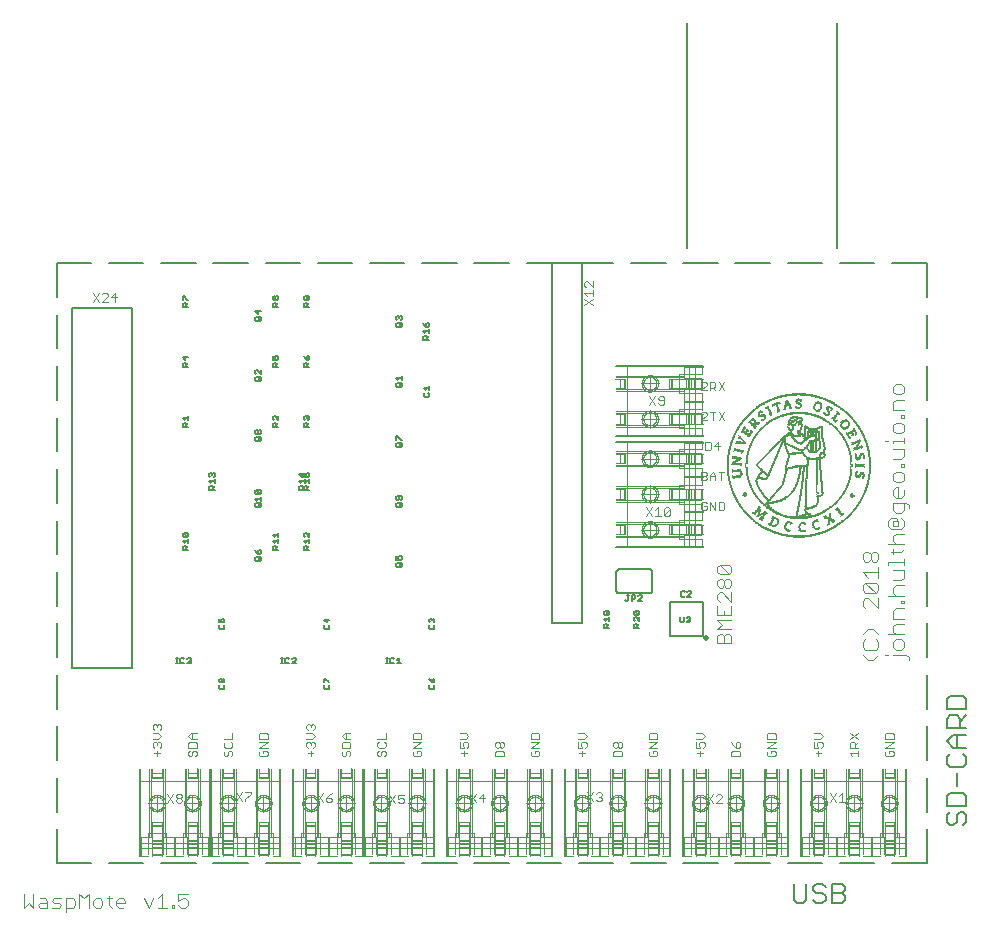
<source format=gbr>
G04 EAGLE Gerber RS-274X export*
G75*
%MOMM*%
%FSLAX34Y34*%
%LPD*%
%INSilkscreen Top*%
%IPPOS*%
%AMOC8*
5,1,8,0,0,1.08239X$1,22.5*%
G01*
%ADD10C,0.101600*%
%ADD11C,0.076200*%
%ADD12C,0.127000*%
%ADD13C,0.152400*%
%ADD14C,0.508000*%
%ADD15R,0.972819X0.042162*%
%ADD16R,1.440181X0.042419*%
%ADD17R,2.242819X0.042419*%
%ADD18R,2.496819X0.042162*%
%ADD19R,0.718819X0.042419*%
%ADD20R,0.635000X0.042419*%
%ADD21R,0.678181X0.042419*%
%ADD22R,0.551181X0.042162*%
%ADD23R,0.548638X0.042162*%
%ADD24R,0.508000X0.042419*%
%ADD25R,0.464819X0.042419*%
%ADD26R,0.424181X0.042419*%
%ADD27R,0.424181X0.042162*%
%ADD28R,0.381000X0.042419*%
%ADD29R,0.297181X0.042419*%
%ADD30R,0.381000X0.042162*%
%ADD31R,0.254000X0.042162*%
%ADD32R,0.508000X0.042162*%
%ADD33R,0.337819X0.042162*%
%ADD34R,0.337819X0.042419*%
%ADD35R,0.551181X0.042419*%
%ADD36R,0.340363X0.042419*%
%ADD37R,0.421637X0.042419*%
%ADD38R,0.254000X0.042419*%
%ADD39R,0.297181X0.042162*%
%ADD40R,0.210819X0.042162*%
%ADD41R,0.170181X0.042419*%
%ADD42R,0.167637X0.042419*%
%ADD43R,0.213363X0.042419*%
%ADD44R,0.210819X0.042419*%
%ADD45R,0.170181X0.042162*%
%ADD46R,0.591819X0.042162*%
%ADD47R,0.294637X0.042162*%
%ADD48R,0.294637X0.042419*%
%ADD49R,0.213363X0.042162*%
%ADD50R,0.167637X0.042162*%
%ADD51R,0.083819X0.042162*%
%ADD52R,0.127000X0.042419*%
%ADD53R,0.083819X0.042419*%
%ADD54R,0.127000X0.042162*%
%ADD55R,0.421637X0.042162*%
%ADD56R,0.467363X0.042419*%
%ADD57R,1.483363X0.042419*%
%ADD58R,0.340363X0.042162*%
%ADD59R,1.694181X0.042162*%
%ADD60R,2.286000X0.042419*%
%ADD61R,2.456181X0.042419*%
%ADD62R,0.591819X0.042419*%
%ADD63R,0.040638X0.042419*%
%ADD64R,0.762000X0.042162*%
%ADD65R,0.721363X0.042419*%
%ADD66R,0.467363X0.042162*%
%ADD67R,0.464819X0.042162*%
%ADD68R,0.086363X0.042419*%
%ADD69R,0.845819X0.042162*%
%ADD70R,1.016000X0.042419*%
%ADD71R,0.086363X0.042162*%
%ADD72R,0.635000X0.042162*%
%ADD73R,0.675638X0.042419*%
%ADD74R,0.762000X0.042419*%
%ADD75R,0.805181X0.042162*%
%ADD76R,0.043181X0.042162*%
%ADD77R,0.678181X0.042162*%
%ADD78R,0.043181X0.042419*%
%ADD79R,0.889000X0.042162*%
%ADD80R,1.186181X0.042419*%
%ADD81R,1.143000X0.042419*%
%ADD82R,0.848363X0.042419*%
%ADD83R,0.848363X0.042162*%
%ADD84R,0.040638X0.042162*%
%ADD85R,0.932181X0.042162*%
%ADD86R,1.356363X0.042419*%
%ADD87R,1.056638X0.042162*%
%ADD88R,0.972819X0.042419*%
%ADD89R,0.594363X0.042419*%
%ADD90R,0.845819X0.042419*%
%ADD91R,0.805181X0.042419*%
%ADD92R,0.594363X0.042162*%
%ADD93R,0.548638X0.042419*%
%ADD94R,0.889000X0.042419*%
%ADD95R,0.929638X0.042162*%
%ADD96R,1.102363X0.042419*%
%ADD97R,0.932181X0.042419*%
%ADD98R,0.721363X0.042162*%
%ADD99R,0.718819X0.042162*%
%ADD100R,1.778000X0.042419*%
%ADD101R,1.440181X0.042162*%
%ADD102R,1.183638X0.042419*%
%ADD103R,2.369819X0.042162*%
%ADD104R,1.694181X0.042419*%
%ADD105C,0.010000*%
%ADD106C,0.200000*%


D10*
X695706Y176364D02*
X691300Y171958D01*
X686893Y171958D01*
X682487Y176364D01*
X682487Y187299D02*
X684690Y189502D01*
X682487Y187299D02*
X682487Y182893D01*
X684690Y180690D01*
X693503Y180690D01*
X695706Y182893D01*
X695706Y187299D01*
X693503Y189502D01*
X695706Y193787D02*
X691300Y198193D01*
X686893Y198193D01*
X682487Y193787D01*
X695706Y215616D02*
X695706Y224428D01*
X695706Y215616D02*
X686893Y224428D01*
X684690Y224428D01*
X682487Y222225D01*
X682487Y217819D01*
X684690Y215616D01*
X684690Y228713D02*
X693503Y228713D01*
X684690Y228713D02*
X682487Y230916D01*
X682487Y235322D01*
X684690Y237526D01*
X693503Y237526D01*
X695706Y235322D01*
X695706Y230916D01*
X693503Y228713D01*
X684690Y237526D01*
X686893Y241810D02*
X682487Y246216D01*
X695706Y246216D01*
X695706Y241810D02*
X695706Y250623D01*
X684690Y254907D02*
X682487Y257110D01*
X682487Y261517D01*
X684690Y263720D01*
X686893Y263720D01*
X689096Y261517D01*
X691300Y263720D01*
X693503Y263720D01*
X695706Y261517D01*
X695706Y257110D01*
X693503Y254907D01*
X691300Y254907D01*
X689096Y257110D01*
X686893Y254907D01*
X684690Y254907D01*
X689096Y257110D02*
X689096Y261517D01*
X721448Y174161D02*
X721448Y171958D01*
X721448Y174161D02*
X719245Y176364D01*
X708229Y176364D01*
X703823Y176364D02*
X701620Y176364D01*
X717042Y182893D02*
X717042Y187299D01*
X714839Y189502D01*
X710432Y189502D01*
X708229Y187299D01*
X708229Y182893D01*
X710432Y180690D01*
X714839Y180690D01*
X717042Y182893D01*
X717042Y193787D02*
X703823Y193787D01*
X708229Y195990D02*
X710432Y193787D01*
X708229Y195990D02*
X708229Y200396D01*
X710432Y202600D01*
X717042Y202600D01*
X717042Y206884D02*
X708229Y206884D01*
X708229Y213494D01*
X710432Y215697D01*
X717042Y215697D01*
X717042Y219981D02*
X714839Y219981D01*
X714839Y222184D01*
X717042Y222184D01*
X717042Y219981D01*
X717042Y226530D02*
X703823Y226530D01*
X708229Y228733D02*
X710432Y226530D01*
X708229Y228733D02*
X708229Y233140D01*
X710432Y235343D01*
X717042Y235343D01*
X714839Y239627D02*
X708229Y239627D01*
X714839Y239627D02*
X717042Y241830D01*
X717042Y248440D01*
X708229Y248440D01*
X703823Y252724D02*
X703823Y254928D01*
X717042Y254928D01*
X717042Y257131D02*
X717042Y252724D01*
X714839Y263659D02*
X706026Y263659D01*
X714839Y263659D02*
X717042Y265862D01*
X708229Y265862D02*
X708229Y261456D01*
X703823Y270187D02*
X717042Y270187D01*
X710432Y270187D02*
X708229Y272391D01*
X708229Y276797D01*
X710432Y279000D01*
X717042Y279000D01*
X717042Y289894D02*
X714839Y292097D01*
X717042Y289894D02*
X717042Y285488D01*
X714839Y283285D01*
X706026Y283285D01*
X703823Y285488D01*
X703823Y289894D01*
X706026Y292097D01*
X710432Y292097D01*
X712636Y289894D01*
X712636Y285488D01*
X708229Y285488D01*
X708229Y289894D01*
X712636Y289894D01*
X721448Y300788D02*
X721448Y302992D01*
X719245Y305195D01*
X708229Y305195D01*
X708229Y298585D01*
X710432Y296382D01*
X714839Y296382D01*
X717042Y298585D01*
X717042Y305195D01*
X717042Y311682D02*
X717042Y316089D01*
X717042Y311682D02*
X714839Y309479D01*
X710432Y309479D01*
X708229Y311682D01*
X708229Y316089D01*
X710432Y318292D01*
X712636Y318292D01*
X712636Y309479D01*
X717042Y324780D02*
X717042Y329186D01*
X714839Y331389D01*
X710432Y331389D01*
X708229Y329186D01*
X708229Y324780D01*
X710432Y322576D01*
X714839Y322576D01*
X717042Y324780D01*
X717042Y335674D02*
X714839Y335674D01*
X714839Y337877D01*
X717042Y337877D01*
X717042Y335674D01*
X714839Y342222D02*
X708229Y342222D01*
X714839Y342222D02*
X717042Y344425D01*
X717042Y351035D01*
X708229Y351035D01*
X708229Y355320D02*
X708229Y357523D01*
X717042Y357523D01*
X717042Y355320D02*
X717042Y359726D01*
X703823Y357523D02*
X701620Y357523D01*
X717042Y366254D02*
X717042Y370661D01*
X714839Y372864D01*
X710432Y372864D01*
X708229Y370661D01*
X708229Y366254D01*
X710432Y364051D01*
X714839Y364051D01*
X717042Y366254D01*
X717042Y377148D02*
X714839Y377148D01*
X714839Y379351D01*
X717042Y379351D01*
X717042Y377148D01*
X717042Y383697D02*
X708229Y383697D01*
X708229Y390307D01*
X710432Y392510D01*
X717042Y392510D01*
X717042Y398997D02*
X717042Y403404D01*
X714839Y405607D01*
X710432Y405607D01*
X708229Y403404D01*
X708229Y398997D01*
X710432Y396794D01*
X714839Y396794D01*
X717042Y398997D01*
D11*
X84997Y95296D02*
X84997Y90381D01*
X87454Y92838D02*
X82539Y92838D01*
X82539Y97865D02*
X81311Y99094D01*
X81311Y101551D01*
X82539Y102780D01*
X83768Y102780D01*
X84997Y101551D01*
X84997Y100323D01*
X84997Y101551D02*
X86226Y102780D01*
X87454Y102780D01*
X88683Y101551D01*
X88683Y99094D01*
X87454Y97865D01*
X86226Y105349D02*
X81311Y105349D01*
X86226Y105349D02*
X88683Y107807D01*
X86226Y110264D01*
X81311Y110264D01*
X82539Y112833D02*
X81311Y114062D01*
X81311Y116520D01*
X82539Y117748D01*
X83768Y117748D01*
X84997Y116520D01*
X84997Y115291D01*
X84997Y116520D02*
X86226Y117748D01*
X87454Y117748D01*
X88683Y116520D01*
X88683Y114062D01*
X87454Y112833D01*
X111311Y94067D02*
X112539Y95296D01*
X111311Y94067D02*
X111311Y91610D01*
X112539Y90381D01*
X113768Y90381D01*
X114997Y91610D01*
X114997Y94067D01*
X116226Y95296D01*
X117454Y95296D01*
X118683Y94067D01*
X118683Y91610D01*
X117454Y90381D01*
X118683Y97865D02*
X111311Y97865D01*
X118683Y97865D02*
X118683Y101551D01*
X117454Y102780D01*
X112539Y102780D01*
X111311Y101551D01*
X111311Y97865D01*
X113768Y105349D02*
X118683Y105349D01*
X113768Y105349D02*
X111311Y107807D01*
X113768Y110264D01*
X118683Y110264D01*
X114997Y110264D02*
X114997Y105349D01*
X141311Y94067D02*
X142539Y95296D01*
X141311Y94067D02*
X141311Y91610D01*
X142539Y90381D01*
X143768Y90381D01*
X144997Y91610D01*
X144997Y94067D01*
X146226Y95296D01*
X147454Y95296D01*
X148683Y94067D01*
X148683Y91610D01*
X147454Y90381D01*
X141311Y101551D02*
X142539Y102780D01*
X141311Y101551D02*
X141311Y99094D01*
X142539Y97865D01*
X147454Y97865D01*
X148683Y99094D01*
X148683Y101551D01*
X147454Y102780D01*
X148683Y105349D02*
X141311Y105349D01*
X148683Y105349D02*
X148683Y110264D01*
X171311Y94067D02*
X172539Y95296D01*
X171311Y94067D02*
X171311Y91610D01*
X172539Y90381D01*
X177454Y90381D01*
X178683Y91610D01*
X178683Y94067D01*
X177454Y95296D01*
X174997Y95296D01*
X174997Y92838D01*
X178683Y97865D02*
X171311Y97865D01*
X178683Y102780D01*
X171311Y102780D01*
X171311Y105349D02*
X178683Y105349D01*
X178683Y109035D01*
X177454Y110264D01*
X172539Y110264D01*
X171311Y109035D01*
X171311Y105349D01*
X214997Y95296D02*
X214997Y90381D01*
X217454Y92838D02*
X212539Y92838D01*
X212539Y97865D02*
X211311Y99094D01*
X211311Y101551D01*
X212539Y102780D01*
X213768Y102780D01*
X214997Y101551D01*
X214997Y100323D01*
X214997Y101551D02*
X216226Y102780D01*
X217454Y102780D01*
X218683Y101551D01*
X218683Y99094D01*
X217454Y97865D01*
X216226Y105349D02*
X211311Y105349D01*
X216226Y105349D02*
X218683Y107807D01*
X216226Y110264D01*
X211311Y110264D01*
X212539Y112833D02*
X211311Y114062D01*
X211311Y116520D01*
X212539Y117748D01*
X213768Y117748D01*
X214997Y116520D01*
X214997Y115291D01*
X214997Y116520D02*
X216226Y117748D01*
X217454Y117748D01*
X218683Y116520D01*
X218683Y114062D01*
X217454Y112833D01*
X241311Y94067D02*
X242539Y95296D01*
X241311Y94067D02*
X241311Y91610D01*
X242539Y90381D01*
X243768Y90381D01*
X244997Y91610D01*
X244997Y94067D01*
X246226Y95296D01*
X247454Y95296D01*
X248683Y94067D01*
X248683Y91610D01*
X247454Y90381D01*
X248683Y97865D02*
X241311Y97865D01*
X248683Y97865D02*
X248683Y101551D01*
X247454Y102780D01*
X242539Y102780D01*
X241311Y101551D01*
X241311Y97865D01*
X243768Y105349D02*
X248683Y105349D01*
X243768Y105349D02*
X241311Y107807D01*
X243768Y110264D01*
X248683Y110264D01*
X244997Y110264D02*
X244997Y105349D01*
X271311Y94067D02*
X272539Y95296D01*
X271311Y94067D02*
X271311Y91610D01*
X272539Y90381D01*
X273768Y90381D01*
X274997Y91610D01*
X274997Y94067D01*
X276226Y95296D01*
X277454Y95296D01*
X278683Y94067D01*
X278683Y91610D01*
X277454Y90381D01*
X271311Y101551D02*
X272539Y102780D01*
X271311Y101551D02*
X271311Y99094D01*
X272539Y97865D01*
X277454Y97865D01*
X278683Y99094D01*
X278683Y101551D01*
X277454Y102780D01*
X278683Y105349D02*
X271311Y105349D01*
X278683Y105349D02*
X278683Y110264D01*
X301311Y94067D02*
X302539Y95296D01*
X301311Y94067D02*
X301311Y91610D01*
X302539Y90381D01*
X307454Y90381D01*
X308683Y91610D01*
X308683Y94067D01*
X307454Y95296D01*
X304997Y95296D01*
X304997Y92838D01*
X308683Y97865D02*
X301311Y97865D01*
X308683Y102780D01*
X301311Y102780D01*
X301311Y105349D02*
X308683Y105349D01*
X308683Y109035D01*
X307454Y110264D01*
X302539Y110264D01*
X301311Y109035D01*
X301311Y105349D01*
X344997Y95296D02*
X344997Y90381D01*
X347454Y92838D02*
X342539Y92838D01*
X341311Y97865D02*
X341311Y102780D01*
X341311Y97865D02*
X344997Y97865D01*
X343768Y100323D01*
X343768Y101551D01*
X344997Y102780D01*
X347454Y102780D01*
X348683Y101551D01*
X348683Y99094D01*
X347454Y97865D01*
X346226Y105349D02*
X341311Y105349D01*
X346226Y105349D02*
X348683Y107807D01*
X346226Y110264D01*
X341311Y110264D01*
X371311Y90381D02*
X378683Y90381D01*
X378683Y94067D01*
X377454Y95296D01*
X372539Y95296D01*
X371311Y94067D01*
X371311Y90381D01*
X372539Y97865D02*
X371311Y99094D01*
X371311Y101551D01*
X372539Y102780D01*
X373768Y102780D01*
X374997Y101551D01*
X376226Y102780D01*
X377454Y102780D01*
X378683Y101551D01*
X378683Y99094D01*
X377454Y97865D01*
X376226Y97865D01*
X374997Y99094D01*
X373768Y97865D01*
X372539Y97865D01*
X374997Y99094D02*
X374997Y101551D01*
X401311Y94067D02*
X402539Y95296D01*
X401311Y94067D02*
X401311Y91610D01*
X402539Y90381D01*
X407454Y90381D01*
X408683Y91610D01*
X408683Y94067D01*
X407454Y95296D01*
X404997Y95296D01*
X404997Y92838D01*
X408683Y97865D02*
X401311Y97865D01*
X408683Y102780D01*
X401311Y102780D01*
X401311Y105349D02*
X408683Y105349D01*
X408683Y109035D01*
X407454Y110264D01*
X402539Y110264D01*
X401311Y109035D01*
X401311Y105349D01*
X444997Y95296D02*
X444997Y90381D01*
X447454Y92838D02*
X442539Y92838D01*
X441311Y97865D02*
X441311Y102780D01*
X441311Y97865D02*
X444997Y97865D01*
X443768Y100323D01*
X443768Y101551D01*
X444997Y102780D01*
X447454Y102780D01*
X448683Y101551D01*
X448683Y99094D01*
X447454Y97865D01*
X446226Y105349D02*
X441311Y105349D01*
X446226Y105349D02*
X448683Y107807D01*
X446226Y110264D01*
X441311Y110264D01*
X471311Y90381D02*
X478683Y90381D01*
X478683Y94067D01*
X477454Y95296D01*
X472539Y95296D01*
X471311Y94067D01*
X471311Y90381D01*
X472539Y97865D02*
X471311Y99094D01*
X471311Y101551D01*
X472539Y102780D01*
X473768Y102780D01*
X474997Y101551D01*
X476226Y102780D01*
X477454Y102780D01*
X478683Y101551D01*
X478683Y99094D01*
X477454Y97865D01*
X476226Y97865D01*
X474997Y99094D01*
X473768Y97865D01*
X472539Y97865D01*
X474997Y99094D02*
X474997Y101551D01*
X501311Y94067D02*
X502539Y95296D01*
X501311Y94067D02*
X501311Y91610D01*
X502539Y90381D01*
X507454Y90381D01*
X508683Y91610D01*
X508683Y94067D01*
X507454Y95296D01*
X504997Y95296D01*
X504997Y92838D01*
X508683Y97865D02*
X501311Y97865D01*
X508683Y102780D01*
X501311Y102780D01*
X501311Y105349D02*
X508683Y105349D01*
X508683Y109035D01*
X507454Y110264D01*
X502539Y110264D01*
X501311Y109035D01*
X501311Y105349D01*
X544997Y95296D02*
X544997Y90381D01*
X547454Y92838D02*
X542539Y92838D01*
X541311Y97865D02*
X541311Y102780D01*
X541311Y97865D02*
X544997Y97865D01*
X543768Y100323D01*
X543768Y101551D01*
X544997Y102780D01*
X547454Y102780D01*
X548683Y101551D01*
X548683Y99094D01*
X547454Y97865D01*
X546226Y105349D02*
X541311Y105349D01*
X546226Y105349D02*
X548683Y107807D01*
X546226Y110264D01*
X541311Y110264D01*
X571311Y90381D02*
X578683Y90381D01*
X578683Y94067D01*
X577454Y95296D01*
X572539Y95296D01*
X571311Y94067D01*
X571311Y90381D01*
X572539Y100323D02*
X571311Y102780D01*
X572539Y100323D02*
X574997Y97865D01*
X577454Y97865D01*
X578683Y99094D01*
X578683Y101551D01*
X577454Y102780D01*
X576226Y102780D01*
X574997Y101551D01*
X574997Y97865D01*
X601311Y94067D02*
X602539Y95296D01*
X601311Y94067D02*
X601311Y91610D01*
X602539Y90381D01*
X607454Y90381D01*
X608683Y91610D01*
X608683Y94067D01*
X607454Y95296D01*
X604997Y95296D01*
X604997Y92838D01*
X608683Y97865D02*
X601311Y97865D01*
X608683Y102780D01*
X601311Y102780D01*
X601311Y105349D02*
X608683Y105349D01*
X608683Y109035D01*
X607454Y110264D01*
X602539Y110264D01*
X601311Y109035D01*
X601311Y105349D01*
X644997Y95296D02*
X644997Y90381D01*
X647454Y92838D02*
X642539Y92838D01*
X641311Y97865D02*
X641311Y102780D01*
X641311Y97865D02*
X644997Y97865D01*
X643768Y100323D01*
X643768Y101551D01*
X644997Y102780D01*
X647454Y102780D01*
X648683Y101551D01*
X648683Y99094D01*
X647454Y97865D01*
X646226Y105349D02*
X641311Y105349D01*
X646226Y105349D02*
X648683Y107807D01*
X646226Y110264D01*
X641311Y110264D01*
X671311Y92838D02*
X673768Y90381D01*
X671311Y92838D02*
X678683Y92838D01*
X678683Y90381D02*
X678683Y95296D01*
X678683Y97865D02*
X671311Y97865D01*
X671311Y101551D01*
X672539Y102780D01*
X674997Y102780D01*
X676226Y101551D01*
X676226Y97865D01*
X676226Y100323D02*
X678683Y102780D01*
X678683Y110264D02*
X671311Y105349D01*
X671311Y110264D02*
X678683Y105349D01*
X701311Y94067D02*
X702539Y95296D01*
X701311Y94067D02*
X701311Y91610D01*
X702539Y90381D01*
X707454Y90381D01*
X708683Y91610D01*
X708683Y94067D01*
X707454Y95296D01*
X704997Y95296D01*
X704997Y92838D01*
X708683Y97865D02*
X701311Y97865D01*
X708683Y102780D01*
X701311Y102780D01*
X701311Y105349D02*
X708683Y105349D01*
X708683Y109035D01*
X707454Y110264D01*
X702539Y110264D01*
X701311Y109035D01*
X701311Y105349D01*
X550330Y400177D02*
X545415Y400177D01*
X550330Y405092D01*
X550330Y406321D01*
X549101Y407549D01*
X546643Y407549D01*
X545415Y406321D01*
X552899Y407549D02*
X552899Y400177D01*
X552899Y407549D02*
X556585Y407549D01*
X557814Y406321D01*
X557814Y403863D01*
X556585Y402634D01*
X552899Y402634D01*
X555356Y402634D02*
X557814Y400177D01*
X565298Y400177D02*
X560383Y407549D01*
X565298Y407549D02*
X560383Y400177D01*
X550330Y374777D02*
X545415Y374777D01*
X550330Y379692D01*
X550330Y380921D01*
X549101Y382149D01*
X546643Y382149D01*
X545415Y380921D01*
X555356Y382149D02*
X555356Y374777D01*
X552899Y382149D02*
X557814Y382149D01*
X560383Y382149D02*
X565298Y374777D01*
X560383Y374777D02*
X565298Y382149D01*
X549157Y356749D02*
X549157Y349377D01*
X552843Y349377D01*
X554072Y350606D01*
X554072Y355521D01*
X552843Y356749D01*
X549157Y356749D01*
X560327Y356749D02*
X560327Y349377D01*
X556641Y353063D02*
X560327Y356749D01*
X561556Y353063D02*
X556641Y353063D01*
X549101Y305949D02*
X550330Y304721D01*
X549101Y305949D02*
X546643Y305949D01*
X545415Y304721D01*
X545415Y299806D01*
X546643Y298577D01*
X549101Y298577D01*
X550330Y299806D01*
X550330Y302263D01*
X547872Y302263D01*
X552899Y298577D02*
X552899Y305949D01*
X557814Y298577D01*
X557814Y305949D01*
X560383Y305949D02*
X560383Y298577D01*
X564069Y298577D01*
X565298Y299806D01*
X565298Y304721D01*
X564069Y305949D01*
X560383Y305949D01*
X545415Y323977D02*
X545415Y331349D01*
X549101Y331349D01*
X550330Y330121D01*
X550330Y328892D01*
X549101Y327663D01*
X550330Y326434D01*
X550330Y325206D01*
X549101Y323977D01*
X545415Y323977D01*
X545415Y327663D02*
X549101Y327663D01*
X552899Y328892D02*
X552899Y323977D01*
X552899Y328892D02*
X555356Y331349D01*
X557814Y328892D01*
X557814Y323977D01*
X557814Y327663D02*
X552899Y327663D01*
X562840Y323977D02*
X562840Y331349D01*
X560383Y331349D02*
X565298Y331349D01*
X454279Y477736D02*
X446907Y472821D01*
X446907Y477736D02*
X454279Y472821D01*
X449364Y480305D02*
X446907Y482763D01*
X454279Y482763D01*
X454279Y485220D02*
X454279Y480305D01*
X454279Y487789D02*
X454279Y492704D01*
X454279Y487789D02*
X449364Y492704D01*
X448135Y492704D01*
X446907Y491475D01*
X446907Y489018D01*
X448135Y487789D01*
X35776Y475361D02*
X30861Y482733D01*
X35776Y482733D02*
X30861Y475361D01*
X38345Y475361D02*
X43260Y475361D01*
X38345Y475361D02*
X43260Y480276D01*
X43260Y481505D01*
X42031Y482733D01*
X39574Y482733D01*
X38345Y481505D01*
X49515Y482733D02*
X49515Y475361D01*
X45829Y479047D02*
X49515Y482733D01*
X50744Y479047D02*
X45829Y479047D01*
D12*
X0Y28583D02*
X0Y0D01*
X0Y43583D02*
X0Y72167D01*
X0Y87167D02*
X0Y115750D01*
X0Y130750D02*
X0Y159333D01*
X0Y174333D02*
X0Y202917D01*
X0Y217917D02*
X0Y246500D01*
X0Y261500D02*
X0Y290083D01*
X0Y305083D02*
X0Y333667D01*
X0Y348667D02*
X0Y377250D01*
X0Y392250D02*
X0Y420833D01*
X0Y435833D02*
X0Y464417D01*
X0Y479417D02*
X0Y508000D01*
X29212Y508000D01*
X44212Y508000D02*
X73424Y508000D01*
X88424Y508000D02*
X117635Y508000D01*
X132635Y508000D02*
X161847Y508000D01*
X176847Y508000D02*
X206059Y508000D01*
X221059Y508000D02*
X250271Y508000D01*
X265271Y508000D02*
X294482Y508000D01*
X309482Y508000D02*
X338694Y508000D01*
X353694Y508000D02*
X382906Y508000D01*
X397906Y508000D02*
X427118Y508000D01*
X442118Y508000D02*
X471329Y508000D01*
X486329Y508000D02*
X515541Y508000D01*
X530541Y508000D02*
X559753Y508000D01*
X574753Y508000D02*
X603965Y508000D01*
X618965Y508000D02*
X648176Y508000D01*
X663176Y508000D02*
X692388Y508000D01*
X707388Y508000D02*
X736600Y508000D01*
X736600Y479417D01*
X736600Y464417D02*
X736600Y435833D01*
X736600Y420833D02*
X736600Y392250D01*
X736600Y377250D02*
X736600Y348667D01*
X736600Y333667D02*
X736600Y305083D01*
X736600Y290083D02*
X736600Y261500D01*
X736600Y246500D02*
X736600Y217917D01*
X736600Y202917D02*
X736600Y174333D01*
X736600Y159333D02*
X736600Y130750D01*
X736600Y115750D02*
X736600Y87167D01*
X736600Y72167D02*
X736600Y43583D01*
X736600Y28583D02*
X736600Y0D01*
X707388Y0D01*
X692388Y0D02*
X663176Y0D01*
X648176Y0D02*
X618965Y0D01*
X603965Y0D02*
X574753Y0D01*
X559753Y0D02*
X530541Y0D01*
X515541Y0D02*
X486329Y0D01*
X471329Y0D02*
X442118Y0D01*
X427118Y0D02*
X397906Y0D01*
X382906Y0D02*
X353694Y0D01*
X338694Y0D02*
X309482Y0D01*
X294482Y0D02*
X265271Y0D01*
X250271Y0D02*
X221059Y0D01*
X206059Y0D02*
X176847Y0D01*
X161847Y0D02*
X132635Y0D01*
X117635Y0D02*
X88424Y0D01*
X73424Y0D02*
X44212Y0D01*
X29212Y0D02*
X0Y0D01*
D10*
X-27469Y-25898D02*
X-27469Y-37592D01*
X-23571Y-33694D01*
X-19673Y-37592D01*
X-19673Y-25898D01*
X-13826Y-29796D02*
X-9928Y-29796D01*
X-7979Y-31745D01*
X-7979Y-37592D01*
X-13826Y-37592D01*
X-15775Y-35643D01*
X-13826Y-33694D01*
X-7979Y-33694D01*
X-4081Y-37592D02*
X1766Y-37592D01*
X3715Y-35643D01*
X1766Y-33694D01*
X-2132Y-33694D01*
X-4081Y-31745D01*
X-2132Y-29796D01*
X3715Y-29796D01*
X7613Y-29796D02*
X7613Y-41490D01*
X7613Y-29796D02*
X13460Y-29796D01*
X15409Y-31745D01*
X15409Y-35643D01*
X13460Y-37592D01*
X7613Y-37592D01*
X19307Y-37592D02*
X19307Y-25898D01*
X23205Y-29796D01*
X27103Y-25898D01*
X27103Y-37592D01*
X32950Y-37592D02*
X36848Y-37592D01*
X38797Y-35643D01*
X38797Y-31745D01*
X36848Y-29796D01*
X32950Y-29796D01*
X31001Y-31745D01*
X31001Y-35643D01*
X32950Y-37592D01*
X44644Y-35643D02*
X44644Y-27847D01*
X44644Y-35643D02*
X46593Y-37592D01*
X46593Y-29796D02*
X42695Y-29796D01*
X52440Y-37592D02*
X56338Y-37592D01*
X52440Y-37592D02*
X50491Y-35643D01*
X50491Y-31745D01*
X52440Y-29796D01*
X56338Y-29796D01*
X58287Y-31745D01*
X58287Y-33694D01*
X50491Y-33694D01*
X73879Y-29796D02*
X77777Y-37592D01*
X81675Y-29796D01*
X85573Y-29796D02*
X89471Y-25898D01*
X89471Y-37592D01*
X85573Y-37592D02*
X93369Y-37592D01*
X97267Y-37592D02*
X97267Y-35643D01*
X99216Y-35643D01*
X99216Y-37592D01*
X97267Y-37592D01*
X103114Y-25898D02*
X110910Y-25898D01*
X103114Y-25898D02*
X103114Y-31745D01*
X107012Y-29796D01*
X108961Y-29796D01*
X110910Y-31745D01*
X110910Y-35643D01*
X108961Y-37592D01*
X105063Y-37592D01*
X103114Y-35643D01*
D13*
X623905Y-30816D02*
X623905Y-17258D01*
X623905Y-30816D02*
X626616Y-33528D01*
X632040Y-33528D01*
X634751Y-30816D01*
X634751Y-17258D01*
X648411Y-17258D02*
X651123Y-19970D01*
X648411Y-17258D02*
X642988Y-17258D01*
X640276Y-19970D01*
X640276Y-22681D01*
X642988Y-25393D01*
X648411Y-25393D01*
X651123Y-28105D01*
X651123Y-30816D01*
X648411Y-33528D01*
X642988Y-33528D01*
X640276Y-30816D01*
X656648Y-33528D02*
X656648Y-17258D01*
X664783Y-17258D01*
X667494Y-19970D01*
X667494Y-22681D01*
X664783Y-25393D01*
X667494Y-28105D01*
X667494Y-30816D01*
X664783Y-33528D01*
X656648Y-33528D01*
X656648Y-25393D02*
X664783Y-25393D01*
X753858Y40496D02*
X756570Y43208D01*
X753858Y40496D02*
X753858Y35073D01*
X756570Y32361D01*
X759281Y32361D01*
X761993Y35073D01*
X761993Y40496D01*
X764705Y43208D01*
X767416Y43208D01*
X770128Y40496D01*
X770128Y35073D01*
X767416Y32361D01*
X770128Y48733D02*
X753858Y48733D01*
X770128Y48733D02*
X770128Y56868D01*
X767416Y59580D01*
X756570Y59580D01*
X753858Y56868D01*
X753858Y48733D01*
X761993Y65105D02*
X761993Y75951D01*
X753858Y89611D02*
X756570Y92323D01*
X753858Y89611D02*
X753858Y84188D01*
X756570Y81476D01*
X767416Y81476D01*
X770128Y84188D01*
X770128Y89611D01*
X767416Y92323D01*
X770128Y97848D02*
X759281Y97848D01*
X753858Y103271D01*
X759281Y108694D01*
X770128Y108694D01*
X761993Y108694D02*
X761993Y97848D01*
X770128Y114219D02*
X753858Y114219D01*
X753858Y122354D01*
X756570Y125066D01*
X761993Y125066D01*
X764705Y122354D01*
X764705Y114219D01*
X764705Y119643D02*
X770128Y125066D01*
X770128Y130591D02*
X753858Y130591D01*
X770128Y130591D02*
X770128Y138726D01*
X767416Y141437D01*
X756570Y141437D01*
X753858Y138726D01*
X753858Y130591D01*
D12*
X63500Y469900D02*
X12700Y469900D01*
X63500Y469900D02*
X63500Y165100D01*
X12700Y165100D01*
X12700Y469900D01*
X419100Y508000D02*
X444500Y508000D01*
X444500Y203200D01*
X419100Y203200D01*
X419100Y508000D01*
X533400Y520700D02*
X533400Y711200D01*
X660400Y711200D02*
X660400Y520700D01*
X291676Y352629D02*
X288456Y352629D01*
X287651Y353434D01*
X287651Y355044D01*
X288456Y355849D01*
X291676Y355849D01*
X292481Y355044D01*
X292481Y353434D01*
X291676Y352629D01*
X290871Y354239D02*
X292481Y355849D01*
X287651Y358242D02*
X287651Y361462D01*
X288456Y361462D01*
X291676Y358242D01*
X292481Y358242D01*
X172296Y357709D02*
X169076Y357709D01*
X168271Y358514D01*
X168271Y360124D01*
X169076Y360929D01*
X172296Y360929D01*
X173101Y360124D01*
X173101Y358514D01*
X172296Y357709D01*
X171491Y359319D02*
X173101Y360929D01*
X169076Y363322D02*
X168271Y364127D01*
X168271Y365737D01*
X169076Y366542D01*
X169881Y366542D01*
X170686Y365737D01*
X171491Y366542D01*
X172296Y366542D01*
X173101Y365737D01*
X173101Y364127D01*
X172296Y363322D01*
X171491Y363322D01*
X170686Y364127D01*
X169881Y363322D01*
X169076Y363322D01*
X170686Y364127D02*
X170686Y365737D01*
X111506Y369672D02*
X106676Y369672D01*
X106676Y372087D01*
X107481Y372892D01*
X109091Y372892D01*
X109896Y372087D01*
X109896Y369672D01*
X109896Y371282D02*
X111506Y372892D01*
X108286Y375285D02*
X106676Y376895D01*
X111506Y376895D01*
X111506Y375285D02*
X111506Y378505D01*
X182876Y369672D02*
X187706Y369672D01*
X182876Y369672D02*
X182876Y372087D01*
X183681Y372892D01*
X185291Y372892D01*
X186096Y372087D01*
X186096Y369672D01*
X186096Y371282D02*
X187706Y372892D01*
X187706Y375285D02*
X187706Y378505D01*
X187706Y375285D02*
X184486Y378505D01*
X183681Y378505D01*
X182876Y377700D01*
X182876Y376090D01*
X183681Y375285D01*
X209165Y369672D02*
X213995Y369672D01*
X209165Y369672D02*
X209165Y372087D01*
X209970Y372892D01*
X211580Y372892D01*
X212385Y372087D01*
X212385Y369672D01*
X212385Y371282D02*
X213995Y372892D01*
X209970Y375285D02*
X209165Y376090D01*
X209165Y377700D01*
X209970Y378505D01*
X210775Y378505D01*
X211580Y377700D01*
X211580Y376895D01*
X211580Y377700D02*
X212385Y378505D01*
X213190Y378505D01*
X213995Y377700D01*
X213995Y376090D01*
X213190Y375285D01*
X288456Y403429D02*
X291676Y403429D01*
X288456Y403429D02*
X287651Y404234D01*
X287651Y405844D01*
X288456Y406649D01*
X291676Y406649D01*
X292481Y405844D01*
X292481Y404234D01*
X291676Y403429D01*
X290871Y405039D02*
X292481Y406649D01*
X289261Y409042D02*
X287651Y410652D01*
X292481Y410652D01*
X292481Y409042D02*
X292481Y412262D01*
X172296Y408509D02*
X169076Y408509D01*
X168271Y409314D01*
X168271Y410924D01*
X169076Y411729D01*
X172296Y411729D01*
X173101Y410924D01*
X173101Y409314D01*
X172296Y408509D01*
X171491Y410119D02*
X173101Y411729D01*
X173101Y414122D02*
X173101Y417342D01*
X173101Y414122D02*
X169881Y417342D01*
X169076Y417342D01*
X168271Y416537D01*
X168271Y414927D01*
X169076Y414122D01*
X111506Y420472D02*
X106676Y420472D01*
X106676Y422887D01*
X107481Y423692D01*
X109091Y423692D01*
X109896Y422887D01*
X109896Y420472D01*
X109896Y422082D02*
X111506Y423692D01*
X111506Y428500D02*
X106676Y428500D01*
X109091Y426085D01*
X109091Y429305D01*
X182876Y420472D02*
X187706Y420472D01*
X182876Y420472D02*
X182876Y422887D01*
X183681Y423692D01*
X185291Y423692D01*
X186096Y422887D01*
X186096Y420472D01*
X186096Y422082D02*
X187706Y423692D01*
X182876Y426085D02*
X182876Y429305D01*
X182876Y426085D02*
X185291Y426085D01*
X184486Y427695D01*
X184486Y428500D01*
X185291Y429305D01*
X186901Y429305D01*
X187706Y428500D01*
X187706Y426890D01*
X186901Y426085D01*
X209165Y420472D02*
X213995Y420472D01*
X209165Y420472D02*
X209165Y422887D01*
X209970Y423692D01*
X211580Y423692D01*
X212385Y422887D01*
X212385Y420472D01*
X212385Y422082D02*
X213995Y423692D01*
X209970Y427695D02*
X209165Y429305D01*
X209970Y427695D02*
X211580Y426085D01*
X213190Y426085D01*
X213995Y426890D01*
X213995Y428500D01*
X213190Y429305D01*
X212385Y429305D01*
X211580Y428500D01*
X211580Y426085D01*
X288456Y454229D02*
X291676Y454229D01*
X288456Y454229D02*
X287651Y455034D01*
X287651Y456644D01*
X288456Y457449D01*
X291676Y457449D01*
X292481Y456644D01*
X292481Y455034D01*
X291676Y454229D01*
X290871Y455839D02*
X292481Y457449D01*
X288456Y459842D02*
X287651Y460647D01*
X287651Y462257D01*
X288456Y463062D01*
X289261Y463062D01*
X290066Y462257D01*
X290066Y461452D01*
X290066Y462257D02*
X290871Y463062D01*
X291676Y463062D01*
X292481Y462257D01*
X292481Y460647D01*
X291676Y459842D01*
X172296Y459309D02*
X169076Y459309D01*
X168271Y460114D01*
X168271Y461724D01*
X169076Y462529D01*
X172296Y462529D01*
X173101Y461724D01*
X173101Y460114D01*
X172296Y459309D01*
X171491Y460919D02*
X173101Y462529D01*
X173101Y467337D02*
X168271Y467337D01*
X170686Y464922D01*
X170686Y468142D01*
X111506Y471272D02*
X106676Y471272D01*
X106676Y473687D01*
X107481Y474492D01*
X109091Y474492D01*
X109896Y473687D01*
X109896Y471272D01*
X109896Y472882D02*
X111506Y474492D01*
X106676Y476885D02*
X106676Y480105D01*
X107481Y480105D01*
X110701Y476885D01*
X111506Y476885D01*
X182876Y471272D02*
X187706Y471272D01*
X182876Y471272D02*
X182876Y473687D01*
X183681Y474492D01*
X185291Y474492D01*
X186096Y473687D01*
X186096Y471272D01*
X186096Y472882D02*
X187706Y474492D01*
X183681Y476885D02*
X182876Y477690D01*
X182876Y479300D01*
X183681Y480105D01*
X184486Y480105D01*
X185291Y479300D01*
X186096Y480105D01*
X186901Y480105D01*
X187706Y479300D01*
X187706Y477690D01*
X186901Y476885D01*
X186096Y476885D01*
X185291Y477690D01*
X184486Y476885D01*
X183681Y476885D01*
X185291Y477690D02*
X185291Y479300D01*
X209165Y471272D02*
X213995Y471272D01*
X209165Y471272D02*
X209165Y473687D01*
X209970Y474492D01*
X211580Y474492D01*
X212385Y473687D01*
X212385Y471272D01*
X212385Y472882D02*
X213995Y474492D01*
X213190Y476885D02*
X213995Y477690D01*
X213995Y479300D01*
X213190Y480105D01*
X209970Y480105D01*
X209165Y479300D01*
X209165Y477690D01*
X209970Y476885D01*
X210775Y476885D01*
X211580Y477690D01*
X211580Y480105D01*
X288456Y251029D02*
X291676Y251029D01*
X288456Y251029D02*
X287651Y251834D01*
X287651Y253444D01*
X288456Y254249D01*
X291676Y254249D01*
X292481Y253444D01*
X292481Y251834D01*
X291676Y251029D01*
X290871Y252639D02*
X292481Y254249D01*
X287651Y256642D02*
X287651Y259862D01*
X287651Y256642D02*
X290066Y256642D01*
X289261Y258252D01*
X289261Y259057D01*
X290066Y259862D01*
X291676Y259862D01*
X292481Y259057D01*
X292481Y257447D01*
X291676Y256642D01*
X172296Y256109D02*
X169076Y256109D01*
X168271Y256914D01*
X168271Y258524D01*
X169076Y259329D01*
X172296Y259329D01*
X173101Y258524D01*
X173101Y256914D01*
X172296Y256109D01*
X171491Y257719D02*
X173101Y259329D01*
X169076Y263332D02*
X168271Y264942D01*
X169076Y263332D02*
X170686Y261722D01*
X172296Y261722D01*
X173101Y262527D01*
X173101Y264137D01*
X172296Y264942D01*
X171491Y264942D01*
X170686Y264137D01*
X170686Y261722D01*
X111506Y265265D02*
X106676Y265265D01*
X106676Y267680D01*
X107481Y268485D01*
X109091Y268485D01*
X109896Y267680D01*
X109896Y265265D01*
X109896Y266875D02*
X111506Y268485D01*
X108286Y270878D02*
X106676Y272488D01*
X111506Y272488D01*
X111506Y270878D02*
X111506Y274098D01*
X110701Y276492D02*
X107481Y276492D01*
X106676Y277297D01*
X106676Y278907D01*
X107481Y279712D01*
X110701Y279712D01*
X111506Y278907D01*
X111506Y277297D01*
X110701Y276492D01*
X107481Y279712D01*
X182876Y265265D02*
X187706Y265265D01*
X182876Y265265D02*
X182876Y267680D01*
X183681Y268485D01*
X185291Y268485D01*
X186096Y267680D01*
X186096Y265265D01*
X186096Y266875D02*
X187706Y268485D01*
X184486Y270878D02*
X182876Y272488D01*
X187706Y272488D01*
X187706Y270878D02*
X187706Y274098D01*
X184486Y276492D02*
X182876Y278102D01*
X187706Y278102D01*
X187706Y276492D02*
X187706Y279712D01*
X209165Y265265D02*
X213995Y265265D01*
X209165Y265265D02*
X209165Y267680D01*
X209970Y268485D01*
X211580Y268485D01*
X212385Y267680D01*
X212385Y265265D01*
X212385Y266875D02*
X213995Y268485D01*
X210775Y270878D02*
X209165Y272488D01*
X213995Y272488D01*
X213995Y270878D02*
X213995Y274099D01*
X213995Y276492D02*
X213995Y279712D01*
X213995Y276492D02*
X210775Y279712D01*
X209970Y279712D01*
X209165Y278907D01*
X209165Y277297D01*
X209970Y276492D01*
X310130Y443065D02*
X314960Y443065D01*
X310130Y443065D02*
X310130Y445480D01*
X310935Y446285D01*
X312545Y446285D01*
X313350Y445480D01*
X313350Y443065D01*
X313350Y444675D02*
X314960Y446285D01*
X311740Y448678D02*
X310130Y450288D01*
X314960Y450288D01*
X314960Y448678D02*
X314960Y451899D01*
X310935Y455902D02*
X310130Y457512D01*
X310935Y455902D02*
X312545Y454292D01*
X314155Y454292D01*
X314960Y455097D01*
X314960Y456707D01*
X314155Y457512D01*
X313350Y457512D01*
X312545Y456707D01*
X312545Y454292D01*
X530837Y230509D02*
X531642Y229704D01*
X530837Y230509D02*
X529227Y230509D01*
X528422Y229704D01*
X528422Y226484D01*
X529227Y225679D01*
X530837Y225679D01*
X531642Y226484D01*
X534035Y225679D02*
X537255Y225679D01*
X534035Y225679D02*
X537255Y228899D01*
X537255Y229704D01*
X536450Y230509D01*
X534840Y230509D01*
X534035Y229704D01*
X547307Y221425D02*
X547307Y192596D01*
X519494Y192596D01*
X519494Y221425D01*
X547307Y221425D01*
D14*
X549593Y190818D03*
D12*
X527685Y204640D02*
X527685Y208665D01*
X527685Y204640D02*
X528490Y203835D01*
X530100Y203835D01*
X530905Y204640D01*
X530905Y208665D01*
X533298Y207860D02*
X534103Y208665D01*
X535713Y208665D01*
X536518Y207860D01*
X536518Y207055D01*
X535713Y206250D01*
X534908Y206250D01*
X535713Y206250D02*
X536518Y205445D01*
X536518Y204640D01*
X535713Y203835D01*
X534103Y203835D01*
X533298Y204640D01*
D10*
X559298Y186406D02*
X570992Y186406D01*
X559298Y186406D02*
X559298Y192253D01*
X561247Y194202D01*
X563196Y194202D01*
X565145Y192253D01*
X567094Y194202D01*
X569043Y194202D01*
X570992Y192253D01*
X570992Y186406D01*
X565145Y186406D02*
X565145Y192253D01*
X570992Y198100D02*
X559298Y198100D01*
X563196Y201998D01*
X559298Y205896D01*
X570992Y205896D01*
X559298Y209794D02*
X559298Y217590D01*
X559298Y209794D02*
X570992Y209794D01*
X570992Y217590D01*
X565145Y213692D02*
X565145Y209794D01*
X570992Y221488D02*
X570992Y229284D01*
X570992Y221488D02*
X563196Y229284D01*
X561247Y229284D01*
X559298Y227335D01*
X559298Y223437D01*
X561247Y221488D01*
X561247Y233182D02*
X559298Y235131D01*
X559298Y239029D01*
X561247Y240978D01*
X563196Y240978D01*
X565145Y239029D01*
X567094Y240978D01*
X569043Y240978D01*
X570992Y239029D01*
X570992Y235131D01*
X569043Y233182D01*
X567094Y233182D01*
X565145Y235131D01*
X563196Y233182D01*
X561247Y233182D01*
X565145Y235131D02*
X565145Y239029D01*
X569043Y244876D02*
X561247Y244876D01*
X559298Y246825D01*
X559298Y250723D01*
X561247Y252672D01*
X569043Y252672D01*
X570992Y250723D01*
X570992Y246825D01*
X569043Y244876D01*
X561247Y252672D01*
D15*
X628231Y275590D03*
D16*
X628434Y276013D03*
D17*
X628231Y276437D03*
D18*
X628231Y276860D03*
D19*
X616801Y277283D03*
X639661Y277283D03*
D20*
X615518Y277707D03*
D21*
X641134Y277707D03*
D22*
X612991Y278130D03*
D23*
X643890Y278130D03*
D24*
X611937Y278553D03*
X644525Y278553D03*
D25*
X610019Y278977D03*
D26*
X646646Y278977D03*
D27*
X609384Y279400D03*
X647484Y279400D03*
D28*
X607492Y279823D03*
D26*
X649186Y279823D03*
X606844Y280247D03*
D29*
X631609Y280247D03*
D28*
X649808Y280247D03*
D30*
X605358Y280670D03*
D31*
X619963Y280670D03*
D32*
X631825Y280670D03*
D33*
X651294Y280670D03*
D34*
X604736Y281093D03*
X619976Y281093D03*
D35*
X631609Y281093D03*
D36*
X652145Y281093D03*
D34*
X603466Y281517D03*
D37*
X619125Y281517D03*
D38*
X629717Y281517D03*
D36*
X653415Y281517D03*
D39*
X602831Y281940D03*
X618071Y281940D03*
D40*
X629501Y281940D03*
D33*
X653834Y281940D03*
D29*
X601561Y282363D03*
D41*
X617436Y282363D03*
D42*
X629285Y282363D03*
D28*
X643458Y282363D03*
D34*
X655104Y282363D03*
D29*
X601129Y282787D03*
D43*
X617220Y282787D03*
D44*
X629069Y282787D03*
D25*
X643471Y282787D03*
D29*
X655739Y282787D03*
D39*
X599859Y283210D03*
D45*
X617004Y283210D03*
D40*
X629069Y283210D03*
D46*
X643674Y283210D03*
D47*
X656590Y283210D03*
D48*
X599440Y283633D03*
D44*
X616801Y283633D03*
D41*
X628866Y283633D03*
D38*
X641553Y283633D03*
D42*
X645795Y283633D03*
D29*
X657441Y283633D03*
D38*
X598373Y284057D03*
D44*
X616801Y284057D03*
D41*
X628866Y284057D03*
X641134Y284057D03*
D29*
X658279Y284057D03*
D31*
X597967Y284480D03*
D40*
X616801Y284480D03*
D45*
X628866Y284480D03*
D40*
X640931Y284480D03*
D39*
X658711Y284480D03*
D38*
X597103Y284903D03*
D37*
X607695Y284903D03*
D44*
X616801Y284903D03*
D41*
X628866Y284903D03*
D44*
X640931Y284903D03*
D38*
X659765Y284903D03*
X596697Y285327D03*
D24*
X607695Y285327D03*
D41*
X617004Y285327D03*
D44*
X629069Y285327D03*
X640499Y285327D03*
D38*
X660197Y285327D03*
D31*
X595833Y285750D03*
X605155Y285750D03*
X609397Y285750D03*
D49*
X617220Y285750D03*
D50*
X629285Y285750D03*
D40*
X640499Y285750D03*
D51*
X652996Y285750D03*
D31*
X661035Y285750D03*
D44*
X595211Y286173D03*
D38*
X604723Y286173D03*
X609803Y286173D03*
D43*
X617220Y286173D03*
D42*
X629285Y286173D03*
D41*
X640296Y286173D03*
D52*
X653212Y286173D03*
D38*
X661467Y286173D03*
D43*
X594360Y286597D03*
D38*
X604317Y286597D03*
X610235Y286597D03*
D41*
X617436Y286597D03*
D53*
X622084Y286597D03*
D41*
X629704Y286597D03*
X633514Y286597D03*
X640296Y286597D03*
X653834Y286597D03*
D38*
X662305Y286597D03*
D40*
X593941Y287020D03*
D31*
X604317Y287020D03*
D40*
X610451Y287020D03*
X617639Y287020D03*
D54*
X622300Y287020D03*
D49*
X629920Y287020D03*
D45*
X633514Y287020D03*
X640296Y287020D03*
X653834Y287020D03*
D31*
X662737Y287020D03*
D38*
X593293Y287443D03*
D41*
X604736Y287443D03*
X610654Y287443D03*
D38*
X618287Y287443D03*
D44*
X621881Y287443D03*
D25*
X632041Y287443D03*
D41*
X640296Y287443D03*
X653834Y287443D03*
D38*
X663575Y287443D03*
D44*
X592671Y287867D03*
X604939Y287867D03*
D41*
X610654Y287867D03*
D35*
X620179Y287867D03*
D28*
X632028Y287867D03*
D42*
X640715Y287867D03*
D52*
X653618Y287867D03*
D38*
X664007Y287867D03*
D40*
X592239Y288290D03*
X605371Y288290D03*
D45*
X610654Y288290D03*
D30*
X620192Y288290D03*
D54*
X640918Y288290D03*
D45*
X653834Y288290D03*
D54*
X657428Y288290D03*
D40*
X664629Y288290D03*
D38*
X591617Y288713D03*
D41*
X605574Y288713D03*
X610654Y288713D03*
D38*
X619963Y288713D03*
D41*
X641134Y288713D03*
D53*
X644944Y288713D03*
D41*
X653834Y288713D03*
D44*
X657441Y288713D03*
X665061Y288713D03*
X590969Y289137D03*
D43*
X605790Y289137D03*
D41*
X610654Y289137D03*
D25*
X643039Y289137D03*
D41*
X653834Y289137D03*
D34*
X657644Y289137D03*
D44*
X665899Y289137D03*
D49*
X590550Y289560D03*
X605790Y289560D03*
D45*
X610654Y289560D03*
D55*
X643255Y289560D03*
D54*
X654050Y289560D03*
D30*
X657428Y289560D03*
D31*
X666115Y289560D03*
D44*
X590131Y289983D03*
D52*
X597332Y289983D03*
D44*
X606209Y289983D03*
D41*
X610654Y289983D03*
D38*
X643687Y289983D03*
D24*
X655955Y289983D03*
D43*
X666750Y289983D03*
D44*
X589699Y290407D03*
D41*
X597116Y290407D03*
D42*
X606425Y290407D03*
D41*
X610654Y290407D03*
D52*
X643890Y290407D03*
D56*
X655320Y290407D03*
D44*
X667169Y290407D03*
D40*
X588861Y290830D03*
D31*
X596697Y290830D03*
D40*
X606641Y290830D03*
D45*
X609816Y290830D03*
D30*
X654482Y290830D03*
D40*
X667601Y290830D03*
D44*
X588429Y291253D03*
D38*
X596697Y291253D03*
X606857Y291253D03*
D41*
X609816Y291253D03*
D26*
X653834Y291253D03*
D41*
X668236Y291253D03*
D43*
X588010Y291677D03*
D48*
X596900Y291677D03*
D28*
X607898Y291677D03*
D57*
X628650Y291677D03*
D24*
X652577Y291677D03*
D44*
X668871Y291677D03*
D40*
X587591Y292100D03*
D31*
X597535Y292100D03*
D58*
X607695Y292100D03*
D59*
X628434Y292100D03*
D22*
X652361Y292100D03*
D45*
X669074Y292100D03*
D44*
X587159Y292523D03*
X597751Y292523D03*
D43*
X607060Y292523D03*
D60*
X628447Y292523D03*
D34*
X651294Y292523D03*
D52*
X654482Y292523D03*
D44*
X669709Y292523D03*
D43*
X586740Y292947D03*
D42*
X593725Y292947D03*
D43*
X598170Y292947D03*
D41*
X606844Y292947D03*
D61*
X628434Y292947D03*
D38*
X650875Y292947D03*
D42*
X654685Y292947D03*
X669925Y292947D03*
D40*
X586321Y293370D03*
D31*
X594157Y293370D03*
X598373Y293370D03*
D23*
X617220Y293370D03*
D45*
X626326Y293370D03*
D32*
X630555Y293370D03*
D23*
X640080Y293370D03*
D54*
X651510Y293370D03*
D50*
X654685Y293370D03*
D51*
X664426Y293370D03*
D49*
X670560Y293370D03*
D44*
X585889Y293793D03*
D48*
X594360Y293793D03*
D44*
X598589Y293793D03*
D56*
X615950Y293793D03*
D52*
X626542Y293793D03*
D26*
X631406Y293793D03*
D62*
X640296Y293793D03*
D63*
X651510Y293793D03*
D42*
X654685Y293793D03*
D52*
X664642Y293793D03*
D41*
X670776Y293793D03*
X585254Y294217D03*
D36*
X594995Y294217D03*
D44*
X599021Y294217D03*
D37*
X614045Y294217D03*
D52*
X626542Y294217D03*
D29*
X632879Y294217D03*
D34*
X637756Y294217D03*
D26*
X642836Y294217D03*
D44*
X654469Y294217D03*
D42*
X664845Y294217D03*
D44*
X671411Y294217D03*
D40*
X585051Y294640D03*
D30*
X595198Y294640D03*
D31*
X599237Y294640D03*
D30*
X613410Y294640D03*
D50*
X626745Y294640D03*
D64*
X635635Y294640D03*
D30*
X643458Y294640D03*
D40*
X654469Y294640D03*
X665061Y294640D03*
D45*
X671614Y294640D03*
D41*
X584416Y295063D03*
D52*
X590982Y295063D03*
D65*
X596900Y295063D03*
D26*
X611924Y295063D03*
D42*
X626745Y295063D03*
D62*
X636054Y295063D03*
D28*
X645160Y295063D03*
D42*
X654685Y295063D03*
D29*
X665061Y295063D03*
D44*
X672249Y295063D03*
D43*
X584200Y295487D03*
D44*
X590969Y295487D03*
D41*
X594576Y295487D03*
D35*
X599021Y295487D03*
D28*
X611302Y295487D03*
D42*
X626745Y295487D03*
D24*
X636067Y295487D03*
D36*
X645795Y295487D03*
D52*
X654888Y295487D03*
D36*
X664845Y295487D03*
D42*
X672465Y295487D03*
D40*
X583781Y295910D03*
D31*
X590753Y295910D03*
D45*
X594576Y295910D03*
D66*
X599440Y295910D03*
D30*
X610032Y295910D03*
D54*
X626948Y295910D03*
D45*
X635216Y295910D03*
D58*
X647065Y295910D03*
D31*
X664007Y295910D03*
D45*
X672884Y295910D03*
D42*
X583565Y296333D03*
D38*
X590753Y296333D03*
D41*
X594576Y296333D03*
D28*
X599440Y296333D03*
X609600Y296333D03*
D52*
X626948Y296333D03*
D41*
X635216Y296333D03*
D48*
X647700Y296333D03*
D38*
X663575Y296333D03*
D41*
X673316Y296333D03*
X583146Y296757D03*
D43*
X591820Y296757D03*
D44*
X594779Y296757D03*
X599859Y296757D03*
D34*
X608546Y296757D03*
D52*
X626948Y296757D03*
D41*
X634784Y296757D03*
D48*
X648970Y296757D03*
D44*
X663359Y296757D03*
D42*
X673735Y296757D03*
D45*
X582714Y297180D03*
X592036Y297180D03*
D40*
X594779Y297180D03*
D54*
X599872Y297180D03*
D30*
X607898Y297180D03*
D54*
X626948Y297180D03*
D50*
X634365Y297180D03*
D39*
X649389Y297180D03*
D49*
X662940Y297180D03*
D45*
X674154Y297180D03*
D42*
X582295Y297603D03*
D25*
X593941Y297603D03*
D28*
X607060Y297603D03*
D52*
X627380Y297603D03*
X634162Y297603D03*
D38*
X650443Y297603D03*
D44*
X662521Y297603D03*
D41*
X674586Y297603D03*
X581876Y298027D03*
D26*
X594144Y298027D03*
D28*
X606628Y298027D03*
D52*
X627380Y298027D03*
D41*
X633946Y298027D03*
D38*
X650875Y298027D03*
D44*
X662089Y298027D03*
X674789Y298027D03*
D49*
X581660Y298450D03*
D30*
X594360Y298450D03*
X605790Y298450D03*
D54*
X627380Y298450D03*
X633730Y298450D03*
D31*
X651713Y298450D03*
D47*
X661670Y298450D03*
D50*
X675005Y298450D03*
D44*
X581241Y298873D03*
D34*
X594576Y298873D03*
D28*
X605358Y298873D03*
D41*
X627596Y298873D03*
D52*
X633730Y298873D03*
D29*
X652361Y298873D03*
X661251Y298873D03*
D41*
X675424Y298873D03*
D42*
X581025Y299297D03*
D29*
X594779Y299297D03*
D28*
X604520Y299297D03*
D41*
X627596Y299297D03*
D28*
X635000Y299297D03*
D44*
X653199Y299297D03*
D38*
X661035Y299297D03*
D41*
X675856Y299297D03*
D45*
X580606Y299720D03*
D31*
X594995Y299720D03*
D30*
X604088Y299720D03*
D45*
X627596Y299720D03*
D67*
X635851Y299720D03*
D40*
X653631Y299720D03*
X660819Y299720D03*
D50*
X676275Y299720D03*
D41*
X580174Y300143D03*
D38*
X594995Y300143D03*
D26*
X603466Y300143D03*
D52*
X627812Y300143D03*
D20*
X636702Y300143D03*
D38*
X654253Y300143D03*
D41*
X661454Y300143D03*
X676694Y300143D03*
X580174Y300567D03*
D44*
X595211Y300567D03*
D26*
X603034Y300567D03*
D52*
X627812Y300567D03*
D19*
X637121Y300567D03*
D44*
X654901Y300567D03*
D53*
X661454Y300567D03*
D41*
X676694Y300567D03*
D50*
X579755Y300990D03*
D54*
X594792Y300990D03*
D55*
X602615Y300990D03*
D54*
X627812Y300990D03*
X634162Y300990D03*
D30*
X640080Y300990D03*
D31*
X655523Y300990D03*
D45*
X677126Y300990D03*
D41*
X579336Y301413D03*
D52*
X594792Y301413D03*
D44*
X601129Y301413D03*
D41*
X603466Y301413D03*
D68*
X628015Y301413D03*
D53*
X633946Y301413D03*
D36*
X640715Y301413D03*
D38*
X655955Y301413D03*
D42*
X677545Y301413D03*
D41*
X578904Y301837D03*
D44*
X600291Y301837D03*
D41*
X603034Y301837D03*
D52*
X628218Y301837D03*
X634162Y301837D03*
D29*
X641769Y301837D03*
D43*
X656590Y301837D03*
D42*
X677545Y301837D03*
D45*
X578904Y302260D03*
D31*
X600075Y302260D03*
D45*
X603034Y302260D03*
D54*
X628218Y302260D03*
X634162Y302260D03*
D31*
X642417Y302260D03*
D40*
X657009Y302260D03*
D45*
X677964Y302260D03*
D42*
X578485Y302683D03*
D38*
X599643Y302683D03*
D42*
X602615Y302683D03*
D52*
X628218Y302683D03*
X634162Y302683D03*
D44*
X643039Y302683D03*
X657441Y302683D03*
D41*
X678396Y302683D03*
D52*
X578282Y303107D03*
D24*
X600507Y303107D03*
D41*
X628434Y303107D03*
D52*
X634162Y303107D03*
D44*
X643471Y303107D03*
D43*
X657860Y303107D03*
D41*
X678396Y303107D03*
D54*
X577850Y303530D03*
D22*
X600291Y303530D03*
D45*
X628434Y303530D03*
D54*
X634162Y303530D03*
D45*
X643674Y303530D03*
D40*
X658711Y303530D03*
D50*
X678815Y303530D03*
D41*
X577634Y303953D03*
X597954Y303953D03*
D36*
X601345Y303953D03*
D41*
X628434Y303953D03*
D52*
X634162Y303953D03*
X643890Y303953D03*
D41*
X658914Y303953D03*
X679234Y303953D03*
D52*
X577418Y304377D03*
D42*
X597535Y304377D03*
D19*
X604101Y304377D03*
D41*
X628434Y304377D03*
D52*
X634162Y304377D03*
X643890Y304377D03*
D44*
X659549Y304377D03*
D41*
X679234Y304377D03*
D50*
X577215Y304800D03*
D45*
X597116Y304800D03*
D69*
X604736Y304800D03*
D54*
X628650Y304800D03*
X634162Y304800D03*
X644322Y304800D03*
D50*
X659765Y304800D03*
D45*
X679666Y304800D03*
D41*
X576796Y305223D03*
X596684Y305223D03*
D70*
X605993Y305223D03*
D52*
X628650Y305223D03*
X634162Y305223D03*
X644322Y305223D03*
D43*
X660400Y305223D03*
D42*
X680085Y305223D03*
D41*
X576796Y305647D03*
D42*
X596265Y305647D03*
D44*
X602399Y305647D03*
D20*
X608762Y305647D03*
D52*
X628650Y305647D03*
X634162Y305647D03*
X644322Y305647D03*
D41*
X660616Y305647D03*
D42*
X680085Y305647D03*
D45*
X576364Y306070D03*
X595846Y306070D03*
D50*
X602615Y306070D03*
D67*
X611289Y306070D03*
D51*
X628866Y306070D03*
D54*
X634162Y306070D03*
X644322Y306070D03*
D50*
X661035Y306070D03*
D45*
X680504Y306070D03*
D42*
X575945Y306493D03*
D41*
X595414Y306493D03*
D44*
X602831Y306493D03*
D26*
X611924Y306493D03*
D52*
X629082Y306493D03*
X634162Y306493D03*
X644322Y306493D03*
D41*
X661454Y306493D03*
D52*
X680720Y306493D03*
D42*
X575945Y306917D03*
D44*
X595211Y306917D03*
D29*
X602831Y306917D03*
D34*
X613626Y306917D03*
D52*
X629082Y306917D03*
X634162Y306917D03*
X644322Y306917D03*
D41*
X661886Y306917D03*
X680936Y306917D03*
D54*
X575742Y307340D03*
D40*
X594779Y307340D03*
D30*
X602818Y307340D03*
D39*
X614261Y307340D03*
D54*
X629082Y307340D03*
X634162Y307340D03*
X644322Y307340D03*
D50*
X662305Y307340D03*
D45*
X680936Y307340D03*
D52*
X575310Y307763D03*
D41*
X594576Y307763D03*
D44*
X601561Y307763D03*
X604101Y307763D03*
D29*
X615531Y307763D03*
D42*
X629285Y307763D03*
D52*
X634162Y307763D03*
X644322Y307763D03*
D44*
X662521Y307763D03*
D42*
X681355Y307763D03*
D41*
X575094Y308187D03*
X594144Y308187D03*
D42*
X601345Y308187D03*
D43*
X604520Y308187D03*
D48*
X615950Y308187D03*
D42*
X629285Y308187D03*
D52*
X634162Y308187D03*
X644322Y308187D03*
D43*
X662940Y308187D03*
D41*
X681774Y308187D03*
D45*
X575094Y308610D03*
D50*
X593725Y308610D03*
D49*
X600710Y308610D03*
D45*
X604736Y308610D03*
D31*
X617017Y308610D03*
D50*
X629285Y308610D03*
X634365Y308610D03*
D54*
X644322Y308610D03*
D45*
X663156Y308610D03*
X681774Y308610D03*
D52*
X574878Y309033D03*
D41*
X593306Y309033D03*
X600494Y309033D03*
D42*
X605155Y309033D03*
D38*
X617423Y309033D03*
D42*
X629285Y309033D03*
X634365Y309033D03*
D52*
X644322Y309033D03*
D42*
X663575Y309033D03*
D52*
X681990Y309033D03*
X574472Y309457D03*
D41*
X592874Y309457D03*
D42*
X600075Y309457D03*
D41*
X605574Y309457D03*
D44*
X618071Y309457D03*
D52*
X629488Y309457D03*
D42*
X634365Y309457D03*
D44*
X644741Y309457D03*
D41*
X663994Y309457D03*
D42*
X673735Y309457D03*
D41*
X682206Y309457D03*
D45*
X574256Y309880D03*
X592874Y309880D03*
X599656Y309880D03*
X606006Y309880D03*
D31*
X618693Y309880D03*
D54*
X629488Y309880D03*
D50*
X634365Y309880D03*
D31*
X644957Y309880D03*
D45*
X663994Y309880D03*
D31*
X673735Y309880D03*
D50*
X682625Y309880D03*
D41*
X574256Y310303D03*
D52*
X582498Y310303D03*
D42*
X592455Y310303D03*
D41*
X599224Y310303D03*
D42*
X606425Y310303D03*
D44*
X619341Y310303D03*
D52*
X629488Y310303D03*
D42*
X634365Y310303D03*
D34*
X645376Y310303D03*
D41*
X664426Y310303D03*
D29*
X673951Y310303D03*
D42*
X682625Y310303D03*
D52*
X574040Y310727D03*
D38*
X582295Y310727D03*
D41*
X592036Y310727D03*
D42*
X598805Y310727D03*
D44*
X606641Y310727D03*
D43*
X619760Y310727D03*
D53*
X629704Y310727D03*
D42*
X634365Y310727D03*
D37*
X645795Y310727D03*
D42*
X664845Y310727D03*
D36*
X673735Y310727D03*
D52*
X682828Y310727D03*
D54*
X573608Y311150D03*
D39*
X582511Y311150D03*
D45*
X592036Y311150D03*
D50*
X598805Y311150D03*
D49*
X607060Y311150D03*
D40*
X620179Y311150D03*
D54*
X629920Y311150D03*
D50*
X634365Y311150D03*
D54*
X644322Y311150D03*
D39*
X647281Y311150D03*
D45*
X665264Y311150D03*
D39*
X673951Y311150D03*
D45*
X683044Y311150D03*
D42*
X573405Y311573D03*
D29*
X582511Y311573D03*
D41*
X591604Y311573D03*
X598386Y311573D03*
X607276Y311573D03*
D44*
X620611Y311573D03*
D52*
X629920Y311573D03*
D42*
X634365Y311573D03*
D53*
X644106Y311573D03*
D43*
X647700Y311573D03*
D52*
X665480Y311573D03*
D38*
X673735Y311573D03*
D52*
X683260Y311573D03*
D42*
X573405Y311997D03*
D29*
X582511Y311997D03*
D42*
X591185Y311997D03*
D41*
X597954Y311997D03*
D42*
X607695Y311997D03*
D43*
X621030Y311997D03*
D52*
X629920Y311997D03*
D42*
X634365Y311997D03*
D53*
X644106Y311997D03*
D42*
X648335Y311997D03*
D41*
X665696Y311997D03*
D38*
X673735Y311997D03*
D41*
X683476Y311997D03*
D54*
X573202Y312420D03*
D39*
X582511Y312420D03*
D50*
X591185Y312420D03*
D45*
X597954Y312420D03*
X608114Y312420D03*
D40*
X621449Y312420D03*
D45*
X630136Y312420D03*
D50*
X634365Y312420D03*
D54*
X644322Y312420D03*
X648538Y312420D03*
X665912Y312420D03*
D50*
X673735Y312420D03*
D45*
X683476Y312420D03*
D52*
X572770Y312843D03*
D44*
X582511Y312843D03*
D41*
X590766Y312843D03*
D42*
X597535Y312843D03*
D41*
X608546Y312843D03*
D44*
X621881Y312843D03*
D41*
X630136Y312843D03*
D42*
X634365Y312843D03*
D52*
X644322Y312843D03*
X648538Y312843D03*
X666318Y312843D03*
X683692Y312843D03*
X572770Y313267D03*
X582498Y313267D03*
D41*
X590334Y313267D03*
X597116Y313267D03*
D42*
X608965Y313267D03*
D43*
X622300Y313267D03*
D41*
X630136Y313267D03*
D42*
X634365Y313267D03*
D52*
X644322Y313267D03*
X648538Y313267D03*
D41*
X666534Y313267D03*
D52*
X684098Y313267D03*
D45*
X572554Y313690D03*
X590334Y313690D03*
D54*
X596900Y313690D03*
D45*
X609384Y313690D03*
X622516Y313690D03*
X630136Y313690D03*
D50*
X634365Y313690D03*
D51*
X644106Y313690D03*
D71*
X648335Y313690D03*
D54*
X666750Y313690D03*
D45*
X684314Y313690D03*
D41*
X572554Y314113D03*
D42*
X589915Y314113D03*
D41*
X596684Y314113D03*
D43*
X609600Y314113D03*
D42*
X622935Y314113D03*
D41*
X630136Y314113D03*
D42*
X634365Y314113D03*
D53*
X644106Y314113D03*
D68*
X648335Y314113D03*
D41*
X666966Y314113D03*
X684314Y314113D03*
D52*
X572338Y314537D03*
X589712Y314537D03*
D42*
X596265Y314537D03*
D44*
X610019Y314537D03*
D41*
X623354Y314537D03*
D52*
X630352Y314537D03*
D42*
X634365Y314537D03*
D53*
X644106Y314537D03*
D52*
X648132Y314537D03*
D42*
X667385Y314537D03*
D52*
X684530Y314537D03*
D54*
X571932Y314960D03*
D45*
X589496Y314960D03*
D54*
X596062Y314960D03*
D50*
X610235Y314960D03*
D45*
X623786Y314960D03*
D54*
X630352Y314960D03*
D50*
X634365Y314960D03*
D51*
X644106Y314960D03*
D54*
X648132Y314960D03*
D50*
X667385Y314960D03*
D54*
X684530Y314960D03*
D52*
X571932Y315383D03*
X589280Y315383D03*
X595630Y315383D03*
D41*
X610654Y315383D03*
D52*
X624002Y315383D03*
X630352Y315383D03*
D42*
X634365Y315383D03*
D53*
X644106Y315383D03*
D52*
X648132Y315383D03*
X667588Y315383D03*
X684962Y315383D03*
D41*
X571716Y315807D03*
X589064Y315807D03*
X595414Y315807D03*
X611086Y315807D03*
D42*
X624205Y315807D03*
D52*
X630352Y315807D03*
D42*
X634365Y315807D03*
D53*
X644106Y315807D03*
D52*
X648132Y315807D03*
X668020Y315807D03*
X684962Y315807D03*
D45*
X571716Y316230D03*
D50*
X588645Y316230D03*
D45*
X595414Y316230D03*
D50*
X611505Y316230D03*
D54*
X624408Y316230D03*
D71*
X630555Y316230D03*
D50*
X634365Y316230D03*
D51*
X644106Y316230D03*
D54*
X648132Y316230D03*
D45*
X668236Y316230D03*
D50*
X685165Y316230D03*
D52*
X571500Y316653D03*
D42*
X588645Y316653D03*
X594995Y316653D03*
D44*
X611721Y316653D03*
D41*
X624624Y316653D03*
D52*
X630758Y316653D03*
X634568Y316653D03*
D53*
X644106Y316653D03*
D52*
X648132Y316653D03*
D41*
X668236Y316653D03*
D42*
X685165Y316653D03*
D52*
X571500Y317077D03*
X588442Y317077D03*
D41*
X594576Y317077D03*
X612356Y317077D03*
X625056Y317077D03*
D52*
X630758Y317077D03*
X634568Y317077D03*
D53*
X644106Y317077D03*
D41*
X647916Y317077D03*
D52*
X668452Y317077D03*
X685368Y317077D03*
D54*
X571068Y317500D03*
D45*
X588226Y317500D03*
X594576Y317500D03*
X612356Y317500D03*
X625056Y317500D03*
D54*
X630758Y317500D03*
X634568Y317500D03*
D51*
X644106Y317500D03*
D45*
X647916Y317500D03*
D54*
X668858Y317500D03*
X685368Y317500D03*
D52*
X571068Y317923D03*
X588010Y317923D03*
X594360Y317923D03*
D44*
X612991Y317923D03*
D52*
X625272Y317923D03*
X630758Y317923D03*
X634568Y317923D03*
D53*
X644106Y317923D03*
D41*
X647916Y317923D03*
X669074Y317923D03*
D52*
X685800Y317923D03*
D42*
X570865Y318347D03*
D41*
X587794Y318347D03*
D52*
X593928Y318347D03*
D41*
X613194Y318347D03*
D52*
X625678Y318347D03*
D41*
X630974Y318347D03*
D52*
X634568Y318347D03*
D53*
X644106Y318347D03*
D41*
X647916Y318347D03*
X669074Y318347D03*
D52*
X685800Y318347D03*
D50*
X570865Y318770D03*
D45*
X587794Y318770D03*
D50*
X593725Y318770D03*
D45*
X613626Y318770D03*
X625894Y318770D03*
X630974Y318770D03*
D54*
X634568Y318770D03*
D51*
X644106Y318770D03*
D45*
X647916Y318770D03*
D54*
X669290Y318770D03*
D45*
X686016Y318770D03*
D52*
X570662Y319193D03*
X587578Y319193D03*
D42*
X593725Y319193D03*
X614045Y319193D03*
D41*
X625894Y319193D03*
X630974Y319193D03*
D52*
X634568Y319193D03*
D53*
X644106Y319193D03*
D41*
X647916Y319193D03*
X669506Y319193D03*
X686016Y319193D03*
D52*
X570662Y319617D03*
X587172Y319617D03*
X593522Y319617D03*
X614248Y319617D03*
X626110Y319617D03*
D41*
X630974Y319617D03*
D52*
X634568Y319617D03*
D53*
X644106Y319617D03*
D41*
X647916Y319617D03*
D52*
X669722Y319617D03*
X686232Y319617D03*
D54*
X570230Y320040D03*
D45*
X586956Y320040D03*
X593306Y320040D03*
D54*
X614680Y320040D03*
D45*
X626326Y320040D03*
X630974Y320040D03*
D54*
X634568Y320040D03*
D51*
X644106Y320040D03*
D45*
X647916Y320040D03*
D50*
X669925Y320040D03*
D54*
X686232Y320040D03*
D52*
X570230Y320463D03*
D41*
X586956Y320463D03*
D52*
X593090Y320463D03*
X614680Y320463D03*
X626542Y320463D03*
X631190Y320463D03*
X634568Y320463D03*
X643890Y320463D03*
X647700Y320463D03*
D42*
X669925Y320463D03*
D52*
X686638Y320463D03*
X570230Y320887D03*
D41*
X586956Y320887D03*
X592874Y320887D03*
X614896Y320887D03*
D42*
X626745Y320887D03*
D52*
X631190Y320887D03*
X634568Y320887D03*
X643890Y320887D03*
X647700Y320887D03*
X670128Y320887D03*
X686638Y320887D03*
D45*
X570014Y321310D03*
D54*
X586740Y321310D03*
D45*
X592874Y321310D03*
X614896Y321310D03*
D50*
X626745Y321310D03*
D54*
X631190Y321310D03*
X634568Y321310D03*
X643890Y321310D03*
X647700Y321310D03*
D45*
X670344Y321310D03*
D54*
X686638Y321310D03*
D41*
X570014Y321733D03*
D52*
X586308Y321733D03*
D41*
X592874Y321733D03*
D52*
X615112Y321733D03*
X626948Y321733D03*
X631190Y321733D03*
X634568Y321733D03*
X643890Y321733D03*
X647700Y321733D03*
X670560Y321733D03*
D41*
X686854Y321733D03*
X570014Y322157D03*
D52*
X586308Y322157D03*
X592658Y322157D03*
X615112Y322157D03*
X626948Y322157D03*
X631190Y322157D03*
X634568Y322157D03*
X643890Y322157D03*
X647700Y322157D03*
D41*
X670776Y322157D03*
X686854Y322157D03*
D54*
X569798Y322580D03*
D50*
X586105Y322580D03*
D54*
X592658Y322580D03*
X615112Y322580D03*
X627380Y322580D03*
D51*
X631406Y322580D03*
D54*
X634568Y322580D03*
X643890Y322580D03*
X647700Y322580D03*
D45*
X670776Y322580D03*
X686854Y322580D03*
D52*
X569798Y323003D03*
D42*
X586105Y323003D03*
D68*
X592455Y323003D03*
D52*
X615518Y323003D03*
X627380Y323003D03*
X631622Y323003D03*
X634568Y323003D03*
X643890Y323003D03*
D53*
X647484Y323003D03*
D41*
X670776Y323003D03*
D52*
X687070Y323003D03*
X569392Y323427D03*
X585902Y323427D03*
D68*
X592455Y323427D03*
D52*
X615518Y323427D03*
D41*
X627596Y323427D03*
D52*
X631622Y323427D03*
X634568Y323427D03*
X643890Y323427D03*
D53*
X647484Y323427D03*
D52*
X670992Y323427D03*
X687070Y323427D03*
D54*
X569392Y323850D03*
X585902Y323850D03*
D71*
X592455Y323850D03*
D45*
X615734Y323850D03*
X627596Y323850D03*
D54*
X631622Y323850D03*
X634568Y323850D03*
D51*
X644106Y323850D03*
D54*
X647268Y323850D03*
X670992Y323850D03*
D51*
X687286Y323850D03*
D52*
X569392Y324273D03*
X585470Y324273D03*
X592658Y324273D03*
D41*
X615734Y324273D03*
D52*
X627812Y324273D03*
X631622Y324273D03*
D53*
X634784Y324273D03*
D52*
X643890Y324273D03*
X647268Y324273D03*
X671398Y324273D03*
X687502Y324273D03*
D41*
X569176Y324697D03*
D52*
X585470Y324697D03*
X592658Y324697D03*
D25*
X599021Y324697D03*
D41*
X615734Y324697D03*
D52*
X627812Y324697D03*
X631622Y324697D03*
D53*
X634784Y324697D03*
D52*
X643890Y324697D03*
X647268Y324697D03*
X671398Y324697D03*
X687502Y324697D03*
D45*
X569176Y325120D03*
D54*
X585470Y325120D03*
D45*
X592874Y325120D03*
D22*
X599021Y325120D03*
D54*
X615950Y325120D03*
D71*
X628015Y325120D03*
D50*
X631825Y325120D03*
D51*
X634784Y325120D03*
D54*
X643890Y325120D03*
X647268Y325120D03*
D45*
X671614Y325120D03*
D54*
X687502Y325120D03*
D41*
X569176Y325543D03*
D52*
X573608Y325543D03*
D41*
X585254Y325543D03*
D65*
X595630Y325543D03*
D44*
X601129Y325543D03*
D52*
X615950Y325543D03*
X628218Y325543D03*
D42*
X631825Y325543D03*
D52*
X635000Y325543D03*
X643890Y325543D03*
X647268Y325543D03*
D41*
X671614Y325543D03*
D42*
X682625Y325543D03*
X687705Y325543D03*
D41*
X569176Y325967D03*
D38*
X573837Y325967D03*
D41*
X585254Y325967D03*
D35*
X595211Y325967D03*
D42*
X601345Y325967D03*
D52*
X616382Y325967D03*
X628218Y325967D03*
D42*
X631825Y325967D03*
D52*
X635000Y325967D03*
X643890Y325967D03*
X647268Y325967D03*
D41*
X671614Y325967D03*
D52*
X678180Y325967D03*
D42*
X682625Y325967D03*
X687705Y325967D03*
D54*
X568960Y326390D03*
D72*
X575742Y326390D03*
D45*
X585254Y326390D03*
D47*
X594360Y326390D03*
D45*
X601764Y326390D03*
D54*
X616382Y326390D03*
D45*
X628434Y326390D03*
D50*
X631825Y326390D03*
D54*
X635000Y326390D03*
X643890Y326390D03*
D50*
X647065Y326390D03*
D54*
X671830Y326390D03*
D47*
X678180Y326390D03*
D50*
X682625Y326390D03*
X687705Y326390D03*
D52*
X568960Y326813D03*
D73*
X575945Y326813D03*
D52*
X585038Y326813D03*
D44*
X593941Y326813D03*
D41*
X602196Y326813D03*
D42*
X616585Y326813D03*
D41*
X628434Y326813D03*
D42*
X631825Y326813D03*
D52*
X635000Y326813D03*
X643890Y326813D03*
D42*
X647065Y326813D03*
D52*
X671830Y326813D03*
D28*
X678180Y326813D03*
D41*
X683044Y326813D03*
D42*
X687705Y326813D03*
D52*
X568960Y327237D03*
D74*
X576377Y327237D03*
D52*
X585038Y327237D03*
D43*
X594360Y327237D03*
X601980Y327237D03*
D42*
X616585Y327237D03*
D41*
X628434Y327237D03*
D42*
X631825Y327237D03*
D52*
X635000Y327237D03*
X643890Y327237D03*
D42*
X647065Y327237D03*
D52*
X671830Y327237D03*
D56*
X678180Y327237D03*
D52*
X683260Y327237D03*
X687908Y327237D03*
D51*
X568744Y327660D03*
X572986Y327660D03*
D22*
X577431Y327660D03*
D71*
X584835Y327660D03*
D45*
X594576Y327660D03*
D49*
X601980Y327660D03*
D50*
X616585Y327660D03*
D54*
X628650Y327660D03*
D50*
X631825Y327660D03*
D54*
X635000Y327660D03*
X643890Y327660D03*
D50*
X647065Y327660D03*
D54*
X672262Y327660D03*
D66*
X678180Y327660D03*
D54*
X683692Y327660D03*
X687908Y327660D03*
D52*
X568528Y328083D03*
D41*
X579336Y328083D03*
D52*
X584632Y328083D03*
D42*
X594995Y328083D03*
D48*
X601980Y328083D03*
D52*
X616788Y328083D03*
X628650Y328083D03*
X632028Y328083D03*
X635000Y328083D03*
X643890Y328083D03*
D42*
X647065Y328083D03*
D52*
X672262Y328083D03*
X676478Y328083D03*
D44*
X679869Y328083D03*
D52*
X683692Y328083D03*
X687908Y328083D03*
X568528Y328507D03*
X579552Y328507D03*
X584632Y328507D03*
D42*
X594995Y328507D03*
D48*
X601980Y328507D03*
D52*
X616788Y328507D03*
X628650Y328507D03*
X632028Y328507D03*
X635000Y328507D03*
X643890Y328507D03*
D42*
X647065Y328507D03*
D52*
X672262Y328507D03*
X676478Y328507D03*
D44*
X680301Y328507D03*
D41*
X683476Y328507D03*
D52*
X687908Y328507D03*
D54*
X568528Y328930D03*
X579958Y328930D03*
X584632Y328930D03*
D45*
X595414Y328930D03*
X600494Y328930D03*
X603034Y328930D03*
D51*
X617004Y328930D03*
D54*
X629082Y328930D03*
X632028Y328930D03*
X635000Y328930D03*
X643890Y328930D03*
D50*
X647065Y328930D03*
X672465Y328930D03*
D54*
X676478Y328930D03*
D27*
X681774Y328930D03*
D51*
X688124Y328930D03*
D52*
X568528Y329353D03*
X579958Y329353D03*
X584632Y329353D03*
D41*
X595846Y329353D03*
X600494Y329353D03*
X603034Y329353D03*
D52*
X617220Y329353D03*
X629082Y329353D03*
X632028Y329353D03*
X635000Y329353D03*
X643890Y329353D03*
D42*
X647065Y329353D03*
X672465Y329353D03*
D52*
X676478Y329353D03*
D28*
X681990Y329353D03*
D52*
X688340Y329353D03*
X568528Y329777D03*
D68*
X579755Y329777D03*
D41*
X584416Y329777D03*
D42*
X596265Y329777D03*
D44*
X599859Y329777D03*
D52*
X603250Y329777D03*
X617220Y329777D03*
X629082Y329777D03*
X632028Y329777D03*
X635000Y329777D03*
X643890Y329777D03*
X646862Y329777D03*
D42*
X672465Y329777D03*
D41*
X676694Y329777D03*
D34*
X681774Y329777D03*
D52*
X688340Y329777D03*
D54*
X568528Y330200D03*
D71*
X579755Y330200D03*
D45*
X584416Y330200D03*
D50*
X596265Y330200D03*
D45*
X599656Y330200D03*
X603466Y330200D03*
X617436Y330200D03*
D50*
X629285Y330200D03*
D54*
X632028Y330200D03*
X635000Y330200D03*
X643890Y330200D03*
X646862Y330200D03*
D50*
X672465Y330200D03*
D45*
X677126Y330200D03*
D47*
X681990Y330200D03*
D54*
X688340Y330200D03*
D42*
X568325Y330623D03*
D53*
X572986Y330623D03*
D68*
X579755Y330623D03*
D41*
X584416Y330623D03*
D26*
X597954Y330623D03*
D52*
X603682Y330623D03*
D41*
X617436Y330623D03*
D42*
X629285Y330623D03*
D53*
X632244Y330623D03*
D52*
X635000Y330623D03*
X643890Y330623D03*
X646862Y330623D03*
D42*
X672465Y330623D03*
D44*
X677329Y330623D03*
D52*
X688340Y330623D03*
D42*
X568325Y331047D03*
D44*
X573189Y331047D03*
D52*
X579552Y331047D03*
D41*
X584416Y331047D03*
D34*
X597954Y331047D03*
D42*
X603885Y331047D03*
D41*
X617436Y331047D03*
D42*
X629285Y331047D03*
D53*
X632244Y331047D03*
D52*
X635000Y331047D03*
X643890Y331047D03*
X646862Y331047D03*
X672668Y331047D03*
D42*
X677545Y331047D03*
D52*
X688340Y331047D03*
D50*
X568325Y331470D03*
D75*
X576161Y331470D03*
D45*
X584416Y331470D03*
D39*
X597751Y331470D03*
D50*
X603885Y331470D03*
D54*
X617652Y331470D03*
D50*
X629285Y331470D03*
D54*
X632460Y331470D03*
X635000Y331470D03*
X643890Y331470D03*
X646862Y331470D03*
X672668Y331470D03*
D76*
X677329Y331470D03*
D54*
X688340Y331470D03*
D42*
X568325Y331893D03*
D74*
X575945Y331893D03*
D52*
X584200Y331893D03*
D38*
X597535Y331893D03*
D52*
X604088Y331893D03*
X617652Y331893D03*
X629488Y331893D03*
X632460Y331893D03*
X635000Y331893D03*
X643890Y331893D03*
X646862Y331893D03*
X672668Y331893D03*
D41*
X688556Y331893D03*
D42*
X568325Y332317D03*
D41*
X572554Y332317D03*
D24*
X576783Y332317D03*
D52*
X584200Y332317D03*
D41*
X597116Y332317D03*
D52*
X604520Y332317D03*
X618058Y332317D03*
X629488Y332317D03*
X632460Y332317D03*
X635000Y332317D03*
X643890Y332317D03*
X646862Y332317D03*
X672668Y332317D03*
D41*
X688556Y332317D03*
D50*
X568325Y332740D03*
D76*
X572351Y332740D03*
D39*
X577431Y332740D03*
D54*
X584200Y332740D03*
D49*
X596900Y332740D03*
D45*
X604736Y332740D03*
X618274Y332740D03*
D54*
X629488Y332740D03*
X632460Y332740D03*
X635000Y332740D03*
X643890Y332740D03*
D51*
X646646Y332740D03*
D54*
X672668Y332740D03*
D45*
X688556Y332740D03*
D42*
X568325Y333163D03*
D52*
X584200Y333163D03*
D42*
X596265Y333163D03*
D41*
X604736Y333163D03*
D38*
X618693Y333163D03*
D52*
X629488Y333163D03*
X632460Y333163D03*
D41*
X635216Y333163D03*
D52*
X643890Y333163D03*
X646430Y333163D03*
X672668Y333163D03*
D41*
X688556Y333163D03*
D42*
X568325Y333587D03*
D52*
X584200Y333587D03*
D44*
X596049Y333587D03*
D52*
X604952Y333587D03*
D28*
X618922Y333587D03*
D53*
X629704Y333587D03*
D52*
X632460Y333587D03*
D41*
X635216Y333587D03*
D52*
X643890Y333587D03*
X646430Y333587D03*
D53*
X672884Y333587D03*
D41*
X688556Y333587D03*
D50*
X568325Y334010D03*
D54*
X584200Y334010D03*
D45*
X595414Y334010D03*
D50*
X605155Y334010D03*
D77*
X619976Y334010D03*
D54*
X629920Y334010D03*
X632460Y334010D03*
D45*
X635216Y334010D03*
D54*
X643890Y334010D03*
X646430Y334010D03*
D51*
X672884Y334010D03*
D45*
X688556Y334010D03*
D42*
X568325Y334433D03*
D52*
X584200Y334433D03*
D44*
X594779Y334433D03*
D52*
X605358Y334433D03*
D44*
X617639Y334433D03*
D24*
X621665Y334433D03*
D52*
X629920Y334433D03*
X632460Y334433D03*
D41*
X635216Y334433D03*
D52*
X643890Y334433D03*
X646430Y334433D03*
D53*
X672884Y334433D03*
D41*
X688556Y334433D03*
D42*
X568325Y334857D03*
D53*
X583984Y334857D03*
D43*
X594360Y334857D03*
D41*
X605574Y334857D03*
X617436Y334857D03*
D19*
X624421Y334857D03*
D41*
X629704Y334857D03*
X632676Y334857D03*
X635216Y334857D03*
D52*
X643890Y334857D03*
X646430Y334857D03*
D53*
X672884Y334857D03*
X677126Y334857D03*
D78*
X684111Y334857D03*
D41*
X688556Y334857D03*
D54*
X568122Y335280D03*
D51*
X583984Y335280D03*
D40*
X593941Y335280D03*
D45*
X605574Y335280D03*
X617436Y335280D03*
D79*
X626542Y335280D03*
D49*
X632460Y335280D03*
D45*
X635216Y335280D03*
D54*
X643890Y335280D03*
X646430Y335280D03*
D51*
X672884Y335280D03*
X677126Y335280D03*
D71*
X683895Y335280D03*
D45*
X688556Y335280D03*
D52*
X568122Y335703D03*
D53*
X583984Y335703D03*
D44*
X593509Y335703D03*
D52*
X605790Y335703D03*
D41*
X617436Y335703D03*
D80*
X630136Y335703D03*
D52*
X643890Y335703D03*
X646430Y335703D03*
X673100Y335703D03*
D74*
X680517Y335703D03*
D41*
X688556Y335703D03*
D52*
X568122Y336127D03*
D53*
X583984Y336127D03*
D43*
X593090Y336127D03*
D41*
X606006Y336127D03*
D52*
X617652Y336127D03*
D81*
X630758Y336127D03*
D52*
X643890Y336127D03*
D41*
X646214Y336127D03*
D52*
X673100Y336127D03*
D74*
X680517Y336127D03*
D41*
X688556Y336127D03*
D54*
X568122Y336550D03*
X579120Y336550D03*
D51*
X583984Y336550D03*
D45*
X592874Y336550D03*
D54*
X606222Y336550D03*
X617652Y336550D03*
D30*
X634568Y336550D03*
D54*
X643890Y336550D03*
D45*
X646214Y336550D03*
D54*
X673100Y336550D03*
D64*
X680517Y336550D03*
D45*
X688556Y336550D03*
D52*
X568122Y336973D03*
D68*
X572135Y336973D03*
D29*
X578701Y336973D03*
D53*
X583984Y336973D03*
D41*
X592874Y336973D03*
D42*
X606425Y336973D03*
D52*
X618058Y336973D03*
D42*
X635635Y336973D03*
D52*
X643890Y336973D03*
D41*
X646214Y336973D03*
D52*
X673100Y336973D03*
D74*
X680517Y336973D03*
D41*
X688556Y336973D03*
D52*
X568122Y337397D03*
D82*
X575945Y337397D03*
D53*
X583984Y337397D03*
D43*
X593090Y337397D03*
D42*
X606425Y337397D03*
D52*
X618058Y337397D03*
X635838Y337397D03*
X643890Y337397D03*
D41*
X646214Y337397D03*
D53*
X672884Y337397D03*
X677126Y337397D03*
D68*
X683895Y337397D03*
D41*
X688556Y337397D03*
D54*
X568122Y337820D03*
D83*
X575945Y337820D03*
D51*
X583984Y337820D03*
D40*
X593509Y337820D03*
D54*
X606628Y337820D03*
D45*
X618274Y337820D03*
D54*
X635838Y337820D03*
X643890Y337820D03*
D45*
X646214Y337820D03*
D51*
X672884Y337820D03*
D84*
X676910Y337820D03*
D45*
X688556Y337820D03*
D42*
X568325Y338243D03*
D56*
X574040Y338243D03*
D52*
X579552Y338243D03*
X584200Y338243D03*
D44*
X593941Y338243D03*
D52*
X607060Y338243D03*
D41*
X618274Y338243D03*
D52*
X635838Y338243D03*
X643890Y338243D03*
D41*
X646214Y338243D03*
D53*
X672884Y338243D03*
D41*
X688556Y338243D03*
D42*
X568325Y338667D03*
D38*
X573405Y338667D03*
D52*
X584200Y338667D03*
D43*
X594360Y338667D03*
D41*
X607276Y338667D03*
X618274Y338667D03*
D52*
X635838Y338667D03*
X643890Y338667D03*
D41*
X646214Y338667D03*
D53*
X672884Y338667D03*
D41*
X688556Y338667D03*
D50*
X568325Y339090D03*
D33*
X573824Y339090D03*
D54*
X584200Y339090D03*
D40*
X594779Y339090D03*
D45*
X607276Y339090D03*
D54*
X618490Y339090D03*
X635838Y339090D03*
X643890Y339090D03*
X645998Y339090D03*
D51*
X672884Y339090D03*
D45*
X688556Y339090D03*
D42*
X568325Y339513D03*
D34*
X574256Y339513D03*
D52*
X584200Y339513D03*
D44*
X595211Y339513D03*
D52*
X607492Y339513D03*
X618490Y339513D03*
X635838Y339513D03*
X643890Y339513D03*
X645998Y339513D03*
X672668Y339513D03*
D41*
X688556Y339513D03*
D42*
X568325Y339937D03*
D34*
X575094Y339937D03*
D52*
X584200Y339937D03*
D43*
X595630Y339937D03*
D42*
X607695Y339937D03*
D52*
X618922Y339937D03*
X635838Y339937D03*
X643890Y339937D03*
X645998Y339937D03*
X672668Y339937D03*
D41*
X688556Y339937D03*
D50*
X568325Y340360D03*
D39*
X575729Y340360D03*
D54*
X584200Y340360D03*
D40*
X596049Y340360D03*
D54*
X607898Y340360D03*
X618922Y340360D03*
X635838Y340360D03*
X643890Y340360D03*
X645998Y340360D03*
X672668Y340360D03*
D45*
X688556Y340360D03*
D42*
X568325Y340783D03*
D34*
X576796Y340783D03*
D52*
X584200Y340783D03*
D44*
X596481Y340783D03*
D41*
X608114Y340783D03*
D42*
X619125Y340783D03*
D52*
X635838Y340783D03*
X643890Y340783D03*
X645998Y340783D03*
X672668Y340783D03*
D78*
X678599Y340783D03*
D41*
X688556Y340783D03*
D42*
X568325Y341207D03*
D36*
X577215Y341207D03*
D41*
X584416Y341207D03*
D43*
X596900Y341207D03*
D41*
X608114Y341207D03*
D42*
X619125Y341207D03*
D41*
X636054Y341207D03*
X643674Y341207D03*
D52*
X645998Y341207D03*
X672668Y341207D03*
D41*
X678396Y341207D03*
X688556Y341207D03*
D50*
X568325Y341630D03*
D33*
X578066Y341630D03*
D45*
X584416Y341630D03*
D40*
X597319Y341630D03*
D54*
X608330Y341630D03*
D50*
X619125Y341630D03*
D85*
X639864Y341630D03*
D31*
X646633Y341630D03*
D54*
X672668Y341630D03*
D33*
X678396Y341630D03*
D54*
X688340Y341630D03*
D42*
X568325Y342053D03*
D53*
X572986Y342053D03*
D36*
X578485Y342053D03*
D41*
X584416Y342053D03*
D44*
X597751Y342053D03*
D41*
X608546Y342053D03*
D52*
X619328Y342053D03*
D86*
X641985Y342053D03*
D42*
X672465Y342053D03*
D34*
X678396Y342053D03*
D52*
X683260Y342053D03*
X688340Y342053D03*
X568528Y342477D03*
D74*
X576377Y342477D03*
D41*
X584416Y342477D03*
D43*
X598170Y342477D03*
D52*
X608762Y342477D03*
X619328Y342477D03*
D25*
X637121Y342477D03*
D74*
X645363Y342477D03*
D42*
X672465Y342477D03*
D26*
X678396Y342477D03*
D43*
X683260Y342477D03*
D52*
X688340Y342477D03*
D54*
X568528Y342900D03*
D64*
X576377Y342900D03*
D45*
X584416Y342900D03*
D40*
X598589Y342900D03*
D50*
X608965Y342900D03*
D54*
X619760Y342900D03*
D33*
X636054Y342900D03*
D72*
X646430Y342900D03*
D50*
X672465Y342900D03*
D54*
X676910Y342900D03*
D31*
X679653Y342900D03*
D49*
X683260Y342900D03*
D54*
X688340Y342900D03*
D52*
X568528Y343323D03*
D20*
X575742Y343323D03*
D52*
X584632Y343323D03*
D44*
X599021Y343323D03*
D42*
X608965Y343323D03*
D52*
X619760Y343323D03*
D43*
X635000Y343323D03*
D44*
X646011Y343323D03*
X649389Y343323D03*
D42*
X672465Y343323D03*
D52*
X676478Y343323D03*
D42*
X680085Y343323D03*
D52*
X683692Y343323D03*
X688340Y343323D03*
X568528Y343747D03*
D34*
X574256Y343747D03*
D52*
X584632Y343747D03*
D43*
X599440Y343747D03*
D52*
X609168Y343747D03*
D41*
X619976Y343747D03*
D44*
X634581Y343747D03*
D41*
X646214Y343747D03*
D42*
X649605Y343747D03*
X672465Y343747D03*
D52*
X676478Y343747D03*
D42*
X680085Y343747D03*
D68*
X683895Y343747D03*
D53*
X688124Y343747D03*
D54*
X568528Y344170D03*
D51*
X572986Y344170D03*
D54*
X584632Y344170D03*
D40*
X599859Y344170D03*
D54*
X609600Y344170D03*
D45*
X619976Y344170D03*
X633946Y344170D03*
D54*
X645998Y344170D03*
D45*
X650024Y344170D03*
D54*
X672262Y344170D03*
X676478Y344170D03*
D50*
X680085Y344170D03*
D54*
X683692Y344170D03*
X687908Y344170D03*
D52*
X568528Y344593D03*
X584632Y344593D03*
D44*
X600291Y344593D03*
D41*
X609816Y344593D03*
D52*
X620192Y344593D03*
D41*
X633514Y344593D03*
X646214Y344593D03*
D52*
X650240Y344593D03*
X672262Y344593D03*
X676478Y344593D03*
D41*
X680504Y344593D03*
D52*
X683692Y344593D03*
X687908Y344593D03*
D53*
X568744Y345017D03*
D68*
X584835Y345017D03*
D43*
X600710Y345017D03*
D41*
X609816Y345017D03*
D42*
X620395Y345017D03*
X633095Y345017D03*
D43*
X646430Y345017D03*
D52*
X650240Y345017D03*
X672262Y345017D03*
D41*
X676694Y345017D03*
D43*
X680720Y345017D03*
D52*
X683260Y345017D03*
X687908Y345017D03*
D54*
X568960Y345440D03*
X585038Y345440D03*
D40*
X601129Y345440D03*
D45*
X609816Y345440D03*
D31*
X620827Y345440D03*
D45*
X632676Y345440D03*
X646646Y345440D03*
D54*
X650240Y345440D03*
X671830Y345440D03*
D49*
X676910Y345440D03*
D30*
X681990Y345440D03*
D54*
X687908Y345440D03*
D52*
X568960Y345863D03*
X585038Y345863D03*
D44*
X601561Y345863D03*
D52*
X610032Y345863D03*
D20*
X622300Y345863D03*
D41*
X632676Y345863D03*
D42*
X647065Y345863D03*
X649605Y345863D03*
D52*
X671830Y345863D03*
X676910Y345863D03*
D34*
X681774Y345863D03*
D52*
X687908Y345863D03*
X568960Y346287D03*
D41*
X585254Y346287D03*
D43*
X601980Y346287D03*
D52*
X610438Y346287D03*
D70*
X624205Y346287D03*
D41*
X632244Y346287D03*
D42*
X647065Y346287D03*
D44*
X649389Y346287D03*
D52*
X671830Y346287D03*
D53*
X677126Y346287D03*
D48*
X681990Y346287D03*
D42*
X687705Y346287D03*
D45*
X569176Y346710D03*
D51*
X580606Y346710D03*
D45*
X585254Y346710D03*
D40*
X602399Y346710D03*
D45*
X610654Y346710D03*
X619544Y346710D03*
D87*
X627380Y346710D03*
D55*
X648335Y346710D03*
D45*
X671614Y346710D03*
D54*
X681990Y346710D03*
D50*
X687705Y346710D03*
D41*
X569176Y347133D03*
D53*
X580606Y347133D03*
D41*
X585254Y347133D03*
D44*
X602831Y347133D03*
D41*
X610654Y347133D03*
D52*
X619328Y347133D03*
D88*
X627799Y347133D03*
D36*
X640715Y347133D03*
D28*
X648132Y347133D03*
D41*
X671614Y347133D03*
D42*
X687705Y347133D03*
D41*
X569176Y347557D03*
X580174Y347557D03*
D52*
X585470Y347557D03*
D43*
X603250Y347557D03*
D52*
X610870Y347557D03*
D42*
X619125Y347557D03*
D44*
X631609Y347557D03*
D89*
X640715Y347557D03*
D34*
X648754Y347557D03*
D41*
X671614Y347557D03*
D42*
X687705Y347557D03*
D45*
X569176Y347980D03*
D39*
X579971Y347980D03*
D54*
X585470Y347980D03*
D40*
X603669Y347980D03*
D45*
X611086Y347980D03*
D54*
X618922Y347980D03*
D45*
X631406Y347980D03*
D64*
X640715Y347980D03*
D50*
X649605Y347980D03*
D54*
X671398Y347980D03*
X687502Y347980D03*
D52*
X569392Y348403D03*
D53*
X573824Y348403D03*
D35*
X578701Y348403D03*
D52*
X585470Y348403D03*
D44*
X604101Y348403D03*
D52*
X611302Y348403D03*
D41*
X618706Y348403D03*
D43*
X631190Y348403D03*
D29*
X637959Y348403D03*
D24*
X642417Y348403D03*
D52*
X649808Y348403D03*
X671398Y348403D03*
X687502Y348403D03*
X569392Y348827D03*
X574040Y348827D03*
D73*
X578485Y348827D03*
D52*
X585902Y348827D03*
D41*
X604304Y348827D03*
D42*
X611505Y348827D03*
D41*
X618274Y348827D03*
D38*
X630987Y348827D03*
D34*
X637756Y348827D03*
D68*
X640715Y348827D03*
D34*
X643674Y348827D03*
D52*
X649808Y348827D03*
X670992Y348827D03*
X687502Y348827D03*
D54*
X569392Y349250D03*
D77*
X576796Y349250D03*
D54*
X581228Y349250D03*
X585902Y349250D03*
D45*
X604736Y349250D03*
D50*
X611505Y349250D03*
D45*
X618274Y349250D03*
D67*
X630339Y349250D03*
D30*
X637540Y349250D03*
D71*
X640715Y349250D03*
D30*
X643890Y349250D03*
D54*
X649808Y349250D03*
X670992Y349250D03*
D51*
X675424Y349250D03*
D54*
X687070Y349250D03*
D68*
X569595Y349673D03*
D35*
X576161Y349673D03*
D42*
X586105Y349673D03*
X605155Y349673D03*
D52*
X611708Y349673D03*
X618058Y349673D03*
D35*
X630339Y349673D03*
D41*
X636054Y349673D03*
X638594Y349673D03*
D68*
X640715Y349673D03*
D41*
X642836Y349673D03*
X645376Y349673D03*
D53*
X650024Y349673D03*
D41*
X670776Y349673D03*
X675856Y349673D03*
D52*
X687070Y349673D03*
X569798Y350097D03*
D29*
X574891Y350097D03*
D42*
X586105Y350097D03*
D41*
X605574Y350097D03*
X611924Y350097D03*
D52*
X618058Y350097D03*
D28*
X627812Y350097D03*
D44*
X632879Y350097D03*
D52*
X635838Y350097D03*
X638810Y350097D03*
D68*
X640715Y350097D03*
D41*
X642836Y350097D03*
X645376Y350097D03*
D52*
X650240Y350097D03*
D41*
X670776Y350097D03*
D34*
X676694Y350097D03*
D52*
X687070Y350097D03*
D54*
X569798Y350520D03*
D50*
X574675Y350520D03*
D54*
X586308Y350520D03*
D45*
X606006Y350520D03*
X612356Y350520D03*
D54*
X617652Y350520D03*
D33*
X627164Y350520D03*
D40*
X633311Y350520D03*
D50*
X635635Y350520D03*
D54*
X638810Y350520D03*
D71*
X640715Y350520D03*
D45*
X642836Y350520D03*
D54*
X645592Y350520D03*
X650240Y350520D03*
D45*
X670776Y350520D03*
D27*
X677126Y350520D03*
D45*
X686854Y350520D03*
D41*
X570014Y350943D03*
D68*
X574675Y350943D03*
D52*
X586308Y350943D03*
D42*
X606425Y350943D03*
D41*
X612356Y350943D03*
X617436Y350943D03*
D34*
X625894Y350943D03*
D36*
X634365Y350943D03*
D52*
X638810Y350943D03*
D68*
X640715Y350943D03*
D41*
X642836Y350943D03*
D52*
X645998Y350943D03*
X650240Y350943D03*
X670560Y350943D03*
D62*
X677964Y350943D03*
D53*
X682206Y350943D03*
D41*
X686854Y350943D03*
X570014Y351367D03*
D52*
X586740Y351367D03*
D41*
X606844Y351367D03*
X612356Y351367D03*
X617436Y351367D03*
D34*
X625056Y351367D03*
D29*
X634581Y351367D03*
D52*
X638810Y351367D03*
D68*
X640715Y351367D03*
D41*
X642836Y351367D03*
X646214Y351367D03*
D52*
X650240Y351367D03*
D41*
X670344Y351367D03*
D19*
X679031Y351367D03*
D41*
X686854Y351367D03*
D45*
X570014Y351790D03*
D54*
X586740Y351790D03*
D45*
X607276Y351790D03*
D54*
X612572Y351790D03*
D45*
X617436Y351790D03*
D58*
X624205Y351790D03*
D40*
X634581Y351790D03*
D54*
X638810Y351790D03*
D71*
X640715Y351790D03*
D45*
X642836Y351790D03*
X646214Y351790D03*
D54*
X650240Y351790D03*
X670128Y351790D03*
D31*
X677113Y351790D03*
D33*
X680936Y351790D03*
D54*
X686638Y351790D03*
D52*
X570230Y352213D03*
D41*
X586956Y352213D03*
D42*
X607695Y352213D03*
D52*
X612978Y352213D03*
X617220Y352213D03*
D34*
X623354Y352213D03*
D43*
X635000Y352213D03*
D52*
X638810Y352213D03*
D68*
X640715Y352213D03*
D41*
X642836Y352213D03*
X646214Y352213D03*
D53*
X650024Y352213D03*
D42*
X669925Y352213D03*
D44*
X677329Y352213D03*
D38*
X681355Y352213D03*
D52*
X686638Y352213D03*
X570230Y352637D03*
D41*
X586956Y352637D03*
X608114Y352637D03*
X613194Y352637D03*
D52*
X617220Y352637D03*
D48*
X622300Y352637D03*
D41*
X635216Y352637D03*
D52*
X638810Y352637D03*
D68*
X640715Y352637D03*
D41*
X642836Y352637D03*
D52*
X646430Y352637D03*
X649808Y352637D03*
D42*
X669925Y352637D03*
X677545Y352637D03*
D41*
X681774Y352637D03*
D52*
X686232Y352637D03*
D54*
X570662Y353060D03*
X587172Y353060D03*
D45*
X608546Y353060D03*
X613194Y353060D03*
D54*
X616788Y353060D03*
D58*
X621665Y353060D03*
D45*
X635216Y353060D03*
D54*
X638810Y353060D03*
D71*
X640715Y353060D03*
D45*
X642836Y353060D03*
D54*
X646430Y353060D03*
X649808Y353060D03*
X669722Y353060D03*
D40*
X677761Y353060D03*
D51*
X681774Y353060D03*
D54*
X686232Y353060D03*
D52*
X570662Y353483D03*
X587578Y353483D03*
D42*
X608965Y353483D03*
D52*
X613410Y353483D03*
X616788Y353483D03*
D29*
X620611Y353483D03*
D41*
X636054Y353483D03*
D52*
X638810Y353483D03*
D68*
X640715Y353483D03*
D41*
X642836Y353483D03*
D52*
X646430Y353483D03*
X649808Y353483D03*
D41*
X669506Y353483D03*
D43*
X678180Y353483D03*
D41*
X686016Y353483D03*
D42*
X570865Y353907D03*
D41*
X587794Y353907D03*
X609384Y353907D03*
X613626Y353907D03*
D52*
X616788Y353907D03*
D38*
X619963Y353907D03*
D41*
X636054Y353907D03*
D52*
X638810Y353907D03*
D68*
X640715Y353907D03*
D41*
X642836Y353907D03*
D52*
X646430Y353907D03*
X649808Y353907D03*
X669290Y353907D03*
D68*
X673735Y353907D03*
D41*
X678396Y353907D03*
X686016Y353907D03*
D50*
X570865Y354330D03*
D45*
X587794Y354330D03*
X609816Y354330D03*
D54*
X613842Y354330D03*
D27*
X618274Y354330D03*
D49*
X629920Y354330D03*
D45*
X636486Y354330D03*
X638594Y354330D03*
D71*
X640715Y354330D03*
D45*
X642836Y354330D03*
D54*
X646430Y354330D03*
D50*
X649605Y354330D03*
D45*
X669074Y354330D03*
D54*
X673938Y354330D03*
D40*
X678599Y354330D03*
D45*
X686016Y354330D03*
D42*
X570865Y354753D03*
D53*
X575526Y354753D03*
D26*
X581444Y354753D03*
D52*
X588010Y354753D03*
D42*
X610235Y354753D03*
X614045Y354753D03*
D37*
X617855Y354753D03*
D48*
X629920Y354753D03*
D34*
X637756Y354753D03*
D68*
X640715Y354753D03*
D41*
X642836Y354753D03*
X646214Y354753D03*
D42*
X649605Y354753D03*
D41*
X669074Y354753D03*
X674154Y354753D03*
D44*
X679031Y354753D03*
D52*
X685800Y354753D03*
X571068Y355177D03*
D90*
X579336Y355177D03*
D41*
X588226Y355177D03*
X610654Y355177D03*
D42*
X614045Y355177D03*
D34*
X617436Y355177D03*
D26*
X629704Y355177D03*
D34*
X637756Y355177D03*
D68*
X640715Y355177D03*
D41*
X642836Y355177D03*
X646214Y355177D03*
D42*
X649605Y355177D03*
D52*
X668858Y355177D03*
D28*
X675208Y355177D03*
D43*
X679450Y355177D03*
D52*
X685800Y355177D03*
D54*
X571068Y355600D03*
D69*
X579336Y355600D03*
D54*
X588442Y355600D03*
D45*
X611086Y355600D03*
D54*
X614248Y355600D03*
D31*
X617017Y355600D03*
D32*
X629717Y355600D03*
D39*
X637959Y355600D03*
D71*
X640715Y355600D03*
D45*
X642836Y355600D03*
X646214Y355600D03*
D54*
X649402Y355600D03*
X668452Y355600D03*
D27*
X675424Y355600D03*
D49*
X679450Y355600D03*
D54*
X685368Y355600D03*
D52*
X571500Y356023D03*
D91*
X579539Y356023D03*
D42*
X588645Y356023D03*
X611505Y356023D03*
D52*
X614680Y356023D03*
D44*
X616801Y356023D03*
D38*
X627583Y356023D03*
D44*
X632041Y356023D03*
D38*
X638175Y356023D03*
D68*
X640715Y356023D03*
D41*
X642836Y356023D03*
X646214Y356023D03*
D52*
X649402Y356023D03*
D41*
X668236Y356023D03*
D62*
X677964Y356023D03*
D42*
X685165Y356023D03*
D41*
X571716Y356447D03*
D34*
X577634Y356447D03*
D44*
X582079Y356447D03*
D42*
X588645Y356447D03*
D41*
X611924Y356447D03*
D34*
X615734Y356447D03*
D38*
X627177Y356447D03*
D43*
X632460Y356447D03*
D44*
X638391Y356447D03*
D42*
X640715Y356447D03*
D41*
X642836Y356447D03*
D52*
X645998Y356447D03*
X648970Y356447D03*
D41*
X668236Y356447D03*
D24*
X678383Y356447D03*
D42*
X685165Y356447D03*
D45*
X571716Y356870D03*
D51*
X576364Y356870D03*
D45*
X581876Y356870D03*
X589064Y356870D03*
X612356Y356870D03*
D33*
X615734Y356870D03*
D31*
X626313Y356870D03*
X633095Y356870D03*
D92*
X640715Y356870D03*
D54*
X645998Y356870D03*
X648970Y356870D03*
X668020Y356870D03*
D33*
X679234Y356870D03*
D50*
X685165Y356870D03*
D52*
X571932Y357293D03*
D41*
X581444Y357293D03*
D52*
X589280Y357293D03*
D93*
X614680Y357293D03*
D38*
X625907Y357293D03*
X633527Y357293D03*
D89*
X640715Y357293D03*
D68*
X645795Y357293D03*
D41*
X648754Y357293D03*
D52*
X667588Y357293D03*
D38*
X679653Y357293D03*
D52*
X684962Y357293D03*
X571932Y357717D03*
D42*
X581025Y357717D03*
D41*
X589496Y357717D03*
D56*
X614680Y357717D03*
D44*
X625259Y357717D03*
D48*
X633730Y357717D03*
D25*
X641769Y357717D03*
D52*
X645592Y357717D03*
D41*
X648754Y357717D03*
D42*
X667385Y357717D03*
D52*
X679882Y357717D03*
X684530Y357717D03*
D54*
X572338Y358140D03*
D45*
X580606Y358140D03*
D54*
X589712Y358140D03*
D27*
X614896Y358140D03*
D49*
X624840Y358140D03*
D39*
X634149Y358140D03*
D22*
X643471Y358140D03*
D54*
X648538Y358140D03*
D50*
X667385Y358140D03*
D76*
X679869Y358140D03*
D54*
X684530Y358140D03*
D41*
X572554Y358563D03*
X580174Y358563D03*
D42*
X589915Y358563D03*
D28*
X615112Y358563D03*
D42*
X624205Y358563D03*
D28*
X634568Y358563D03*
X644322Y358563D03*
D52*
X648538Y358563D03*
D41*
X666966Y358563D03*
X684314Y358563D03*
X572554Y358987D03*
D42*
X579755Y358987D03*
D41*
X590334Y358987D03*
D36*
X615315Y358987D03*
D42*
X624205Y358987D03*
D26*
X634784Y358987D03*
D28*
X644322Y358987D03*
D52*
X648538Y358987D03*
X666750Y358987D03*
D63*
X671830Y358987D03*
D41*
X684314Y358987D03*
D45*
X572554Y359410D03*
D39*
X578701Y359410D03*
D45*
X590334Y359410D03*
D39*
X615531Y359410D03*
D45*
X623786Y359410D03*
X633514Y359410D03*
D31*
X636473Y359410D03*
D50*
X643255Y359410D03*
D45*
X645376Y359410D03*
D54*
X648132Y359410D03*
D45*
X666534Y359410D03*
D49*
X671830Y359410D03*
D54*
X684098Y359410D03*
D52*
X572770Y359833D03*
D38*
X578485Y359833D03*
D41*
X590766Y359833D03*
D34*
X615734Y359833D03*
D41*
X623354Y359833D03*
X633514Y359833D03*
D38*
X636473Y359833D03*
D41*
X642836Y359833D03*
X645376Y359833D03*
D52*
X648132Y359833D03*
X666318Y359833D03*
D43*
X671830Y359833D03*
D42*
X683895Y359833D03*
D52*
X573202Y360257D03*
D44*
X578269Y360257D03*
D42*
X591185Y360257D03*
D38*
X616153Y360257D03*
D42*
X622935Y360257D03*
D41*
X633514Y360257D03*
D36*
X636905Y360257D03*
D41*
X642836Y360257D03*
X645376Y360257D03*
D52*
X648132Y360257D03*
X665912Y360257D03*
D42*
X671195Y360257D03*
D52*
X683692Y360257D03*
D50*
X573405Y360680D03*
D54*
X578282Y360680D03*
D51*
X585686Y360680D03*
D50*
X591185Y360680D03*
D39*
X616369Y360680D03*
D40*
X622719Y360680D03*
X625259Y360680D03*
X633311Y360680D03*
D30*
X637540Y360680D03*
D45*
X642836Y360680D03*
X645376Y360680D03*
X647916Y360680D03*
X665696Y360680D03*
X670776Y360680D03*
X683476Y360680D03*
D42*
X573405Y361103D03*
D52*
X578282Y361103D03*
D42*
X586105Y361103D03*
D41*
X591604Y361103D03*
D48*
X617220Y361103D03*
D94*
X625678Y361103D03*
D38*
X633095Y361103D03*
D52*
X636270Y361103D03*
D89*
X640715Y361103D03*
D41*
X645376Y361103D03*
X647916Y361103D03*
D52*
X665480Y361103D03*
X670560Y361103D03*
D41*
X683476Y361103D03*
D52*
X573608Y361527D03*
D53*
X578066Y361527D03*
D42*
X586105Y361527D03*
D41*
X592036Y361527D03*
D28*
X617652Y361527D03*
D70*
X625475Y361527D03*
D38*
X633095Y361527D03*
D52*
X636270Y361527D03*
D89*
X640715Y361527D03*
D52*
X645160Y361527D03*
D41*
X647916Y361527D03*
X665264Y361527D03*
D53*
X670344Y361527D03*
D68*
X673735Y361527D03*
D52*
X683260Y361527D03*
D45*
X573824Y361950D03*
D39*
X585889Y361950D03*
D45*
X592036Y361950D03*
D69*
X620814Y361950D03*
D40*
X629069Y361950D03*
D33*
X632676Y361950D03*
D54*
X636270Y361950D03*
D92*
X640715Y361950D03*
D54*
X645160Y361950D03*
D45*
X647916Y361950D03*
D50*
X664845Y361950D03*
D54*
X670128Y361950D03*
D45*
X674154Y361950D03*
D76*
X676491Y361950D03*
D54*
X682828Y361950D03*
D52*
X574040Y362373D03*
D28*
X585902Y362373D03*
D42*
X592455Y362373D03*
D19*
X620611Y362373D03*
D20*
X631190Y362373D03*
D52*
X636270Y362373D03*
D35*
X640931Y362373D03*
D52*
X645160Y362373D03*
D41*
X647916Y362373D03*
D52*
X664642Y362373D03*
D42*
X669925Y362373D03*
D41*
X674154Y362373D03*
X676694Y362373D03*
D42*
X682625Y362373D03*
D41*
X574256Y362797D03*
D56*
X585470Y362797D03*
D41*
X592874Y362797D03*
D62*
X620814Y362797D03*
D26*
X630136Y362797D03*
D52*
X633730Y362797D03*
X636270Y362797D03*
X638810Y362797D03*
X640918Y362797D03*
D41*
X642836Y362797D03*
D52*
X645160Y362797D03*
D41*
X647916Y362797D03*
X663994Y362797D03*
D38*
X670357Y362797D03*
D41*
X674154Y362797D03*
X677126Y362797D03*
D42*
X682625Y362797D03*
D54*
X574472Y363220D03*
D33*
X584416Y363220D03*
D71*
X587375Y363220D03*
D45*
X592874Y363220D03*
D32*
X620827Y363220D03*
D27*
X629704Y363220D03*
D54*
X633730Y363220D03*
X636270Y363220D03*
X638810Y363220D03*
D71*
X640715Y363220D03*
D45*
X642836Y363220D03*
D54*
X645160Y363220D03*
D45*
X647916Y363220D03*
X663994Y363220D03*
D33*
X670344Y363220D03*
D54*
X673938Y363220D03*
D45*
X677126Y363220D03*
D54*
X682422Y363220D03*
D42*
X574675Y363643D03*
D36*
X583565Y363643D03*
D41*
X587794Y363643D03*
X593306Y363643D03*
D34*
X620814Y363643D03*
X628866Y363643D03*
D52*
X633730Y363643D03*
X636270Y363643D03*
X638810Y363643D03*
D68*
X640715Y363643D03*
D41*
X642836Y363643D03*
D52*
X645160Y363643D03*
D41*
X647916Y363643D03*
D42*
X663575Y363643D03*
D24*
X671195Y363643D03*
D53*
X677126Y363643D03*
D52*
X681990Y363643D03*
X574878Y364067D03*
D34*
X583146Y364067D03*
D52*
X588010Y364067D03*
D42*
X593725Y364067D03*
D38*
X621233Y364067D03*
D29*
X628231Y364067D03*
D52*
X633730Y364067D03*
X636270Y364067D03*
D41*
X638594Y364067D03*
D52*
X640918Y364067D03*
D41*
X642836Y364067D03*
D52*
X645160Y364067D03*
D41*
X647916Y364067D03*
X663156Y364067D03*
D78*
X668871Y364067D03*
D28*
X671830Y364067D03*
D52*
X676910Y364067D03*
D41*
X681774Y364067D03*
D45*
X575094Y364490D03*
D67*
X582079Y364490D03*
D54*
X588442Y364490D03*
D45*
X594144Y364490D03*
D50*
X621665Y364490D03*
D40*
X627799Y364490D03*
D54*
X633730Y364490D03*
D45*
X636486Y364490D03*
D92*
X640715Y364490D03*
D45*
X644944Y364490D03*
X647916Y364490D03*
D49*
X662940Y364490D03*
D30*
X672668Y364490D03*
D54*
X676478Y364490D03*
D45*
X681774Y364490D03*
D52*
X575310Y364913D03*
D24*
X582295Y364913D03*
D52*
X588442Y364913D03*
D41*
X594576Y364913D03*
D52*
X621868Y364913D03*
D44*
X627799Y364913D03*
D52*
X633730Y364913D03*
D70*
X640715Y364913D03*
D41*
X647916Y364913D03*
D44*
X662521Y364913D03*
D34*
X673316Y364913D03*
D68*
X676275Y364913D03*
D52*
X681558Y364913D03*
D41*
X575526Y365337D03*
D44*
X581241Y365337D03*
X585051Y365337D03*
D41*
X588226Y365337D03*
D44*
X594779Y365337D03*
D42*
X621665Y365337D03*
D34*
X628434Y365337D03*
D52*
X633730Y365337D03*
D88*
X640931Y365337D03*
D41*
X647916Y365337D03*
D42*
X662305Y365337D03*
D26*
X674586Y365337D03*
D52*
X681152Y365337D03*
D50*
X575945Y365760D03*
X581025Y365760D03*
D40*
X585051Y365760D03*
D54*
X588010Y365760D03*
D40*
X595211Y365760D03*
X621881Y365760D03*
D33*
X628434Y365760D03*
D54*
X633730Y365760D03*
D95*
X640715Y365760D03*
D45*
X647916Y365760D03*
X661886Y365760D03*
D30*
X674802Y365760D03*
D45*
X680936Y365760D03*
D42*
X575945Y366183D03*
D52*
X581228Y366183D03*
D42*
X584835Y366183D03*
D41*
X595414Y366183D03*
D36*
X621665Y366183D03*
D52*
X629488Y366183D03*
X633730Y366183D03*
D41*
X647916Y366183D03*
X661454Y366183D03*
D38*
X675005Y366183D03*
D52*
X680720Y366183D03*
X576148Y366607D03*
D53*
X581444Y366607D03*
D52*
X584632Y366607D03*
D41*
X595846Y366607D03*
D37*
X621665Y366607D03*
D52*
X629920Y366607D03*
X633730Y366607D03*
D41*
X647916Y366607D03*
D42*
X661035Y366607D03*
X675005Y366607D03*
D41*
X680504Y366607D03*
D54*
X576580Y367030D03*
X581660Y367030D03*
D50*
X596265Y367030D03*
D45*
X619976Y367030D03*
X623354Y367030D03*
D54*
X629920Y367030D03*
X633730Y367030D03*
D95*
X640715Y367030D03*
D45*
X647916Y367030D03*
X660616Y367030D03*
D31*
X667385Y367030D03*
D50*
X675005Y367030D03*
X680085Y367030D03*
D41*
X576796Y367453D03*
D52*
X582092Y367453D03*
D41*
X596684Y367453D03*
X619976Y367453D03*
X623354Y367453D03*
X630136Y367453D03*
D52*
X633730Y367453D03*
D70*
X640715Y367453D03*
D41*
X647916Y367453D03*
D43*
X660400Y367453D03*
D36*
X667385Y367453D03*
D68*
X675005Y367453D03*
D42*
X680085Y367453D03*
D52*
X577012Y367877D03*
D38*
X583133Y367877D03*
D52*
X591388Y367877D03*
D41*
X597116Y367877D03*
D52*
X619760Y367877D03*
D43*
X623570Y367877D03*
D41*
X630136Y367877D03*
D52*
X633730Y367877D03*
D96*
X640715Y367877D03*
D41*
X647916Y367877D03*
D42*
X659765Y367877D03*
D24*
X667385Y367877D03*
D41*
X679666Y367877D03*
D50*
X577215Y368300D03*
D31*
X583133Y368300D03*
D50*
X591185Y368300D03*
X597535Y368300D03*
D54*
X619760Y368300D03*
D45*
X623354Y368300D03*
X630136Y368300D03*
D54*
X633730Y368300D03*
D49*
X636270Y368300D03*
D27*
X646646Y368300D03*
D40*
X659549Y368300D03*
D92*
X667385Y368300D03*
D54*
X679450Y368300D03*
D41*
X577634Y368723D03*
D52*
X582930Y368723D03*
D38*
X591617Y368723D03*
D41*
X597954Y368723D03*
D53*
X619544Y368723D03*
D41*
X623354Y368723D03*
D44*
X630339Y368723D03*
D34*
X634784Y368723D03*
D36*
X647065Y368723D03*
D41*
X658914Y368723D03*
D42*
X664845Y368723D03*
D38*
X669493Y368723D03*
D41*
X679234Y368723D03*
X577634Y369147D03*
D63*
X582930Y369147D03*
D29*
X591401Y369147D03*
D44*
X598589Y369147D03*
D53*
X619544Y369147D03*
D52*
X623138Y369147D03*
D44*
X630771Y369147D03*
D29*
X634581Y369147D03*
D36*
X647065Y369147D03*
D44*
X658711Y369147D03*
D52*
X664642Y369147D03*
D38*
X669925Y369147D03*
D52*
X679018Y369147D03*
D45*
X578066Y369570D03*
D58*
X591185Y369570D03*
D40*
X599021Y369570D03*
D51*
X619544Y369570D03*
D49*
X623570Y369570D03*
D45*
X630974Y369570D03*
D50*
X634365Y369570D03*
D51*
X647484Y369570D03*
D49*
X657860Y369570D03*
D54*
X664210Y369570D03*
D31*
X670357Y369570D03*
D54*
X678612Y369570D03*
D42*
X578485Y369993D03*
D34*
X590766Y369993D03*
D43*
X599440Y369993D03*
D52*
X619760Y369993D03*
D38*
X623773Y369993D03*
D41*
X630974Y369993D03*
D78*
X634149Y369993D03*
D44*
X657441Y369993D03*
D52*
X664210Y369993D03*
D43*
X670560Y369993D03*
D41*
X678396Y369993D03*
D42*
X578485Y370417D03*
D38*
X589915Y370417D03*
D44*
X599859Y370417D03*
X620179Y370417D03*
D36*
X624205Y370417D03*
D53*
X628866Y370417D03*
D44*
X630771Y370417D03*
X657009Y370417D03*
D52*
X664210Y370417D03*
D41*
X670776Y370417D03*
X677964Y370417D03*
D45*
X578904Y370840D03*
D31*
X589483Y370840D03*
D40*
X600291Y370840D03*
D31*
X620395Y370840D03*
D39*
X624421Y370840D03*
D30*
X629920Y370840D03*
D49*
X656590Y370840D03*
D45*
X663994Y370840D03*
X670776Y370840D03*
D54*
X677748Y370840D03*
D41*
X579336Y371263D03*
D48*
X589280Y371263D03*
D28*
X593090Y371263D03*
D44*
X601129Y371263D03*
D28*
X621030Y371263D03*
D42*
X625475Y371263D03*
D28*
X629488Y371263D03*
D38*
X655955Y371263D03*
D41*
X664426Y371263D03*
D52*
X670992Y371263D03*
D42*
X677545Y371263D03*
D52*
X579552Y371687D03*
D91*
X591401Y371687D03*
D44*
X601561Y371687D03*
D28*
X621030Y371687D03*
D41*
X625894Y371687D03*
D34*
X629704Y371687D03*
D38*
X655523Y371687D03*
D44*
X664629Y371687D03*
D52*
X670992Y371687D03*
D41*
X677126Y371687D03*
D45*
X580174Y372110D03*
D83*
X591185Y372110D03*
D31*
X602183Y372110D03*
D30*
X621030Y372110D03*
D45*
X626326Y372110D03*
D50*
X630555Y372110D03*
D40*
X654901Y372110D03*
X665061Y372110D03*
D54*
X670992Y372110D03*
D45*
X676694Y372110D03*
D41*
X580174Y372533D03*
D36*
X587375Y372533D03*
D35*
X592671Y372533D03*
D38*
X602615Y372533D03*
D25*
X621449Y372533D03*
D44*
X626529Y372533D03*
D42*
X630555Y372533D03*
D38*
X654253Y372533D03*
X665277Y372533D03*
D41*
X670776Y372533D03*
X676694Y372533D03*
X580606Y372957D03*
D29*
X587159Y372957D03*
D52*
X590982Y372957D03*
D38*
X603453Y372957D03*
D62*
X622084Y372957D03*
D93*
X628650Y372957D03*
D44*
X653631Y372957D03*
D53*
X660184Y372957D03*
D38*
X665683Y372957D03*
D52*
X670560Y372957D03*
D42*
X676275Y372957D03*
D50*
X581025Y373380D03*
D40*
X587159Y373380D03*
D54*
X590982Y373380D03*
D31*
X603885Y373380D03*
D45*
X619976Y373380D03*
D33*
X623354Y373380D03*
D32*
X628853Y373380D03*
D40*
X653199Y373380D03*
D45*
X660184Y373380D03*
D39*
X665899Y373380D03*
D54*
X670128Y373380D03*
D45*
X675856Y373380D03*
D42*
X581025Y373803D03*
D52*
X587172Y373803D03*
X590982Y373803D03*
D38*
X604723Y373803D03*
D41*
X619976Y373803D03*
D28*
X623570Y373803D03*
D37*
X629285Y373803D03*
D38*
X652577Y373803D03*
X660197Y373803D03*
D24*
X667817Y373803D03*
D41*
X675424Y373803D03*
X581444Y374227D03*
D52*
X587578Y374227D03*
D44*
X590969Y374227D03*
D68*
X597535Y374227D03*
D38*
X605155Y374227D03*
D52*
X620192Y374227D03*
D26*
X623786Y374227D03*
D34*
X630136Y374227D03*
D38*
X651713Y374227D03*
D29*
X659981Y374227D03*
D26*
X667804Y374227D03*
D44*
X675221Y374227D03*
D45*
X581876Y374650D03*
D27*
X589496Y374650D03*
D31*
X597967Y374650D03*
X605993Y374650D03*
D54*
X620598Y374650D03*
D55*
X625475Y374650D03*
D45*
X630974Y374650D03*
D31*
X650875Y374650D03*
D50*
X658495Y374650D03*
D31*
X667817Y374650D03*
D50*
X675005Y374650D03*
D42*
X582295Y375073D03*
D28*
X589712Y375073D03*
D34*
X597954Y375073D03*
D29*
X606641Y375073D03*
D41*
X620814Y375073D03*
D28*
X625678Y375073D03*
D41*
X630974Y375073D03*
D38*
X650443Y375073D03*
D41*
X658076Y375073D03*
D52*
X668020Y375073D03*
D41*
X674586Y375073D03*
X582714Y375497D03*
D29*
X589699Y375497D03*
D52*
X597332Y375497D03*
D41*
X599224Y375497D03*
D29*
X607479Y375497D03*
D41*
X621246Y375497D03*
D34*
X625894Y375497D03*
D41*
X630974Y375497D03*
D29*
X649389Y375497D03*
D43*
X657860Y375497D03*
D41*
X674154Y375497D03*
D45*
X582714Y375920D03*
D40*
X589699Y375920D03*
D45*
X599656Y375920D03*
D39*
X607911Y375920D03*
D40*
X621449Y375920D03*
D51*
X624624Y375920D03*
D50*
X626745Y375920D03*
D39*
X630339Y375920D03*
D47*
X648970Y375920D03*
D31*
X657657Y375920D03*
D50*
X673735Y375920D03*
D44*
X583349Y376343D03*
D52*
X599872Y376343D03*
D29*
X609181Y376343D03*
D28*
X622732Y376343D03*
D24*
X628447Y376343D03*
D48*
X647700Y376343D03*
X657860Y376343D03*
D41*
X673316Y376343D03*
D42*
X583565Y376767D03*
X600075Y376767D03*
D34*
X609816Y376767D03*
D97*
X626326Y376767D03*
D36*
X647065Y376767D03*
D29*
X658279Y376767D03*
D43*
X673100Y376767D03*
D49*
X584200Y377190D03*
D50*
X600075Y377190D03*
D33*
X611086Y377190D03*
D72*
X625678Y377190D03*
D58*
X645795Y377190D03*
D40*
X658711Y377190D03*
X672681Y377190D03*
D41*
X584416Y377613D03*
D44*
X599859Y377613D03*
D28*
X611708Y377613D03*
D24*
X625475Y377613D03*
D28*
X645160Y377613D03*
D43*
X659130Y377613D03*
D44*
X672249Y377613D03*
X585051Y378037D03*
D73*
X597535Y378037D03*
D26*
X613194Y378037D03*
X643674Y378037D03*
D44*
X659549Y378037D03*
D43*
X671830Y378037D03*
D45*
X585254Y378460D03*
D77*
X597116Y378460D03*
D55*
X614045Y378460D03*
D27*
X642836Y378460D03*
D84*
X652780Y378460D03*
D40*
X659981Y378460D03*
D45*
X671614Y378460D03*
D44*
X585889Y378883D03*
D21*
X597116Y378883D03*
D41*
X604736Y378883D03*
D56*
X615950Y378883D03*
D24*
X641147Y378883D03*
D34*
X652564Y378883D03*
D38*
X660197Y378883D03*
D44*
X670979Y378883D03*
D42*
X586105Y379307D03*
D44*
X594779Y379307D03*
D28*
X598170Y379307D03*
D44*
X604939Y379307D03*
D24*
X617017Y379307D03*
X640283Y379307D03*
D26*
X652564Y379307D03*
D43*
X660400Y379307D03*
D41*
X670776Y379307D03*
D49*
X586740Y379730D03*
D45*
X594576Y379730D03*
D31*
X605155Y379730D03*
D98*
X619760Y379730D03*
D99*
X637121Y379730D03*
D40*
X650659Y379730D03*
D49*
X654050Y379730D03*
D39*
X661251Y379730D03*
D40*
X670141Y379730D03*
D41*
X586956Y380153D03*
D52*
X594360Y380153D03*
D38*
X605155Y380153D03*
D94*
X621462Y380153D03*
X635432Y380153D03*
D41*
X650456Y380153D03*
D43*
X654050Y380153D03*
D48*
X661670Y380153D03*
D44*
X669709Y380153D03*
X587591Y380577D03*
D41*
X594576Y380577D03*
D43*
X604520Y380577D03*
D100*
X628447Y380577D03*
D41*
X650024Y380577D03*
D43*
X654050Y380577D03*
D38*
X661873Y380577D03*
D43*
X669290Y380577D03*
D45*
X587794Y381000D03*
D54*
X594792Y381000D03*
D49*
X604520Y381000D03*
D101*
X628434Y381000D03*
D45*
X650024Y381000D03*
D49*
X654050Y381000D03*
X661670Y381000D03*
D40*
X668871Y381000D03*
D44*
X588429Y381423D03*
D36*
X596265Y381423D03*
D44*
X604101Y381423D03*
D53*
X610654Y381423D03*
X650024Y381423D03*
D41*
X653834Y381423D03*
D52*
X661238Y381423D03*
D44*
X668439Y381423D03*
X588861Y381847D03*
D29*
X596481Y381847D03*
D42*
X603885Y381847D03*
D52*
X610870Y381847D03*
D41*
X653834Y381847D03*
D68*
X661035Y381847D03*
D43*
X668020Y381847D03*
D49*
X589280Y382270D03*
D45*
X596684Y382270D03*
D40*
X603669Y382270D03*
D31*
X611937Y382270D03*
D58*
X644525Y382270D03*
D50*
X653415Y382270D03*
D40*
X667169Y382270D03*
D44*
X589699Y382693D03*
D53*
X596684Y382693D03*
D44*
X603669Y382693D03*
D38*
X611937Y382693D03*
D37*
X644525Y382693D03*
D44*
X653199Y382693D03*
D38*
X666953Y382693D03*
D43*
X590550Y383117D03*
X603250Y383117D03*
D44*
X611289Y383117D03*
D43*
X642620Y383117D03*
D38*
X645795Y383117D03*
D41*
X652996Y383117D03*
D68*
X655955Y383117D03*
D44*
X666331Y383117D03*
D40*
X590969Y383540D03*
D45*
X603034Y383540D03*
D40*
X611289Y383540D03*
D45*
X616166Y383540D03*
D40*
X642201Y383540D03*
D31*
X646227Y383540D03*
D49*
X652780Y383540D03*
D54*
X656158Y383540D03*
D40*
X665899Y383540D03*
D38*
X591617Y383963D03*
D44*
X602831Y383963D03*
D43*
X610870Y383963D03*
D44*
X616801Y383963D03*
D42*
X641985Y383963D03*
D38*
X646633Y383963D03*
D41*
X652564Y383963D03*
X656374Y383963D03*
D38*
X665277Y383963D03*
D43*
X591820Y384387D03*
D44*
X602399Y384387D03*
D43*
X610870Y384387D03*
D44*
X616801Y384387D03*
D52*
X621030Y384387D03*
D41*
X641566Y384387D03*
D44*
X646849Y384387D03*
X652361Y384387D03*
D41*
X656374Y384387D03*
D38*
X664845Y384387D03*
D40*
X592671Y384810D03*
D31*
X601777Y384810D03*
D45*
X610654Y384810D03*
D50*
X616585Y384810D03*
D31*
X621665Y384810D03*
D30*
X627812Y384810D03*
D54*
X641350Y384810D03*
D50*
X647065Y384810D03*
D49*
X652780Y384810D03*
D40*
X655739Y384810D03*
D49*
X664210Y384810D03*
D43*
X593090Y385233D03*
D38*
X601777Y385233D03*
D41*
X610654Y385233D03*
D42*
X616585Y385233D03*
D38*
X621665Y385233D03*
D25*
X627799Y385233D03*
D41*
X641134Y385233D03*
D44*
X647281Y385233D03*
D56*
X654050Y385233D03*
D38*
X663575Y385233D03*
D44*
X593941Y385657D03*
D41*
X602196Y385657D03*
D44*
X610451Y385657D03*
D52*
X616788Y385657D03*
D44*
X621449Y385657D03*
D41*
X626326Y385657D03*
D44*
X629501Y385657D03*
D43*
X641350Y385657D03*
D44*
X647281Y385657D03*
D34*
X653834Y385657D03*
D43*
X662940Y385657D03*
D31*
X594157Y386080D03*
D54*
X602412Y386080D03*
D50*
X610235Y386080D03*
D54*
X616788Y386080D03*
D49*
X621030Y386080D03*
D54*
X626110Y386080D03*
D49*
X629920Y386080D03*
X641350Y386080D03*
D45*
X647484Y386080D03*
D31*
X653847Y386080D03*
D40*
X662521Y386080D03*
D38*
X594995Y386503D03*
D53*
X606844Y386503D03*
D44*
X610019Y386503D03*
D43*
X617220Y386503D03*
D41*
X620814Y386503D03*
D53*
X626326Y386503D03*
D41*
X630136Y386503D03*
X641566Y386503D03*
X647484Y386503D03*
D38*
X661873Y386503D03*
X595427Y386927D03*
D52*
X607060Y386927D03*
D41*
X609816Y386927D03*
D38*
X617855Y386927D03*
D44*
X620611Y386927D03*
D41*
X630136Y386927D03*
D44*
X641769Y386927D03*
D41*
X647484Y386927D03*
D38*
X661035Y386927D03*
D31*
X596265Y387350D03*
D45*
X606844Y387350D03*
X609816Y387350D03*
D67*
X618909Y387350D03*
D49*
X629920Y387350D03*
D40*
X641769Y387350D03*
D45*
X647484Y387350D03*
D31*
X660197Y387350D03*
D38*
X596697Y387773D03*
D43*
X607060Y387773D03*
X609600Y387773D03*
D25*
X618909Y387773D03*
D38*
X629717Y387773D03*
D42*
X641985Y387773D03*
D41*
X647484Y387773D03*
D38*
X659765Y387773D03*
D29*
X597751Y388197D03*
D26*
X608546Y388197D03*
D52*
X617220Y388197D03*
D41*
X619976Y388197D03*
D29*
X629069Y388197D03*
D44*
X642201Y388197D03*
D42*
X647065Y388197D03*
D38*
X658927Y388197D03*
D31*
X598373Y388620D03*
D58*
X608965Y388620D03*
D54*
X612140Y388620D03*
X617220Y388620D03*
D45*
X619976Y388620D03*
D33*
X628434Y388620D03*
D49*
X642620Y388620D03*
D50*
X647065Y388620D03*
D31*
X658495Y388620D03*
D38*
X599237Y389043D03*
D26*
X610654Y389043D03*
D28*
X618490Y389043D03*
D34*
X627596Y389043D03*
D35*
X644741Y389043D03*
D29*
X657441Y389043D03*
X599859Y389467D03*
D34*
X611086Y389467D03*
X618274Y389467D03*
D48*
X627380Y389467D03*
D24*
X644525Y389467D03*
D29*
X657009Y389467D03*
D47*
X600710Y389890D03*
D54*
X611708Y389890D03*
D33*
X618274Y389890D03*
D40*
X626529Y389890D03*
D39*
X644309Y389890D03*
X655739Y389890D03*
D29*
X601561Y390313D03*
D48*
X618490Y390313D03*
D44*
X626529Y390313D03*
D52*
X644322Y390313D03*
D48*
X655320Y390313D03*
D36*
X602615Y390737D03*
D38*
X618287Y390737D03*
D41*
X626326Y390737D03*
D52*
X629920Y390737D03*
D48*
X654050Y390737D03*
D33*
X603034Y391160D03*
D45*
X618274Y391160D03*
D40*
X626529Y391160D03*
D54*
X629920Y391160D03*
D39*
X653631Y391160D03*
D34*
X604304Y391583D03*
D41*
X618274Y391583D03*
D44*
X626961Y391583D03*
D38*
X629717Y391583D03*
D36*
X652145Y391583D03*
X605155Y392007D03*
D25*
X628231Y392007D03*
D34*
X651726Y392007D03*
D30*
X606628Y392430D03*
D33*
X628434Y392430D03*
D30*
X650240Y392430D03*
D28*
X607060Y392853D03*
D53*
X628434Y392853D03*
D28*
X649402Y392853D03*
D37*
X608965Y393277D03*
D26*
X647916Y393277D03*
D27*
X609816Y393700D03*
D55*
X647065Y393700D03*
D24*
X611505Y394123D03*
X644957Y394123D03*
X612343Y394547D03*
X644093Y394547D03*
D72*
X615112Y394970D03*
X641782Y394970D03*
D21*
X616166Y395393D03*
X640296Y395393D03*
D81*
X621030Y395817D03*
D102*
X635635Y395817D03*
D103*
X628434Y396240D03*
D104*
X628434Y396663D03*
D80*
X628434Y397087D03*
D12*
X280511Y169037D02*
X278901Y169037D01*
X279706Y169037D02*
X279706Y173867D01*
X278901Y173867D02*
X280511Y173867D01*
X285058Y173867D02*
X285863Y173062D01*
X285058Y173867D02*
X283448Y173867D01*
X282643Y173062D01*
X282643Y169842D01*
X283448Y169037D01*
X285058Y169037D01*
X285863Y169842D01*
X288256Y172257D02*
X289866Y173867D01*
X289866Y169037D01*
X288256Y169037D02*
X291476Y169037D01*
X291676Y301829D02*
X288456Y301829D01*
X287651Y302634D01*
X287651Y304244D01*
X288456Y305049D01*
X291676Y305049D01*
X292481Y304244D01*
X292481Y302634D01*
X291676Y301829D01*
X290871Y303439D02*
X292481Y305049D01*
X291676Y307442D02*
X292481Y308247D01*
X292481Y309857D01*
X291676Y310662D01*
X288456Y310662D01*
X287651Y309857D01*
X287651Y308247D01*
X288456Y307442D01*
X289261Y307442D01*
X290066Y308247D01*
X290066Y310662D01*
X172296Y301296D02*
X169076Y301296D01*
X168271Y302101D01*
X168271Y303711D01*
X169076Y304516D01*
X172296Y304516D01*
X173101Y303711D01*
X173101Y302101D01*
X172296Y301296D01*
X171491Y302906D02*
X173101Y304516D01*
X169881Y306909D02*
X168271Y308519D01*
X173101Y308519D01*
X173101Y306909D02*
X173101Y310129D01*
X172296Y312522D02*
X169076Y312522D01*
X168271Y313327D01*
X168271Y314937D01*
X169076Y315742D01*
X172296Y315742D01*
X173101Y314937D01*
X173101Y313327D01*
X172296Y312522D01*
X169076Y315742D01*
X133731Y316065D02*
X128901Y316065D01*
X128901Y318480D01*
X129706Y319285D01*
X131316Y319285D01*
X132121Y318480D01*
X132121Y316065D01*
X132121Y317675D02*
X133731Y319285D01*
X130511Y321678D02*
X128901Y323288D01*
X133731Y323288D01*
X133731Y321678D02*
X133731Y324898D01*
X129706Y327292D02*
X128901Y328097D01*
X128901Y329707D01*
X129706Y330512D01*
X130511Y330512D01*
X131316Y329707D01*
X131316Y328902D01*
X131316Y329707D02*
X132121Y330512D01*
X132926Y330512D01*
X133731Y329707D01*
X133731Y328097D01*
X132926Y327292D01*
X205101Y316065D02*
X209931Y316065D01*
X205101Y316065D02*
X205101Y318480D01*
X205906Y319285D01*
X207516Y319285D01*
X208321Y318480D01*
X208321Y316065D01*
X208321Y317675D02*
X209931Y319285D01*
X206711Y321678D02*
X205101Y323288D01*
X209931Y323288D01*
X209931Y321678D02*
X209931Y324898D01*
X209931Y329707D02*
X205101Y329707D01*
X207516Y327292D01*
X207516Y330512D01*
X209165Y316065D02*
X213995Y316065D01*
X209165Y316065D02*
X209165Y318480D01*
X209970Y319285D01*
X211580Y319285D01*
X212385Y318480D01*
X212385Y316065D01*
X212385Y317675D02*
X213995Y319285D01*
X210775Y321678D02*
X209165Y323288D01*
X213995Y323288D01*
X213995Y321678D02*
X213995Y324899D01*
X209165Y327292D02*
X209165Y330512D01*
X209165Y327292D02*
X211580Y327292D01*
X210775Y328902D01*
X210775Y329707D01*
X211580Y330512D01*
X213190Y330512D01*
X213995Y329707D01*
X213995Y328097D01*
X213190Y327292D01*
X191611Y169037D02*
X190001Y169037D01*
X190806Y169037D02*
X190806Y173867D01*
X190001Y173867D02*
X191611Y173867D01*
X196158Y173867D02*
X196963Y173062D01*
X196158Y173867D02*
X194548Y173867D01*
X193743Y173062D01*
X193743Y169842D01*
X194548Y169037D01*
X196158Y169037D01*
X196963Y169842D01*
X199356Y169037D02*
X202576Y169037D01*
X199356Y169037D02*
X202576Y172257D01*
X202576Y173062D01*
X201771Y173867D01*
X200161Y173867D01*
X199356Y173062D01*
X102711Y169037D02*
X101101Y169037D01*
X101906Y169037D02*
X101906Y173867D01*
X101101Y173867D02*
X102711Y173867D01*
X107258Y173867D02*
X108063Y173062D01*
X107258Y173867D02*
X105648Y173867D01*
X104843Y173062D01*
X104843Y169842D01*
X105648Y169037D01*
X107258Y169037D01*
X108063Y169842D01*
X110456Y173062D02*
X111261Y173867D01*
X112871Y173867D01*
X113676Y173062D01*
X113676Y172257D01*
X112871Y171452D01*
X112066Y171452D01*
X112871Y171452D02*
X113676Y170647D01*
X113676Y169842D01*
X112871Y169037D01*
X111261Y169037D01*
X110456Y169842D01*
X463165Y199225D02*
X467995Y199225D01*
X463165Y199225D02*
X463165Y201640D01*
X463970Y202445D01*
X465580Y202445D01*
X466385Y201640D01*
X466385Y199225D01*
X466385Y200835D02*
X467995Y202445D01*
X464775Y204838D02*
X463165Y206448D01*
X467995Y206448D01*
X467995Y204838D02*
X467995Y208059D01*
X467190Y210452D02*
X467995Y211257D01*
X467995Y212867D01*
X467190Y213672D01*
X463970Y213672D01*
X463165Y212867D01*
X463165Y211257D01*
X463970Y210452D01*
X464775Y210452D01*
X465580Y211257D01*
X465580Y213672D01*
X488565Y199225D02*
X493395Y199225D01*
X488565Y199225D02*
X488565Y201640D01*
X489370Y202445D01*
X490980Y202445D01*
X491785Y201640D01*
X491785Y199225D01*
X491785Y200835D02*
X493395Y202445D01*
X493395Y204838D02*
X493395Y208059D01*
X490175Y208059D02*
X493395Y204838D01*
X490175Y208059D02*
X489370Y208059D01*
X488565Y207254D01*
X488565Y205643D01*
X489370Y204838D01*
X489370Y210452D02*
X492590Y210452D01*
X489370Y210452D02*
X488565Y211257D01*
X488565Y212867D01*
X489370Y213672D01*
X492590Y213672D01*
X493395Y212867D01*
X493395Y211257D01*
X492590Y210452D01*
X489370Y213672D01*
X315888Y201442D02*
X315083Y200637D01*
X315083Y199027D01*
X315888Y198222D01*
X319108Y198222D01*
X319913Y199027D01*
X319913Y200637D01*
X319108Y201442D01*
X315888Y203835D02*
X315083Y204640D01*
X315083Y206250D01*
X315888Y207055D01*
X316693Y207055D01*
X317498Y206250D01*
X317498Y205445D01*
X317498Y206250D02*
X318303Y207055D01*
X319108Y207055D01*
X319913Y206250D01*
X319913Y204640D01*
X319108Y203835D01*
X226988Y201442D02*
X226183Y200637D01*
X226183Y199027D01*
X226988Y198222D01*
X230208Y198222D01*
X231013Y199027D01*
X231013Y200637D01*
X230208Y201442D01*
X231013Y206250D02*
X226183Y206250D01*
X228598Y203835D01*
X228598Y207055D01*
X138088Y201442D02*
X137283Y200637D01*
X137283Y199027D01*
X138088Y198222D01*
X141308Y198222D01*
X142113Y199027D01*
X142113Y200637D01*
X141308Y201442D01*
X137283Y203835D02*
X137283Y207055D01*
X137283Y203835D02*
X139698Y203835D01*
X138893Y205445D01*
X138893Y206250D01*
X139698Y207055D01*
X141308Y207055D01*
X142113Y206250D01*
X142113Y204640D01*
X141308Y203835D01*
X315083Y149837D02*
X315888Y150642D01*
X315083Y149837D02*
X315083Y148227D01*
X315888Y147422D01*
X319108Y147422D01*
X319913Y148227D01*
X319913Y149837D01*
X319108Y150642D01*
X315888Y154645D02*
X315083Y156255D01*
X315888Y154645D02*
X317498Y153035D01*
X319108Y153035D01*
X319913Y153840D01*
X319913Y155450D01*
X319108Y156255D01*
X318303Y156255D01*
X317498Y155450D01*
X317498Y153035D01*
X226988Y150642D02*
X226183Y149837D01*
X226183Y148227D01*
X226988Y147422D01*
X230208Y147422D01*
X231013Y148227D01*
X231013Y149837D01*
X230208Y150642D01*
X226183Y153035D02*
X226183Y156255D01*
X226988Y156255D01*
X230208Y153035D01*
X231013Y153035D01*
X138088Y150642D02*
X137283Y149837D01*
X137283Y148227D01*
X138088Y147422D01*
X141308Y147422D01*
X142113Y148227D01*
X142113Y149837D01*
X141308Y150642D01*
X138088Y153035D02*
X137283Y153840D01*
X137283Y155450D01*
X138088Y156255D01*
X138893Y156255D01*
X139698Y155450D01*
X140503Y156255D01*
X141308Y156255D01*
X142113Y155450D01*
X142113Y153840D01*
X141308Y153035D01*
X140503Y153035D01*
X139698Y153840D01*
X138893Y153035D01*
X138088Y153035D01*
X139698Y153840D02*
X139698Y155450D01*
D13*
X476250Y248920D02*
X501650Y248920D01*
X476250Y228600D02*
X476150Y228602D01*
X476051Y228608D01*
X475951Y228618D01*
X475853Y228631D01*
X475754Y228649D01*
X475657Y228670D01*
X475561Y228695D01*
X475465Y228724D01*
X475371Y228757D01*
X475278Y228793D01*
X475187Y228833D01*
X475097Y228877D01*
X475009Y228924D01*
X474923Y228974D01*
X474839Y229028D01*
X474757Y229085D01*
X474678Y229145D01*
X474600Y229209D01*
X474526Y229275D01*
X474454Y229344D01*
X474385Y229416D01*
X474319Y229490D01*
X474255Y229568D01*
X474195Y229647D01*
X474138Y229729D01*
X474084Y229813D01*
X474034Y229899D01*
X473987Y229987D01*
X473943Y230077D01*
X473903Y230168D01*
X473867Y230261D01*
X473834Y230355D01*
X473805Y230451D01*
X473780Y230547D01*
X473759Y230644D01*
X473741Y230743D01*
X473728Y230841D01*
X473718Y230941D01*
X473712Y231040D01*
X473710Y231140D01*
X501650Y228600D02*
X501750Y228602D01*
X501849Y228608D01*
X501949Y228618D01*
X502047Y228631D01*
X502146Y228649D01*
X502243Y228670D01*
X502339Y228695D01*
X502435Y228724D01*
X502529Y228757D01*
X502622Y228793D01*
X502713Y228833D01*
X502803Y228877D01*
X502891Y228924D01*
X502977Y228974D01*
X503061Y229028D01*
X503143Y229085D01*
X503222Y229145D01*
X503300Y229209D01*
X503374Y229275D01*
X503446Y229344D01*
X503515Y229416D01*
X503581Y229490D01*
X503645Y229568D01*
X503705Y229647D01*
X503762Y229729D01*
X503816Y229813D01*
X503866Y229899D01*
X503913Y229987D01*
X503957Y230077D01*
X503997Y230168D01*
X504033Y230261D01*
X504066Y230355D01*
X504095Y230451D01*
X504120Y230547D01*
X504141Y230644D01*
X504159Y230743D01*
X504172Y230841D01*
X504182Y230941D01*
X504188Y231040D01*
X504190Y231140D01*
X504190Y246380D02*
X504188Y246480D01*
X504182Y246579D01*
X504172Y246679D01*
X504159Y246777D01*
X504141Y246876D01*
X504120Y246973D01*
X504095Y247069D01*
X504066Y247165D01*
X504033Y247259D01*
X503997Y247352D01*
X503957Y247443D01*
X503913Y247533D01*
X503866Y247621D01*
X503816Y247707D01*
X503762Y247791D01*
X503705Y247873D01*
X503645Y247952D01*
X503581Y248030D01*
X503515Y248104D01*
X503446Y248176D01*
X503374Y248245D01*
X503300Y248311D01*
X503222Y248375D01*
X503143Y248435D01*
X503061Y248492D01*
X502977Y248546D01*
X502891Y248596D01*
X502803Y248643D01*
X502713Y248687D01*
X502622Y248727D01*
X502529Y248763D01*
X502435Y248796D01*
X502339Y248825D01*
X502243Y248850D01*
X502146Y248871D01*
X502047Y248889D01*
X501949Y248902D01*
X501849Y248912D01*
X501750Y248918D01*
X501650Y248920D01*
X476250Y248920D02*
X476150Y248918D01*
X476051Y248912D01*
X475951Y248902D01*
X475853Y248889D01*
X475754Y248871D01*
X475657Y248850D01*
X475561Y248825D01*
X475465Y248796D01*
X475371Y248763D01*
X475278Y248727D01*
X475187Y248687D01*
X475097Y248643D01*
X475009Y248596D01*
X474923Y248546D01*
X474839Y248492D01*
X474757Y248435D01*
X474678Y248375D01*
X474600Y248311D01*
X474526Y248245D01*
X474454Y248176D01*
X474385Y248104D01*
X474319Y248030D01*
X474255Y247952D01*
X474195Y247873D01*
X474138Y247791D01*
X474084Y247707D01*
X474034Y247621D01*
X473987Y247533D01*
X473943Y247443D01*
X473903Y247352D01*
X473867Y247259D01*
X473834Y247165D01*
X473805Y247069D01*
X473780Y246973D01*
X473759Y246876D01*
X473741Y246777D01*
X473728Y246679D01*
X473718Y246579D01*
X473712Y246480D01*
X473710Y246380D01*
X473710Y231140D01*
X504190Y231140D02*
X504190Y246380D01*
X501650Y228600D02*
X476250Y228600D01*
D12*
X481165Y222674D02*
X481970Y221869D01*
X482775Y221869D01*
X483580Y222674D01*
X483580Y226699D01*
X482775Y226699D02*
X484385Y226699D01*
X486778Y226699D02*
X486778Y221869D01*
X486778Y226699D02*
X489193Y226699D01*
X489998Y225894D01*
X489998Y224284D01*
X489193Y223479D01*
X486778Y223479D01*
X492392Y221869D02*
X495612Y221869D01*
X492392Y221869D02*
X495612Y225089D01*
X495612Y225894D01*
X494807Y226699D01*
X493197Y226699D01*
X492392Y225894D01*
X311570Y398292D02*
X310765Y397487D01*
X310765Y395877D01*
X311570Y395072D01*
X314790Y395072D01*
X315595Y395877D01*
X315595Y397487D01*
X314790Y398292D01*
X312375Y400685D02*
X310765Y402295D01*
X315595Y402295D01*
X315595Y400685D02*
X315595Y403905D01*
D105*
X711500Y79750D02*
X711500Y21750D01*
X709000Y76250D02*
X701000Y76250D01*
X701000Y6750D02*
X709000Y6750D01*
X709000Y13750D02*
X701000Y13750D01*
X681500Y21750D02*
X681500Y79750D01*
X698500Y79750D02*
X698500Y21750D01*
X679000Y76250D02*
X671000Y76250D01*
X671000Y6750D02*
X679000Y6750D01*
X679000Y13750D02*
X671000Y13750D01*
X651500Y21750D02*
X651500Y79750D01*
X668500Y79750D02*
X668500Y21750D01*
X649000Y76250D02*
X641000Y76250D01*
X638500Y79750D02*
X638500Y21750D01*
X641000Y6750D02*
X649000Y6750D01*
X649000Y13750D02*
X641000Y13750D01*
X701000Y15834D02*
X709000Y15834D01*
X679000Y15834D02*
X671000Y15834D01*
X649000Y15834D02*
X641000Y15834D01*
X701000Y72656D02*
X709000Y72656D01*
X679000Y72656D02*
X671000Y72656D01*
X649000Y72656D02*
X641000Y72656D01*
X701000Y18708D02*
X709000Y18708D01*
X679000Y18708D02*
X671000Y18708D01*
X649000Y18708D02*
X641000Y18708D01*
X701000Y31750D02*
X709000Y31750D01*
X709000Y19750D02*
X701000Y19750D01*
X679000Y31750D02*
X671000Y31750D01*
X671000Y19750D02*
X679000Y19750D01*
X649000Y19750D02*
X641000Y19750D01*
X641000Y31750D02*
X649000Y31750D01*
X701000Y32690D02*
X709000Y32690D01*
X679000Y32690D02*
X671000Y32690D01*
X649000Y32690D02*
X641000Y32690D01*
X701000Y71712D02*
X709000Y71712D01*
X710057Y79750D02*
X710057Y21750D01*
X709000Y34837D02*
X709000Y5750D01*
X701000Y5750D02*
X701000Y34837D01*
X709000Y34837D01*
X700336Y21750D02*
X700336Y7750D01*
X709664Y7750D02*
X709664Y21750D01*
X699943Y21750D02*
X699943Y79750D01*
X679000Y71712D02*
X671000Y71712D01*
X680057Y79750D02*
X680057Y21750D01*
X671000Y34837D02*
X671000Y5750D01*
X671000Y34837D02*
X679000Y34837D01*
X679000Y5750D01*
X669943Y21750D02*
X669943Y79750D01*
X670336Y21750D02*
X670336Y7750D01*
X679664Y7750D02*
X679664Y21750D01*
X649000Y71712D02*
X641000Y71712D01*
X649000Y34837D02*
X649000Y5750D01*
X650057Y21750D02*
X650057Y79750D01*
X649000Y34837D02*
X641000Y34837D01*
X641000Y5750D01*
X639943Y21750D02*
X639943Y79750D01*
X649664Y21750D02*
X649664Y7750D01*
X640336Y7750D02*
X640336Y21750D01*
X700336Y7750D02*
X709664Y7750D01*
X679664Y7750D02*
X670336Y7750D01*
X649664Y7750D02*
X640336Y7750D01*
X709664Y21750D02*
X718538Y21750D01*
X719500Y21750D01*
X631462Y21750D02*
X630500Y21750D01*
X631462Y21750D02*
X640336Y21750D01*
X689552Y21750D02*
X689552Y5750D01*
X659552Y5750D02*
X659552Y21750D01*
X660448Y21750D02*
X649664Y21750D01*
X660448Y21750D02*
X670336Y21750D01*
X660448Y21750D02*
X660448Y5750D01*
X690448Y5750D02*
X690448Y21750D01*
X700336Y21750D02*
X679664Y21750D01*
X631462Y21750D02*
X631462Y5750D01*
X718538Y5750D02*
X718538Y21750D01*
X713000Y25750D02*
X697000Y25750D01*
X697000Y7435D01*
X713000Y7435D02*
X713000Y25750D01*
X683000Y25750D02*
X667000Y25750D01*
X667000Y7435D01*
X683000Y7435D02*
X683000Y25750D01*
X653000Y25750D02*
X637000Y25750D01*
X637000Y7435D01*
X653000Y7435D02*
X653000Y25750D01*
X645000Y43400D02*
X645000Y58100D01*
X637650Y50750D02*
X652350Y50750D01*
X705000Y58100D02*
X705000Y43400D01*
X697650Y50750D02*
X712350Y50750D01*
X675000Y58100D02*
X675000Y43400D01*
X667650Y50750D02*
X682350Y50750D01*
X701000Y71712D02*
X701000Y79750D01*
X709000Y79750D02*
X709000Y71712D01*
X671000Y71712D02*
X671000Y79750D01*
X679000Y79750D02*
X679000Y71712D01*
X641000Y71712D02*
X641000Y79750D01*
X649000Y79750D02*
X649000Y71712D01*
X637196Y6420D02*
X630500Y6420D01*
X652804Y6420D02*
X667196Y6420D01*
X682804Y6420D02*
X697196Y6420D01*
X712804Y6420D02*
X719500Y6420D01*
X719500Y12920D02*
X630500Y12920D01*
D106*
X630500Y17250D02*
X630500Y5750D01*
X630500Y17250D02*
X630500Y69750D01*
X630500Y79750D01*
X719500Y17250D02*
X719500Y5750D01*
X719500Y17250D02*
X719500Y69750D01*
X719500Y79750D01*
D105*
X719500Y69750D02*
X630500Y69750D01*
X630500Y17250D02*
X719500Y17250D01*
X699500Y50750D02*
X699502Y50898D01*
X699508Y51046D01*
X699518Y51194D01*
X699532Y51342D01*
X699550Y51489D01*
X699572Y51636D01*
X699598Y51782D01*
X699627Y51927D01*
X699661Y52072D01*
X699699Y52215D01*
X699740Y52358D01*
X699785Y52499D01*
X699835Y52639D01*
X699887Y52777D01*
X699944Y52915D01*
X700004Y53050D01*
X700068Y53184D01*
X700135Y53316D01*
X700206Y53446D01*
X700281Y53575D01*
X700359Y53701D01*
X700440Y53825D01*
X700524Y53947D01*
X700612Y54066D01*
X700703Y54183D01*
X700797Y54298D01*
X700895Y54410D01*
X700995Y54519D01*
X701098Y54626D01*
X701204Y54730D01*
X701312Y54831D01*
X701424Y54929D01*
X701538Y55024D01*
X701654Y55115D01*
X701773Y55204D01*
X701894Y55289D01*
X702018Y55371D01*
X702144Y55450D01*
X702271Y55525D01*
X702401Y55597D01*
X702533Y55666D01*
X702666Y55730D01*
X702801Y55791D01*
X702938Y55849D01*
X703076Y55903D01*
X703216Y55953D01*
X703357Y55999D01*
X703499Y56041D01*
X703642Y56080D01*
X703786Y56114D01*
X703932Y56145D01*
X704077Y56172D01*
X704224Y56195D01*
X704371Y56214D01*
X704519Y56229D01*
X704666Y56240D01*
X704815Y56247D01*
X704963Y56250D01*
X705111Y56249D01*
X705259Y56244D01*
X705407Y56235D01*
X705555Y56222D01*
X705703Y56205D01*
X705849Y56184D01*
X705996Y56159D01*
X706141Y56130D01*
X706286Y56098D01*
X706429Y56061D01*
X706572Y56021D01*
X706714Y55976D01*
X706854Y55928D01*
X706993Y55876D01*
X707130Y55821D01*
X707266Y55761D01*
X707401Y55698D01*
X707533Y55632D01*
X707664Y55562D01*
X707793Y55488D01*
X707919Y55411D01*
X708044Y55331D01*
X708166Y55247D01*
X708287Y55160D01*
X708404Y55070D01*
X708520Y54976D01*
X708632Y54880D01*
X708742Y54781D01*
X708850Y54678D01*
X708954Y54573D01*
X709056Y54465D01*
X709154Y54354D01*
X709250Y54241D01*
X709343Y54125D01*
X709432Y54007D01*
X709518Y53886D01*
X709601Y53763D01*
X709681Y53638D01*
X709757Y53511D01*
X709830Y53381D01*
X709899Y53250D01*
X709964Y53117D01*
X710027Y52983D01*
X710085Y52846D01*
X710140Y52708D01*
X710190Y52569D01*
X710238Y52428D01*
X710281Y52287D01*
X710321Y52144D01*
X710356Y52000D01*
X710388Y51855D01*
X710416Y51709D01*
X710440Y51563D01*
X710460Y51416D01*
X710476Y51268D01*
X710488Y51121D01*
X710496Y50972D01*
X710500Y50824D01*
X710500Y50676D01*
X710496Y50528D01*
X710488Y50379D01*
X710476Y50232D01*
X710460Y50084D01*
X710440Y49937D01*
X710416Y49791D01*
X710388Y49645D01*
X710356Y49500D01*
X710321Y49356D01*
X710281Y49213D01*
X710238Y49072D01*
X710190Y48931D01*
X710140Y48792D01*
X710085Y48654D01*
X710027Y48517D01*
X709964Y48383D01*
X709899Y48250D01*
X709830Y48119D01*
X709757Y47989D01*
X709681Y47862D01*
X709601Y47737D01*
X709518Y47614D01*
X709432Y47493D01*
X709343Y47375D01*
X709250Y47259D01*
X709154Y47146D01*
X709056Y47035D01*
X708954Y46927D01*
X708850Y46822D01*
X708742Y46719D01*
X708632Y46620D01*
X708520Y46524D01*
X708404Y46430D01*
X708287Y46340D01*
X708166Y46253D01*
X708044Y46169D01*
X707919Y46089D01*
X707793Y46012D01*
X707664Y45938D01*
X707533Y45868D01*
X707401Y45802D01*
X707266Y45739D01*
X707130Y45679D01*
X706993Y45624D01*
X706854Y45572D01*
X706714Y45524D01*
X706572Y45479D01*
X706429Y45439D01*
X706286Y45402D01*
X706141Y45370D01*
X705996Y45341D01*
X705849Y45316D01*
X705703Y45295D01*
X705555Y45278D01*
X705407Y45265D01*
X705259Y45256D01*
X705111Y45251D01*
X704963Y45250D01*
X704815Y45253D01*
X704666Y45260D01*
X704519Y45271D01*
X704371Y45286D01*
X704224Y45305D01*
X704077Y45328D01*
X703932Y45355D01*
X703786Y45386D01*
X703642Y45420D01*
X703499Y45459D01*
X703357Y45501D01*
X703216Y45547D01*
X703076Y45597D01*
X702938Y45651D01*
X702801Y45709D01*
X702666Y45770D01*
X702533Y45834D01*
X702401Y45903D01*
X702271Y45975D01*
X702144Y46050D01*
X702018Y46129D01*
X701894Y46211D01*
X701773Y46296D01*
X701654Y46385D01*
X701538Y46476D01*
X701424Y46571D01*
X701312Y46669D01*
X701204Y46770D01*
X701098Y46874D01*
X700995Y46981D01*
X700895Y47090D01*
X700797Y47202D01*
X700703Y47317D01*
X700612Y47434D01*
X700524Y47553D01*
X700440Y47675D01*
X700359Y47799D01*
X700281Y47925D01*
X700206Y48054D01*
X700135Y48184D01*
X700068Y48316D01*
X700004Y48450D01*
X699944Y48585D01*
X699887Y48723D01*
X699835Y48861D01*
X699785Y49001D01*
X699740Y49142D01*
X699699Y49285D01*
X699661Y49428D01*
X699627Y49573D01*
X699598Y49718D01*
X699572Y49864D01*
X699550Y50011D01*
X699532Y50158D01*
X699518Y50306D01*
X699508Y50454D01*
X699502Y50602D01*
X699500Y50750D01*
X639500Y50750D02*
X639502Y50898D01*
X639508Y51046D01*
X639518Y51194D01*
X639532Y51342D01*
X639550Y51489D01*
X639572Y51636D01*
X639598Y51782D01*
X639627Y51927D01*
X639661Y52072D01*
X639699Y52215D01*
X639740Y52358D01*
X639785Y52499D01*
X639835Y52639D01*
X639887Y52777D01*
X639944Y52915D01*
X640004Y53050D01*
X640068Y53184D01*
X640135Y53316D01*
X640206Y53446D01*
X640281Y53575D01*
X640359Y53701D01*
X640440Y53825D01*
X640524Y53947D01*
X640612Y54066D01*
X640703Y54183D01*
X640797Y54298D01*
X640895Y54410D01*
X640995Y54519D01*
X641098Y54626D01*
X641204Y54730D01*
X641312Y54831D01*
X641424Y54929D01*
X641538Y55024D01*
X641654Y55115D01*
X641773Y55204D01*
X641894Y55289D01*
X642018Y55371D01*
X642144Y55450D01*
X642271Y55525D01*
X642401Y55597D01*
X642533Y55666D01*
X642666Y55730D01*
X642801Y55791D01*
X642938Y55849D01*
X643076Y55903D01*
X643216Y55953D01*
X643357Y55999D01*
X643499Y56041D01*
X643642Y56080D01*
X643786Y56114D01*
X643932Y56145D01*
X644077Y56172D01*
X644224Y56195D01*
X644371Y56214D01*
X644519Y56229D01*
X644666Y56240D01*
X644815Y56247D01*
X644963Y56250D01*
X645111Y56249D01*
X645259Y56244D01*
X645407Y56235D01*
X645555Y56222D01*
X645703Y56205D01*
X645849Y56184D01*
X645996Y56159D01*
X646141Y56130D01*
X646286Y56098D01*
X646429Y56061D01*
X646572Y56021D01*
X646714Y55976D01*
X646854Y55928D01*
X646993Y55876D01*
X647130Y55821D01*
X647266Y55761D01*
X647401Y55698D01*
X647533Y55632D01*
X647664Y55562D01*
X647793Y55488D01*
X647919Y55411D01*
X648044Y55331D01*
X648166Y55247D01*
X648287Y55160D01*
X648404Y55070D01*
X648520Y54976D01*
X648632Y54880D01*
X648742Y54781D01*
X648850Y54678D01*
X648954Y54573D01*
X649056Y54465D01*
X649154Y54354D01*
X649250Y54241D01*
X649343Y54125D01*
X649432Y54007D01*
X649518Y53886D01*
X649601Y53763D01*
X649681Y53638D01*
X649757Y53511D01*
X649830Y53381D01*
X649899Y53250D01*
X649964Y53117D01*
X650027Y52983D01*
X650085Y52846D01*
X650140Y52708D01*
X650190Y52569D01*
X650238Y52428D01*
X650281Y52287D01*
X650321Y52144D01*
X650356Y52000D01*
X650388Y51855D01*
X650416Y51709D01*
X650440Y51563D01*
X650460Y51416D01*
X650476Y51268D01*
X650488Y51121D01*
X650496Y50972D01*
X650500Y50824D01*
X650500Y50676D01*
X650496Y50528D01*
X650488Y50379D01*
X650476Y50232D01*
X650460Y50084D01*
X650440Y49937D01*
X650416Y49791D01*
X650388Y49645D01*
X650356Y49500D01*
X650321Y49356D01*
X650281Y49213D01*
X650238Y49072D01*
X650190Y48931D01*
X650140Y48792D01*
X650085Y48654D01*
X650027Y48517D01*
X649964Y48383D01*
X649899Y48250D01*
X649830Y48119D01*
X649757Y47989D01*
X649681Y47862D01*
X649601Y47737D01*
X649518Y47614D01*
X649432Y47493D01*
X649343Y47375D01*
X649250Y47259D01*
X649154Y47146D01*
X649056Y47035D01*
X648954Y46927D01*
X648850Y46822D01*
X648742Y46719D01*
X648632Y46620D01*
X648520Y46524D01*
X648404Y46430D01*
X648287Y46340D01*
X648166Y46253D01*
X648044Y46169D01*
X647919Y46089D01*
X647793Y46012D01*
X647664Y45938D01*
X647533Y45868D01*
X647401Y45802D01*
X647266Y45739D01*
X647130Y45679D01*
X646993Y45624D01*
X646854Y45572D01*
X646714Y45524D01*
X646572Y45479D01*
X646429Y45439D01*
X646286Y45402D01*
X646141Y45370D01*
X645996Y45341D01*
X645849Y45316D01*
X645703Y45295D01*
X645555Y45278D01*
X645407Y45265D01*
X645259Y45256D01*
X645111Y45251D01*
X644963Y45250D01*
X644815Y45253D01*
X644666Y45260D01*
X644519Y45271D01*
X644371Y45286D01*
X644224Y45305D01*
X644077Y45328D01*
X643932Y45355D01*
X643786Y45386D01*
X643642Y45420D01*
X643499Y45459D01*
X643357Y45501D01*
X643216Y45547D01*
X643076Y45597D01*
X642938Y45651D01*
X642801Y45709D01*
X642666Y45770D01*
X642533Y45834D01*
X642401Y45903D01*
X642271Y45975D01*
X642144Y46050D01*
X642018Y46129D01*
X641894Y46211D01*
X641773Y46296D01*
X641654Y46385D01*
X641538Y46476D01*
X641424Y46571D01*
X641312Y46669D01*
X641204Y46770D01*
X641098Y46874D01*
X640995Y46981D01*
X640895Y47090D01*
X640797Y47202D01*
X640703Y47317D01*
X640612Y47434D01*
X640524Y47553D01*
X640440Y47675D01*
X640359Y47799D01*
X640281Y47925D01*
X640206Y48054D01*
X640135Y48184D01*
X640068Y48316D01*
X640004Y48450D01*
X639944Y48585D01*
X639887Y48723D01*
X639835Y48861D01*
X639785Y49001D01*
X639740Y49142D01*
X639699Y49285D01*
X639661Y49428D01*
X639627Y49573D01*
X639598Y49718D01*
X639572Y49864D01*
X639550Y50011D01*
X639532Y50158D01*
X639518Y50306D01*
X639508Y50454D01*
X639502Y50602D01*
X639500Y50750D01*
X638000Y50750D02*
X638002Y50922D01*
X638008Y51093D01*
X638019Y51265D01*
X638034Y51436D01*
X638053Y51607D01*
X638076Y51777D01*
X638103Y51947D01*
X638135Y52116D01*
X638170Y52284D01*
X638210Y52451D01*
X638254Y52617D01*
X638301Y52782D01*
X638353Y52946D01*
X638409Y53108D01*
X638469Y53269D01*
X638533Y53429D01*
X638601Y53587D01*
X638672Y53743D01*
X638747Y53897D01*
X638827Y54050D01*
X638909Y54200D01*
X638996Y54349D01*
X639086Y54495D01*
X639180Y54639D01*
X639277Y54781D01*
X639378Y54920D01*
X639482Y55057D01*
X639589Y55191D01*
X639700Y55322D01*
X639813Y55451D01*
X639930Y55577D01*
X640050Y55700D01*
X640173Y55820D01*
X640299Y55937D01*
X640428Y56050D01*
X640559Y56161D01*
X640693Y56268D01*
X640830Y56372D01*
X640969Y56473D01*
X641111Y56570D01*
X641255Y56664D01*
X641401Y56754D01*
X641550Y56841D01*
X641700Y56923D01*
X641853Y57003D01*
X642007Y57078D01*
X642163Y57149D01*
X642321Y57217D01*
X642481Y57281D01*
X642642Y57341D01*
X642804Y57397D01*
X642968Y57449D01*
X643133Y57496D01*
X643299Y57540D01*
X643466Y57580D01*
X643634Y57615D01*
X643803Y57647D01*
X643973Y57674D01*
X644143Y57697D01*
X644314Y57716D01*
X644485Y57731D01*
X644657Y57742D01*
X644828Y57748D01*
X645000Y57750D01*
X645172Y57748D01*
X645343Y57742D01*
X645515Y57731D01*
X645686Y57716D01*
X645857Y57697D01*
X646027Y57674D01*
X646197Y57647D01*
X646366Y57615D01*
X646534Y57580D01*
X646701Y57540D01*
X646867Y57496D01*
X647032Y57449D01*
X647196Y57397D01*
X647358Y57341D01*
X647519Y57281D01*
X647679Y57217D01*
X647837Y57149D01*
X647993Y57078D01*
X648147Y57003D01*
X648300Y56923D01*
X648450Y56841D01*
X648599Y56754D01*
X648745Y56664D01*
X648889Y56570D01*
X649031Y56473D01*
X649170Y56372D01*
X649307Y56268D01*
X649441Y56161D01*
X649572Y56050D01*
X649701Y55937D01*
X649827Y55820D01*
X649950Y55700D01*
X650070Y55577D01*
X650187Y55451D01*
X650300Y55322D01*
X650411Y55191D01*
X650518Y55057D01*
X650622Y54920D01*
X650723Y54781D01*
X650820Y54639D01*
X650914Y54495D01*
X651004Y54349D01*
X651091Y54200D01*
X651173Y54050D01*
X651253Y53897D01*
X651328Y53743D01*
X651399Y53587D01*
X651467Y53429D01*
X651531Y53269D01*
X651591Y53108D01*
X651647Y52946D01*
X651699Y52782D01*
X651746Y52617D01*
X651790Y52451D01*
X651830Y52284D01*
X651865Y52116D01*
X651897Y51947D01*
X651924Y51777D01*
X651947Y51607D01*
X651966Y51436D01*
X651981Y51265D01*
X651992Y51093D01*
X651998Y50922D01*
X652000Y50750D01*
X651998Y50578D01*
X651992Y50407D01*
X651981Y50235D01*
X651966Y50064D01*
X651947Y49893D01*
X651924Y49723D01*
X651897Y49553D01*
X651865Y49384D01*
X651830Y49216D01*
X651790Y49049D01*
X651746Y48883D01*
X651699Y48718D01*
X651647Y48554D01*
X651591Y48392D01*
X651531Y48231D01*
X651467Y48071D01*
X651399Y47913D01*
X651328Y47757D01*
X651253Y47603D01*
X651173Y47450D01*
X651091Y47300D01*
X651004Y47151D01*
X650914Y47005D01*
X650820Y46861D01*
X650723Y46719D01*
X650622Y46580D01*
X650518Y46443D01*
X650411Y46309D01*
X650300Y46178D01*
X650187Y46049D01*
X650070Y45923D01*
X649950Y45800D01*
X649827Y45680D01*
X649701Y45563D01*
X649572Y45450D01*
X649441Y45339D01*
X649307Y45232D01*
X649170Y45128D01*
X649031Y45027D01*
X648889Y44930D01*
X648745Y44836D01*
X648599Y44746D01*
X648450Y44659D01*
X648300Y44577D01*
X648147Y44497D01*
X647993Y44422D01*
X647837Y44351D01*
X647679Y44283D01*
X647519Y44219D01*
X647358Y44159D01*
X647196Y44103D01*
X647032Y44051D01*
X646867Y44004D01*
X646701Y43960D01*
X646534Y43920D01*
X646366Y43885D01*
X646197Y43853D01*
X646027Y43826D01*
X645857Y43803D01*
X645686Y43784D01*
X645515Y43769D01*
X645343Y43758D01*
X645172Y43752D01*
X645000Y43750D01*
X644828Y43752D01*
X644657Y43758D01*
X644485Y43769D01*
X644314Y43784D01*
X644143Y43803D01*
X643973Y43826D01*
X643803Y43853D01*
X643634Y43885D01*
X643466Y43920D01*
X643299Y43960D01*
X643133Y44004D01*
X642968Y44051D01*
X642804Y44103D01*
X642642Y44159D01*
X642481Y44219D01*
X642321Y44283D01*
X642163Y44351D01*
X642007Y44422D01*
X641853Y44497D01*
X641700Y44577D01*
X641550Y44659D01*
X641401Y44746D01*
X641255Y44836D01*
X641111Y44930D01*
X640969Y45027D01*
X640830Y45128D01*
X640693Y45232D01*
X640559Y45339D01*
X640428Y45450D01*
X640299Y45563D01*
X640173Y45680D01*
X640050Y45800D01*
X639930Y45923D01*
X639813Y46049D01*
X639700Y46178D01*
X639589Y46309D01*
X639482Y46443D01*
X639378Y46580D01*
X639277Y46719D01*
X639180Y46861D01*
X639086Y47005D01*
X638996Y47151D01*
X638909Y47300D01*
X638827Y47450D01*
X638747Y47603D01*
X638672Y47757D01*
X638601Y47913D01*
X638533Y48071D01*
X638469Y48231D01*
X638409Y48392D01*
X638353Y48554D01*
X638301Y48718D01*
X638254Y48883D01*
X638210Y49049D01*
X638170Y49216D01*
X638135Y49384D01*
X638103Y49553D01*
X638076Y49723D01*
X638053Y49893D01*
X638034Y50064D01*
X638019Y50235D01*
X638008Y50407D01*
X638002Y50578D01*
X638000Y50750D01*
X698000Y50750D02*
X698002Y50922D01*
X698008Y51093D01*
X698019Y51265D01*
X698034Y51436D01*
X698053Y51607D01*
X698076Y51777D01*
X698103Y51947D01*
X698135Y52116D01*
X698170Y52284D01*
X698210Y52451D01*
X698254Y52617D01*
X698301Y52782D01*
X698353Y52946D01*
X698409Y53108D01*
X698469Y53269D01*
X698533Y53429D01*
X698601Y53587D01*
X698672Y53743D01*
X698747Y53897D01*
X698827Y54050D01*
X698909Y54200D01*
X698996Y54349D01*
X699086Y54495D01*
X699180Y54639D01*
X699277Y54781D01*
X699378Y54920D01*
X699482Y55057D01*
X699589Y55191D01*
X699700Y55322D01*
X699813Y55451D01*
X699930Y55577D01*
X700050Y55700D01*
X700173Y55820D01*
X700299Y55937D01*
X700428Y56050D01*
X700559Y56161D01*
X700693Y56268D01*
X700830Y56372D01*
X700969Y56473D01*
X701111Y56570D01*
X701255Y56664D01*
X701401Y56754D01*
X701550Y56841D01*
X701700Y56923D01*
X701853Y57003D01*
X702007Y57078D01*
X702163Y57149D01*
X702321Y57217D01*
X702481Y57281D01*
X702642Y57341D01*
X702804Y57397D01*
X702968Y57449D01*
X703133Y57496D01*
X703299Y57540D01*
X703466Y57580D01*
X703634Y57615D01*
X703803Y57647D01*
X703973Y57674D01*
X704143Y57697D01*
X704314Y57716D01*
X704485Y57731D01*
X704657Y57742D01*
X704828Y57748D01*
X705000Y57750D01*
X705172Y57748D01*
X705343Y57742D01*
X705515Y57731D01*
X705686Y57716D01*
X705857Y57697D01*
X706027Y57674D01*
X706197Y57647D01*
X706366Y57615D01*
X706534Y57580D01*
X706701Y57540D01*
X706867Y57496D01*
X707032Y57449D01*
X707196Y57397D01*
X707358Y57341D01*
X707519Y57281D01*
X707679Y57217D01*
X707837Y57149D01*
X707993Y57078D01*
X708147Y57003D01*
X708300Y56923D01*
X708450Y56841D01*
X708599Y56754D01*
X708745Y56664D01*
X708889Y56570D01*
X709031Y56473D01*
X709170Y56372D01*
X709307Y56268D01*
X709441Y56161D01*
X709572Y56050D01*
X709701Y55937D01*
X709827Y55820D01*
X709950Y55700D01*
X710070Y55577D01*
X710187Y55451D01*
X710300Y55322D01*
X710411Y55191D01*
X710518Y55057D01*
X710622Y54920D01*
X710723Y54781D01*
X710820Y54639D01*
X710914Y54495D01*
X711004Y54349D01*
X711091Y54200D01*
X711173Y54050D01*
X711253Y53897D01*
X711328Y53743D01*
X711399Y53587D01*
X711467Y53429D01*
X711531Y53269D01*
X711591Y53108D01*
X711647Y52946D01*
X711699Y52782D01*
X711746Y52617D01*
X711790Y52451D01*
X711830Y52284D01*
X711865Y52116D01*
X711897Y51947D01*
X711924Y51777D01*
X711947Y51607D01*
X711966Y51436D01*
X711981Y51265D01*
X711992Y51093D01*
X711998Y50922D01*
X712000Y50750D01*
X711998Y50578D01*
X711992Y50407D01*
X711981Y50235D01*
X711966Y50064D01*
X711947Y49893D01*
X711924Y49723D01*
X711897Y49553D01*
X711865Y49384D01*
X711830Y49216D01*
X711790Y49049D01*
X711746Y48883D01*
X711699Y48718D01*
X711647Y48554D01*
X711591Y48392D01*
X711531Y48231D01*
X711467Y48071D01*
X711399Y47913D01*
X711328Y47757D01*
X711253Y47603D01*
X711173Y47450D01*
X711091Y47300D01*
X711004Y47151D01*
X710914Y47005D01*
X710820Y46861D01*
X710723Y46719D01*
X710622Y46580D01*
X710518Y46443D01*
X710411Y46309D01*
X710300Y46178D01*
X710187Y46049D01*
X710070Y45923D01*
X709950Y45800D01*
X709827Y45680D01*
X709701Y45563D01*
X709572Y45450D01*
X709441Y45339D01*
X709307Y45232D01*
X709170Y45128D01*
X709031Y45027D01*
X708889Y44930D01*
X708745Y44836D01*
X708599Y44746D01*
X708450Y44659D01*
X708300Y44577D01*
X708147Y44497D01*
X707993Y44422D01*
X707837Y44351D01*
X707679Y44283D01*
X707519Y44219D01*
X707358Y44159D01*
X707196Y44103D01*
X707032Y44051D01*
X706867Y44004D01*
X706701Y43960D01*
X706534Y43920D01*
X706366Y43885D01*
X706197Y43853D01*
X706027Y43826D01*
X705857Y43803D01*
X705686Y43784D01*
X705515Y43769D01*
X705343Y43758D01*
X705172Y43752D01*
X705000Y43750D01*
X704828Y43752D01*
X704657Y43758D01*
X704485Y43769D01*
X704314Y43784D01*
X704143Y43803D01*
X703973Y43826D01*
X703803Y43853D01*
X703634Y43885D01*
X703466Y43920D01*
X703299Y43960D01*
X703133Y44004D01*
X702968Y44051D01*
X702804Y44103D01*
X702642Y44159D01*
X702481Y44219D01*
X702321Y44283D01*
X702163Y44351D01*
X702007Y44422D01*
X701853Y44497D01*
X701700Y44577D01*
X701550Y44659D01*
X701401Y44746D01*
X701255Y44836D01*
X701111Y44930D01*
X700969Y45027D01*
X700830Y45128D01*
X700693Y45232D01*
X700559Y45339D01*
X700428Y45450D01*
X700299Y45563D01*
X700173Y45680D01*
X700050Y45800D01*
X699930Y45923D01*
X699813Y46049D01*
X699700Y46178D01*
X699589Y46309D01*
X699482Y46443D01*
X699378Y46580D01*
X699277Y46719D01*
X699180Y46861D01*
X699086Y47005D01*
X698996Y47151D01*
X698909Y47300D01*
X698827Y47450D01*
X698747Y47603D01*
X698672Y47757D01*
X698601Y47913D01*
X698533Y48071D01*
X698469Y48231D01*
X698409Y48392D01*
X698353Y48554D01*
X698301Y48718D01*
X698254Y48883D01*
X698210Y49049D01*
X698170Y49216D01*
X698135Y49384D01*
X698103Y49553D01*
X698076Y49723D01*
X698053Y49893D01*
X698034Y50064D01*
X698019Y50235D01*
X698008Y50407D01*
X698002Y50578D01*
X698000Y50750D01*
X669500Y50750D02*
X669502Y50898D01*
X669508Y51046D01*
X669518Y51194D01*
X669532Y51342D01*
X669550Y51489D01*
X669572Y51636D01*
X669598Y51782D01*
X669627Y51927D01*
X669661Y52072D01*
X669699Y52215D01*
X669740Y52358D01*
X669785Y52499D01*
X669835Y52639D01*
X669887Y52777D01*
X669944Y52915D01*
X670004Y53050D01*
X670068Y53184D01*
X670135Y53316D01*
X670206Y53446D01*
X670281Y53575D01*
X670359Y53701D01*
X670440Y53825D01*
X670524Y53947D01*
X670612Y54066D01*
X670703Y54183D01*
X670797Y54298D01*
X670895Y54410D01*
X670995Y54519D01*
X671098Y54626D01*
X671204Y54730D01*
X671312Y54831D01*
X671424Y54929D01*
X671538Y55024D01*
X671654Y55115D01*
X671773Y55204D01*
X671894Y55289D01*
X672018Y55371D01*
X672144Y55450D01*
X672271Y55525D01*
X672401Y55597D01*
X672533Y55666D01*
X672666Y55730D01*
X672801Y55791D01*
X672938Y55849D01*
X673076Y55903D01*
X673216Y55953D01*
X673357Y55999D01*
X673499Y56041D01*
X673642Y56080D01*
X673786Y56114D01*
X673932Y56145D01*
X674077Y56172D01*
X674224Y56195D01*
X674371Y56214D01*
X674519Y56229D01*
X674666Y56240D01*
X674815Y56247D01*
X674963Y56250D01*
X675111Y56249D01*
X675259Y56244D01*
X675407Y56235D01*
X675555Y56222D01*
X675703Y56205D01*
X675849Y56184D01*
X675996Y56159D01*
X676141Y56130D01*
X676286Y56098D01*
X676429Y56061D01*
X676572Y56021D01*
X676714Y55976D01*
X676854Y55928D01*
X676993Y55876D01*
X677130Y55821D01*
X677266Y55761D01*
X677401Y55698D01*
X677533Y55632D01*
X677664Y55562D01*
X677793Y55488D01*
X677919Y55411D01*
X678044Y55331D01*
X678166Y55247D01*
X678287Y55160D01*
X678404Y55070D01*
X678520Y54976D01*
X678632Y54880D01*
X678742Y54781D01*
X678850Y54678D01*
X678954Y54573D01*
X679056Y54465D01*
X679154Y54354D01*
X679250Y54241D01*
X679343Y54125D01*
X679432Y54007D01*
X679518Y53886D01*
X679601Y53763D01*
X679681Y53638D01*
X679757Y53511D01*
X679830Y53381D01*
X679899Y53250D01*
X679964Y53117D01*
X680027Y52983D01*
X680085Y52846D01*
X680140Y52708D01*
X680190Y52569D01*
X680238Y52428D01*
X680281Y52287D01*
X680321Y52144D01*
X680356Y52000D01*
X680388Y51855D01*
X680416Y51709D01*
X680440Y51563D01*
X680460Y51416D01*
X680476Y51268D01*
X680488Y51121D01*
X680496Y50972D01*
X680500Y50824D01*
X680500Y50676D01*
X680496Y50528D01*
X680488Y50379D01*
X680476Y50232D01*
X680460Y50084D01*
X680440Y49937D01*
X680416Y49791D01*
X680388Y49645D01*
X680356Y49500D01*
X680321Y49356D01*
X680281Y49213D01*
X680238Y49072D01*
X680190Y48931D01*
X680140Y48792D01*
X680085Y48654D01*
X680027Y48517D01*
X679964Y48383D01*
X679899Y48250D01*
X679830Y48119D01*
X679757Y47989D01*
X679681Y47862D01*
X679601Y47737D01*
X679518Y47614D01*
X679432Y47493D01*
X679343Y47375D01*
X679250Y47259D01*
X679154Y47146D01*
X679056Y47035D01*
X678954Y46927D01*
X678850Y46822D01*
X678742Y46719D01*
X678632Y46620D01*
X678520Y46524D01*
X678404Y46430D01*
X678287Y46340D01*
X678166Y46253D01*
X678044Y46169D01*
X677919Y46089D01*
X677793Y46012D01*
X677664Y45938D01*
X677533Y45868D01*
X677401Y45802D01*
X677266Y45739D01*
X677130Y45679D01*
X676993Y45624D01*
X676854Y45572D01*
X676714Y45524D01*
X676572Y45479D01*
X676429Y45439D01*
X676286Y45402D01*
X676141Y45370D01*
X675996Y45341D01*
X675849Y45316D01*
X675703Y45295D01*
X675555Y45278D01*
X675407Y45265D01*
X675259Y45256D01*
X675111Y45251D01*
X674963Y45250D01*
X674815Y45253D01*
X674666Y45260D01*
X674519Y45271D01*
X674371Y45286D01*
X674224Y45305D01*
X674077Y45328D01*
X673932Y45355D01*
X673786Y45386D01*
X673642Y45420D01*
X673499Y45459D01*
X673357Y45501D01*
X673216Y45547D01*
X673076Y45597D01*
X672938Y45651D01*
X672801Y45709D01*
X672666Y45770D01*
X672533Y45834D01*
X672401Y45903D01*
X672271Y45975D01*
X672144Y46050D01*
X672018Y46129D01*
X671894Y46211D01*
X671773Y46296D01*
X671654Y46385D01*
X671538Y46476D01*
X671424Y46571D01*
X671312Y46669D01*
X671204Y46770D01*
X671098Y46874D01*
X670995Y46981D01*
X670895Y47090D01*
X670797Y47202D01*
X670703Y47317D01*
X670612Y47434D01*
X670524Y47553D01*
X670440Y47675D01*
X670359Y47799D01*
X670281Y47925D01*
X670206Y48054D01*
X670135Y48184D01*
X670068Y48316D01*
X670004Y48450D01*
X669944Y48585D01*
X669887Y48723D01*
X669835Y48861D01*
X669785Y49001D01*
X669740Y49142D01*
X669699Y49285D01*
X669661Y49428D01*
X669627Y49573D01*
X669598Y49718D01*
X669572Y49864D01*
X669550Y50011D01*
X669532Y50158D01*
X669518Y50306D01*
X669508Y50454D01*
X669502Y50602D01*
X669500Y50750D01*
X668000Y50750D02*
X668002Y50922D01*
X668008Y51093D01*
X668019Y51265D01*
X668034Y51436D01*
X668053Y51607D01*
X668076Y51777D01*
X668103Y51947D01*
X668135Y52116D01*
X668170Y52284D01*
X668210Y52451D01*
X668254Y52617D01*
X668301Y52782D01*
X668353Y52946D01*
X668409Y53108D01*
X668469Y53269D01*
X668533Y53429D01*
X668601Y53587D01*
X668672Y53743D01*
X668747Y53897D01*
X668827Y54050D01*
X668909Y54200D01*
X668996Y54349D01*
X669086Y54495D01*
X669180Y54639D01*
X669277Y54781D01*
X669378Y54920D01*
X669482Y55057D01*
X669589Y55191D01*
X669700Y55322D01*
X669813Y55451D01*
X669930Y55577D01*
X670050Y55700D01*
X670173Y55820D01*
X670299Y55937D01*
X670428Y56050D01*
X670559Y56161D01*
X670693Y56268D01*
X670830Y56372D01*
X670969Y56473D01*
X671111Y56570D01*
X671255Y56664D01*
X671401Y56754D01*
X671550Y56841D01*
X671700Y56923D01*
X671853Y57003D01*
X672007Y57078D01*
X672163Y57149D01*
X672321Y57217D01*
X672481Y57281D01*
X672642Y57341D01*
X672804Y57397D01*
X672968Y57449D01*
X673133Y57496D01*
X673299Y57540D01*
X673466Y57580D01*
X673634Y57615D01*
X673803Y57647D01*
X673973Y57674D01*
X674143Y57697D01*
X674314Y57716D01*
X674485Y57731D01*
X674657Y57742D01*
X674828Y57748D01*
X675000Y57750D01*
X675172Y57748D01*
X675343Y57742D01*
X675515Y57731D01*
X675686Y57716D01*
X675857Y57697D01*
X676027Y57674D01*
X676197Y57647D01*
X676366Y57615D01*
X676534Y57580D01*
X676701Y57540D01*
X676867Y57496D01*
X677032Y57449D01*
X677196Y57397D01*
X677358Y57341D01*
X677519Y57281D01*
X677679Y57217D01*
X677837Y57149D01*
X677993Y57078D01*
X678147Y57003D01*
X678300Y56923D01*
X678450Y56841D01*
X678599Y56754D01*
X678745Y56664D01*
X678889Y56570D01*
X679031Y56473D01*
X679170Y56372D01*
X679307Y56268D01*
X679441Y56161D01*
X679572Y56050D01*
X679701Y55937D01*
X679827Y55820D01*
X679950Y55700D01*
X680070Y55577D01*
X680187Y55451D01*
X680300Y55322D01*
X680411Y55191D01*
X680518Y55057D01*
X680622Y54920D01*
X680723Y54781D01*
X680820Y54639D01*
X680914Y54495D01*
X681004Y54349D01*
X681091Y54200D01*
X681173Y54050D01*
X681253Y53897D01*
X681328Y53743D01*
X681399Y53587D01*
X681467Y53429D01*
X681531Y53269D01*
X681591Y53108D01*
X681647Y52946D01*
X681699Y52782D01*
X681746Y52617D01*
X681790Y52451D01*
X681830Y52284D01*
X681865Y52116D01*
X681897Y51947D01*
X681924Y51777D01*
X681947Y51607D01*
X681966Y51436D01*
X681981Y51265D01*
X681992Y51093D01*
X681998Y50922D01*
X682000Y50750D01*
X681998Y50578D01*
X681992Y50407D01*
X681981Y50235D01*
X681966Y50064D01*
X681947Y49893D01*
X681924Y49723D01*
X681897Y49553D01*
X681865Y49384D01*
X681830Y49216D01*
X681790Y49049D01*
X681746Y48883D01*
X681699Y48718D01*
X681647Y48554D01*
X681591Y48392D01*
X681531Y48231D01*
X681467Y48071D01*
X681399Y47913D01*
X681328Y47757D01*
X681253Y47603D01*
X681173Y47450D01*
X681091Y47300D01*
X681004Y47151D01*
X680914Y47005D01*
X680820Y46861D01*
X680723Y46719D01*
X680622Y46580D01*
X680518Y46443D01*
X680411Y46309D01*
X680300Y46178D01*
X680187Y46049D01*
X680070Y45923D01*
X679950Y45800D01*
X679827Y45680D01*
X679701Y45563D01*
X679572Y45450D01*
X679441Y45339D01*
X679307Y45232D01*
X679170Y45128D01*
X679031Y45027D01*
X678889Y44930D01*
X678745Y44836D01*
X678599Y44746D01*
X678450Y44659D01*
X678300Y44577D01*
X678147Y44497D01*
X677993Y44422D01*
X677837Y44351D01*
X677679Y44283D01*
X677519Y44219D01*
X677358Y44159D01*
X677196Y44103D01*
X677032Y44051D01*
X676867Y44004D01*
X676701Y43960D01*
X676534Y43920D01*
X676366Y43885D01*
X676197Y43853D01*
X676027Y43826D01*
X675857Y43803D01*
X675686Y43784D01*
X675515Y43769D01*
X675343Y43758D01*
X675172Y43752D01*
X675000Y43750D01*
X674828Y43752D01*
X674657Y43758D01*
X674485Y43769D01*
X674314Y43784D01*
X674143Y43803D01*
X673973Y43826D01*
X673803Y43853D01*
X673634Y43885D01*
X673466Y43920D01*
X673299Y43960D01*
X673133Y44004D01*
X672968Y44051D01*
X672804Y44103D01*
X672642Y44159D01*
X672481Y44219D01*
X672321Y44283D01*
X672163Y44351D01*
X672007Y44422D01*
X671853Y44497D01*
X671700Y44577D01*
X671550Y44659D01*
X671401Y44746D01*
X671255Y44836D01*
X671111Y44930D01*
X670969Y45027D01*
X670830Y45128D01*
X670693Y45232D01*
X670559Y45339D01*
X670428Y45450D01*
X670299Y45563D01*
X670173Y45680D01*
X670050Y45800D01*
X669930Y45923D01*
X669813Y46049D01*
X669700Y46178D01*
X669589Y46309D01*
X669482Y46443D01*
X669378Y46580D01*
X669277Y46719D01*
X669180Y46861D01*
X669086Y47005D01*
X668996Y47151D01*
X668909Y47300D01*
X668827Y47450D01*
X668747Y47603D01*
X668672Y47757D01*
X668601Y47913D01*
X668533Y48071D01*
X668469Y48231D01*
X668409Y48392D01*
X668353Y48554D01*
X668301Y48718D01*
X668254Y48883D01*
X668210Y49049D01*
X668170Y49216D01*
X668135Y49384D01*
X668103Y49553D01*
X668076Y49723D01*
X668053Y49893D01*
X668034Y50064D01*
X668019Y50235D01*
X668008Y50407D01*
X668002Y50578D01*
X668000Y50750D01*
D11*
X659946Y51861D02*
X655031Y59233D01*
X659946Y59233D02*
X655031Y51861D01*
X662515Y56776D02*
X664973Y59233D01*
X664973Y51861D01*
X667430Y51861D02*
X662515Y51861D01*
D105*
X121500Y79750D02*
X121500Y21750D01*
X119000Y76250D02*
X111000Y76250D01*
X111000Y6750D02*
X119000Y6750D01*
X119000Y13750D02*
X111000Y13750D01*
X91500Y21750D02*
X91500Y79750D01*
X108500Y79750D02*
X108500Y21750D01*
X89000Y76250D02*
X81000Y76250D01*
X78500Y79750D02*
X78500Y21750D01*
X81000Y6750D02*
X89000Y6750D01*
X89000Y13750D02*
X81000Y13750D01*
X111000Y15834D02*
X119000Y15834D01*
X89000Y15834D02*
X81000Y15834D01*
X111000Y72656D02*
X119000Y72656D01*
X89000Y72656D02*
X81000Y72656D01*
X111000Y18708D02*
X119000Y18708D01*
X89000Y18708D02*
X81000Y18708D01*
X111000Y19750D02*
X119000Y19750D01*
X119000Y31750D02*
X111000Y31750D01*
X89000Y19750D02*
X81000Y19750D01*
X81000Y31750D02*
X89000Y31750D01*
X111000Y32690D02*
X119000Y32690D01*
X89000Y32690D02*
X81000Y32690D01*
X111000Y71712D02*
X119000Y71712D01*
X119000Y34837D02*
X119000Y5750D01*
X120057Y21750D02*
X120057Y79750D01*
X111000Y34837D02*
X111000Y5750D01*
X111000Y34837D02*
X119000Y34837D01*
X109943Y21750D02*
X109943Y79750D01*
X110336Y21750D02*
X110336Y7750D01*
X119664Y7750D02*
X119664Y21750D01*
X89000Y71712D02*
X81000Y71712D01*
X90057Y79750D02*
X90057Y21750D01*
X89000Y34837D02*
X89000Y5750D01*
X81000Y5750D02*
X81000Y34837D01*
X89000Y34837D01*
X79943Y21750D02*
X79943Y79750D01*
X89664Y21750D02*
X89664Y7750D01*
X80336Y7750D02*
X80336Y21750D01*
X110336Y7750D02*
X119664Y7750D01*
X89664Y7750D02*
X80336Y7750D01*
X119664Y21750D02*
X128538Y21750D01*
X129500Y21750D01*
X71462Y21750D02*
X70500Y21750D01*
X71462Y21750D02*
X80336Y21750D01*
X99552Y21750D02*
X99552Y5750D01*
X100448Y21750D02*
X89664Y21750D01*
X100448Y21750D02*
X110336Y21750D01*
X100448Y21750D02*
X100448Y5750D01*
X71462Y5750D02*
X71462Y21750D01*
X128538Y21750D02*
X128538Y5750D01*
X123000Y25750D02*
X107000Y25750D01*
X107000Y7435D01*
X123000Y7435D02*
X123000Y25750D01*
X93000Y25750D02*
X77000Y25750D01*
X77000Y7435D01*
X93000Y7435D02*
X93000Y25750D01*
X85000Y43400D02*
X85000Y58100D01*
X77650Y50750D02*
X92350Y50750D01*
X115000Y58100D02*
X115000Y43400D01*
X107650Y50750D02*
X122350Y50750D01*
X111000Y71712D02*
X111000Y79750D01*
X119000Y80250D02*
X119000Y71712D01*
X89000Y71712D02*
X89000Y79750D01*
X81000Y79750D02*
X81000Y71712D01*
X77196Y6420D02*
X70500Y6420D01*
X92804Y6420D02*
X107196Y6420D01*
X122804Y6420D02*
X129500Y6420D01*
X129500Y12920D02*
X70500Y12920D01*
D106*
X129500Y17250D02*
X129500Y5750D01*
X129500Y17250D02*
X129500Y69750D01*
X129500Y79750D01*
X70500Y17250D02*
X70500Y5750D01*
X70500Y17250D02*
X70500Y69750D01*
X70500Y79750D01*
D105*
X70500Y69750D02*
X129500Y69750D01*
X129500Y17250D02*
X70500Y17250D01*
X109500Y50750D02*
X109502Y50898D01*
X109508Y51046D01*
X109518Y51194D01*
X109532Y51342D01*
X109550Y51489D01*
X109572Y51636D01*
X109598Y51782D01*
X109627Y51927D01*
X109661Y52072D01*
X109699Y52215D01*
X109740Y52358D01*
X109785Y52499D01*
X109835Y52639D01*
X109887Y52777D01*
X109944Y52915D01*
X110004Y53050D01*
X110068Y53184D01*
X110135Y53316D01*
X110206Y53446D01*
X110281Y53575D01*
X110359Y53701D01*
X110440Y53825D01*
X110524Y53947D01*
X110612Y54066D01*
X110703Y54183D01*
X110797Y54298D01*
X110895Y54410D01*
X110995Y54519D01*
X111098Y54626D01*
X111204Y54730D01*
X111312Y54831D01*
X111424Y54929D01*
X111538Y55024D01*
X111654Y55115D01*
X111773Y55204D01*
X111894Y55289D01*
X112018Y55371D01*
X112144Y55450D01*
X112271Y55525D01*
X112401Y55597D01*
X112533Y55666D01*
X112666Y55730D01*
X112801Y55791D01*
X112938Y55849D01*
X113076Y55903D01*
X113216Y55953D01*
X113357Y55999D01*
X113499Y56041D01*
X113642Y56080D01*
X113786Y56114D01*
X113932Y56145D01*
X114077Y56172D01*
X114224Y56195D01*
X114371Y56214D01*
X114519Y56229D01*
X114666Y56240D01*
X114815Y56247D01*
X114963Y56250D01*
X115111Y56249D01*
X115259Y56244D01*
X115407Y56235D01*
X115555Y56222D01*
X115703Y56205D01*
X115849Y56184D01*
X115996Y56159D01*
X116141Y56130D01*
X116286Y56098D01*
X116429Y56061D01*
X116572Y56021D01*
X116714Y55976D01*
X116854Y55928D01*
X116993Y55876D01*
X117130Y55821D01*
X117266Y55761D01*
X117401Y55698D01*
X117533Y55632D01*
X117664Y55562D01*
X117793Y55488D01*
X117919Y55411D01*
X118044Y55331D01*
X118166Y55247D01*
X118287Y55160D01*
X118404Y55070D01*
X118520Y54976D01*
X118632Y54880D01*
X118742Y54781D01*
X118850Y54678D01*
X118954Y54573D01*
X119056Y54465D01*
X119154Y54354D01*
X119250Y54241D01*
X119343Y54125D01*
X119432Y54007D01*
X119518Y53886D01*
X119601Y53763D01*
X119681Y53638D01*
X119757Y53511D01*
X119830Y53381D01*
X119899Y53250D01*
X119964Y53117D01*
X120027Y52983D01*
X120085Y52846D01*
X120140Y52708D01*
X120190Y52569D01*
X120238Y52428D01*
X120281Y52287D01*
X120321Y52144D01*
X120356Y52000D01*
X120388Y51855D01*
X120416Y51709D01*
X120440Y51563D01*
X120460Y51416D01*
X120476Y51268D01*
X120488Y51121D01*
X120496Y50972D01*
X120500Y50824D01*
X120500Y50676D01*
X120496Y50528D01*
X120488Y50379D01*
X120476Y50232D01*
X120460Y50084D01*
X120440Y49937D01*
X120416Y49791D01*
X120388Y49645D01*
X120356Y49500D01*
X120321Y49356D01*
X120281Y49213D01*
X120238Y49072D01*
X120190Y48931D01*
X120140Y48792D01*
X120085Y48654D01*
X120027Y48517D01*
X119964Y48383D01*
X119899Y48250D01*
X119830Y48119D01*
X119757Y47989D01*
X119681Y47862D01*
X119601Y47737D01*
X119518Y47614D01*
X119432Y47493D01*
X119343Y47375D01*
X119250Y47259D01*
X119154Y47146D01*
X119056Y47035D01*
X118954Y46927D01*
X118850Y46822D01*
X118742Y46719D01*
X118632Y46620D01*
X118520Y46524D01*
X118404Y46430D01*
X118287Y46340D01*
X118166Y46253D01*
X118044Y46169D01*
X117919Y46089D01*
X117793Y46012D01*
X117664Y45938D01*
X117533Y45868D01*
X117401Y45802D01*
X117266Y45739D01*
X117130Y45679D01*
X116993Y45624D01*
X116854Y45572D01*
X116714Y45524D01*
X116572Y45479D01*
X116429Y45439D01*
X116286Y45402D01*
X116141Y45370D01*
X115996Y45341D01*
X115849Y45316D01*
X115703Y45295D01*
X115555Y45278D01*
X115407Y45265D01*
X115259Y45256D01*
X115111Y45251D01*
X114963Y45250D01*
X114815Y45253D01*
X114666Y45260D01*
X114519Y45271D01*
X114371Y45286D01*
X114224Y45305D01*
X114077Y45328D01*
X113932Y45355D01*
X113786Y45386D01*
X113642Y45420D01*
X113499Y45459D01*
X113357Y45501D01*
X113216Y45547D01*
X113076Y45597D01*
X112938Y45651D01*
X112801Y45709D01*
X112666Y45770D01*
X112533Y45834D01*
X112401Y45903D01*
X112271Y45975D01*
X112144Y46050D01*
X112018Y46129D01*
X111894Y46211D01*
X111773Y46296D01*
X111654Y46385D01*
X111538Y46476D01*
X111424Y46571D01*
X111312Y46669D01*
X111204Y46770D01*
X111098Y46874D01*
X110995Y46981D01*
X110895Y47090D01*
X110797Y47202D01*
X110703Y47317D01*
X110612Y47434D01*
X110524Y47553D01*
X110440Y47675D01*
X110359Y47799D01*
X110281Y47925D01*
X110206Y48054D01*
X110135Y48184D01*
X110068Y48316D01*
X110004Y48450D01*
X109944Y48585D01*
X109887Y48723D01*
X109835Y48861D01*
X109785Y49001D01*
X109740Y49142D01*
X109699Y49285D01*
X109661Y49428D01*
X109627Y49573D01*
X109598Y49718D01*
X109572Y49864D01*
X109550Y50011D01*
X109532Y50158D01*
X109518Y50306D01*
X109508Y50454D01*
X109502Y50602D01*
X109500Y50750D01*
X79500Y50750D02*
X79502Y50898D01*
X79508Y51046D01*
X79518Y51194D01*
X79532Y51342D01*
X79550Y51489D01*
X79572Y51636D01*
X79598Y51782D01*
X79627Y51927D01*
X79661Y52072D01*
X79699Y52215D01*
X79740Y52358D01*
X79785Y52499D01*
X79835Y52639D01*
X79887Y52777D01*
X79944Y52915D01*
X80004Y53050D01*
X80068Y53184D01*
X80135Y53316D01*
X80206Y53446D01*
X80281Y53575D01*
X80359Y53701D01*
X80440Y53825D01*
X80524Y53947D01*
X80612Y54066D01*
X80703Y54183D01*
X80797Y54298D01*
X80895Y54410D01*
X80995Y54519D01*
X81098Y54626D01*
X81204Y54730D01*
X81312Y54831D01*
X81424Y54929D01*
X81538Y55024D01*
X81654Y55115D01*
X81773Y55204D01*
X81894Y55289D01*
X82018Y55371D01*
X82144Y55450D01*
X82271Y55525D01*
X82401Y55597D01*
X82533Y55666D01*
X82666Y55730D01*
X82801Y55791D01*
X82938Y55849D01*
X83076Y55903D01*
X83216Y55953D01*
X83357Y55999D01*
X83499Y56041D01*
X83642Y56080D01*
X83786Y56114D01*
X83932Y56145D01*
X84077Y56172D01*
X84224Y56195D01*
X84371Y56214D01*
X84519Y56229D01*
X84666Y56240D01*
X84815Y56247D01*
X84963Y56250D01*
X85111Y56249D01*
X85259Y56244D01*
X85407Y56235D01*
X85555Y56222D01*
X85703Y56205D01*
X85849Y56184D01*
X85996Y56159D01*
X86141Y56130D01*
X86286Y56098D01*
X86429Y56061D01*
X86572Y56021D01*
X86714Y55976D01*
X86854Y55928D01*
X86993Y55876D01*
X87130Y55821D01*
X87266Y55761D01*
X87401Y55698D01*
X87533Y55632D01*
X87664Y55562D01*
X87793Y55488D01*
X87919Y55411D01*
X88044Y55331D01*
X88166Y55247D01*
X88287Y55160D01*
X88404Y55070D01*
X88520Y54976D01*
X88632Y54880D01*
X88742Y54781D01*
X88850Y54678D01*
X88954Y54573D01*
X89056Y54465D01*
X89154Y54354D01*
X89250Y54241D01*
X89343Y54125D01*
X89432Y54007D01*
X89518Y53886D01*
X89601Y53763D01*
X89681Y53638D01*
X89757Y53511D01*
X89830Y53381D01*
X89899Y53250D01*
X89964Y53117D01*
X90027Y52983D01*
X90085Y52846D01*
X90140Y52708D01*
X90190Y52569D01*
X90238Y52428D01*
X90281Y52287D01*
X90321Y52144D01*
X90356Y52000D01*
X90388Y51855D01*
X90416Y51709D01*
X90440Y51563D01*
X90460Y51416D01*
X90476Y51268D01*
X90488Y51121D01*
X90496Y50972D01*
X90500Y50824D01*
X90500Y50676D01*
X90496Y50528D01*
X90488Y50379D01*
X90476Y50232D01*
X90460Y50084D01*
X90440Y49937D01*
X90416Y49791D01*
X90388Y49645D01*
X90356Y49500D01*
X90321Y49356D01*
X90281Y49213D01*
X90238Y49072D01*
X90190Y48931D01*
X90140Y48792D01*
X90085Y48654D01*
X90027Y48517D01*
X89964Y48383D01*
X89899Y48250D01*
X89830Y48119D01*
X89757Y47989D01*
X89681Y47862D01*
X89601Y47737D01*
X89518Y47614D01*
X89432Y47493D01*
X89343Y47375D01*
X89250Y47259D01*
X89154Y47146D01*
X89056Y47035D01*
X88954Y46927D01*
X88850Y46822D01*
X88742Y46719D01*
X88632Y46620D01*
X88520Y46524D01*
X88404Y46430D01*
X88287Y46340D01*
X88166Y46253D01*
X88044Y46169D01*
X87919Y46089D01*
X87793Y46012D01*
X87664Y45938D01*
X87533Y45868D01*
X87401Y45802D01*
X87266Y45739D01*
X87130Y45679D01*
X86993Y45624D01*
X86854Y45572D01*
X86714Y45524D01*
X86572Y45479D01*
X86429Y45439D01*
X86286Y45402D01*
X86141Y45370D01*
X85996Y45341D01*
X85849Y45316D01*
X85703Y45295D01*
X85555Y45278D01*
X85407Y45265D01*
X85259Y45256D01*
X85111Y45251D01*
X84963Y45250D01*
X84815Y45253D01*
X84666Y45260D01*
X84519Y45271D01*
X84371Y45286D01*
X84224Y45305D01*
X84077Y45328D01*
X83932Y45355D01*
X83786Y45386D01*
X83642Y45420D01*
X83499Y45459D01*
X83357Y45501D01*
X83216Y45547D01*
X83076Y45597D01*
X82938Y45651D01*
X82801Y45709D01*
X82666Y45770D01*
X82533Y45834D01*
X82401Y45903D01*
X82271Y45975D01*
X82144Y46050D01*
X82018Y46129D01*
X81894Y46211D01*
X81773Y46296D01*
X81654Y46385D01*
X81538Y46476D01*
X81424Y46571D01*
X81312Y46669D01*
X81204Y46770D01*
X81098Y46874D01*
X80995Y46981D01*
X80895Y47090D01*
X80797Y47202D01*
X80703Y47317D01*
X80612Y47434D01*
X80524Y47553D01*
X80440Y47675D01*
X80359Y47799D01*
X80281Y47925D01*
X80206Y48054D01*
X80135Y48184D01*
X80068Y48316D01*
X80004Y48450D01*
X79944Y48585D01*
X79887Y48723D01*
X79835Y48861D01*
X79785Y49001D01*
X79740Y49142D01*
X79699Y49285D01*
X79661Y49428D01*
X79627Y49573D01*
X79598Y49718D01*
X79572Y49864D01*
X79550Y50011D01*
X79532Y50158D01*
X79518Y50306D01*
X79508Y50454D01*
X79502Y50602D01*
X79500Y50750D01*
X78000Y50750D02*
X78002Y50922D01*
X78008Y51093D01*
X78019Y51265D01*
X78034Y51436D01*
X78053Y51607D01*
X78076Y51777D01*
X78103Y51947D01*
X78135Y52116D01*
X78170Y52284D01*
X78210Y52451D01*
X78254Y52617D01*
X78301Y52782D01*
X78353Y52946D01*
X78409Y53108D01*
X78469Y53269D01*
X78533Y53429D01*
X78601Y53587D01*
X78672Y53743D01*
X78747Y53897D01*
X78827Y54050D01*
X78909Y54200D01*
X78996Y54349D01*
X79086Y54495D01*
X79180Y54639D01*
X79277Y54781D01*
X79378Y54920D01*
X79482Y55057D01*
X79589Y55191D01*
X79700Y55322D01*
X79813Y55451D01*
X79930Y55577D01*
X80050Y55700D01*
X80173Y55820D01*
X80299Y55937D01*
X80428Y56050D01*
X80559Y56161D01*
X80693Y56268D01*
X80830Y56372D01*
X80969Y56473D01*
X81111Y56570D01*
X81255Y56664D01*
X81401Y56754D01*
X81550Y56841D01*
X81700Y56923D01*
X81853Y57003D01*
X82007Y57078D01*
X82163Y57149D01*
X82321Y57217D01*
X82481Y57281D01*
X82642Y57341D01*
X82804Y57397D01*
X82968Y57449D01*
X83133Y57496D01*
X83299Y57540D01*
X83466Y57580D01*
X83634Y57615D01*
X83803Y57647D01*
X83973Y57674D01*
X84143Y57697D01*
X84314Y57716D01*
X84485Y57731D01*
X84657Y57742D01*
X84828Y57748D01*
X85000Y57750D01*
X85172Y57748D01*
X85343Y57742D01*
X85515Y57731D01*
X85686Y57716D01*
X85857Y57697D01*
X86027Y57674D01*
X86197Y57647D01*
X86366Y57615D01*
X86534Y57580D01*
X86701Y57540D01*
X86867Y57496D01*
X87032Y57449D01*
X87196Y57397D01*
X87358Y57341D01*
X87519Y57281D01*
X87679Y57217D01*
X87837Y57149D01*
X87993Y57078D01*
X88147Y57003D01*
X88300Y56923D01*
X88450Y56841D01*
X88599Y56754D01*
X88745Y56664D01*
X88889Y56570D01*
X89031Y56473D01*
X89170Y56372D01*
X89307Y56268D01*
X89441Y56161D01*
X89572Y56050D01*
X89701Y55937D01*
X89827Y55820D01*
X89950Y55700D01*
X90070Y55577D01*
X90187Y55451D01*
X90300Y55322D01*
X90411Y55191D01*
X90518Y55057D01*
X90622Y54920D01*
X90723Y54781D01*
X90820Y54639D01*
X90914Y54495D01*
X91004Y54349D01*
X91091Y54200D01*
X91173Y54050D01*
X91253Y53897D01*
X91328Y53743D01*
X91399Y53587D01*
X91467Y53429D01*
X91531Y53269D01*
X91591Y53108D01*
X91647Y52946D01*
X91699Y52782D01*
X91746Y52617D01*
X91790Y52451D01*
X91830Y52284D01*
X91865Y52116D01*
X91897Y51947D01*
X91924Y51777D01*
X91947Y51607D01*
X91966Y51436D01*
X91981Y51265D01*
X91992Y51093D01*
X91998Y50922D01*
X92000Y50750D01*
X91998Y50578D01*
X91992Y50407D01*
X91981Y50235D01*
X91966Y50064D01*
X91947Y49893D01*
X91924Y49723D01*
X91897Y49553D01*
X91865Y49384D01*
X91830Y49216D01*
X91790Y49049D01*
X91746Y48883D01*
X91699Y48718D01*
X91647Y48554D01*
X91591Y48392D01*
X91531Y48231D01*
X91467Y48071D01*
X91399Y47913D01*
X91328Y47757D01*
X91253Y47603D01*
X91173Y47450D01*
X91091Y47300D01*
X91004Y47151D01*
X90914Y47005D01*
X90820Y46861D01*
X90723Y46719D01*
X90622Y46580D01*
X90518Y46443D01*
X90411Y46309D01*
X90300Y46178D01*
X90187Y46049D01*
X90070Y45923D01*
X89950Y45800D01*
X89827Y45680D01*
X89701Y45563D01*
X89572Y45450D01*
X89441Y45339D01*
X89307Y45232D01*
X89170Y45128D01*
X89031Y45027D01*
X88889Y44930D01*
X88745Y44836D01*
X88599Y44746D01*
X88450Y44659D01*
X88300Y44577D01*
X88147Y44497D01*
X87993Y44422D01*
X87837Y44351D01*
X87679Y44283D01*
X87519Y44219D01*
X87358Y44159D01*
X87196Y44103D01*
X87032Y44051D01*
X86867Y44004D01*
X86701Y43960D01*
X86534Y43920D01*
X86366Y43885D01*
X86197Y43853D01*
X86027Y43826D01*
X85857Y43803D01*
X85686Y43784D01*
X85515Y43769D01*
X85343Y43758D01*
X85172Y43752D01*
X85000Y43750D01*
X84828Y43752D01*
X84657Y43758D01*
X84485Y43769D01*
X84314Y43784D01*
X84143Y43803D01*
X83973Y43826D01*
X83803Y43853D01*
X83634Y43885D01*
X83466Y43920D01*
X83299Y43960D01*
X83133Y44004D01*
X82968Y44051D01*
X82804Y44103D01*
X82642Y44159D01*
X82481Y44219D01*
X82321Y44283D01*
X82163Y44351D01*
X82007Y44422D01*
X81853Y44497D01*
X81700Y44577D01*
X81550Y44659D01*
X81401Y44746D01*
X81255Y44836D01*
X81111Y44930D01*
X80969Y45027D01*
X80830Y45128D01*
X80693Y45232D01*
X80559Y45339D01*
X80428Y45450D01*
X80299Y45563D01*
X80173Y45680D01*
X80050Y45800D01*
X79930Y45923D01*
X79813Y46049D01*
X79700Y46178D01*
X79589Y46309D01*
X79482Y46443D01*
X79378Y46580D01*
X79277Y46719D01*
X79180Y46861D01*
X79086Y47005D01*
X78996Y47151D01*
X78909Y47300D01*
X78827Y47450D01*
X78747Y47603D01*
X78672Y47757D01*
X78601Y47913D01*
X78533Y48071D01*
X78469Y48231D01*
X78409Y48392D01*
X78353Y48554D01*
X78301Y48718D01*
X78254Y48883D01*
X78210Y49049D01*
X78170Y49216D01*
X78135Y49384D01*
X78103Y49553D01*
X78076Y49723D01*
X78053Y49893D01*
X78034Y50064D01*
X78019Y50235D01*
X78008Y50407D01*
X78002Y50578D01*
X78000Y50750D01*
X108000Y50750D02*
X108002Y50922D01*
X108008Y51093D01*
X108019Y51265D01*
X108034Y51436D01*
X108053Y51607D01*
X108076Y51777D01*
X108103Y51947D01*
X108135Y52116D01*
X108170Y52284D01*
X108210Y52451D01*
X108254Y52617D01*
X108301Y52782D01*
X108353Y52946D01*
X108409Y53108D01*
X108469Y53269D01*
X108533Y53429D01*
X108601Y53587D01*
X108672Y53743D01*
X108747Y53897D01*
X108827Y54050D01*
X108909Y54200D01*
X108996Y54349D01*
X109086Y54495D01*
X109180Y54639D01*
X109277Y54781D01*
X109378Y54920D01*
X109482Y55057D01*
X109589Y55191D01*
X109700Y55322D01*
X109813Y55451D01*
X109930Y55577D01*
X110050Y55700D01*
X110173Y55820D01*
X110299Y55937D01*
X110428Y56050D01*
X110559Y56161D01*
X110693Y56268D01*
X110830Y56372D01*
X110969Y56473D01*
X111111Y56570D01*
X111255Y56664D01*
X111401Y56754D01*
X111550Y56841D01*
X111700Y56923D01*
X111853Y57003D01*
X112007Y57078D01*
X112163Y57149D01*
X112321Y57217D01*
X112481Y57281D01*
X112642Y57341D01*
X112804Y57397D01*
X112968Y57449D01*
X113133Y57496D01*
X113299Y57540D01*
X113466Y57580D01*
X113634Y57615D01*
X113803Y57647D01*
X113973Y57674D01*
X114143Y57697D01*
X114314Y57716D01*
X114485Y57731D01*
X114657Y57742D01*
X114828Y57748D01*
X115000Y57750D01*
X115172Y57748D01*
X115343Y57742D01*
X115515Y57731D01*
X115686Y57716D01*
X115857Y57697D01*
X116027Y57674D01*
X116197Y57647D01*
X116366Y57615D01*
X116534Y57580D01*
X116701Y57540D01*
X116867Y57496D01*
X117032Y57449D01*
X117196Y57397D01*
X117358Y57341D01*
X117519Y57281D01*
X117679Y57217D01*
X117837Y57149D01*
X117993Y57078D01*
X118147Y57003D01*
X118300Y56923D01*
X118450Y56841D01*
X118599Y56754D01*
X118745Y56664D01*
X118889Y56570D01*
X119031Y56473D01*
X119170Y56372D01*
X119307Y56268D01*
X119441Y56161D01*
X119572Y56050D01*
X119701Y55937D01*
X119827Y55820D01*
X119950Y55700D01*
X120070Y55577D01*
X120187Y55451D01*
X120300Y55322D01*
X120411Y55191D01*
X120518Y55057D01*
X120622Y54920D01*
X120723Y54781D01*
X120820Y54639D01*
X120914Y54495D01*
X121004Y54349D01*
X121091Y54200D01*
X121173Y54050D01*
X121253Y53897D01*
X121328Y53743D01*
X121399Y53587D01*
X121467Y53429D01*
X121531Y53269D01*
X121591Y53108D01*
X121647Y52946D01*
X121699Y52782D01*
X121746Y52617D01*
X121790Y52451D01*
X121830Y52284D01*
X121865Y52116D01*
X121897Y51947D01*
X121924Y51777D01*
X121947Y51607D01*
X121966Y51436D01*
X121981Y51265D01*
X121992Y51093D01*
X121998Y50922D01*
X122000Y50750D01*
X121998Y50578D01*
X121992Y50407D01*
X121981Y50235D01*
X121966Y50064D01*
X121947Y49893D01*
X121924Y49723D01*
X121897Y49553D01*
X121865Y49384D01*
X121830Y49216D01*
X121790Y49049D01*
X121746Y48883D01*
X121699Y48718D01*
X121647Y48554D01*
X121591Y48392D01*
X121531Y48231D01*
X121467Y48071D01*
X121399Y47913D01*
X121328Y47757D01*
X121253Y47603D01*
X121173Y47450D01*
X121091Y47300D01*
X121004Y47151D01*
X120914Y47005D01*
X120820Y46861D01*
X120723Y46719D01*
X120622Y46580D01*
X120518Y46443D01*
X120411Y46309D01*
X120300Y46178D01*
X120187Y46049D01*
X120070Y45923D01*
X119950Y45800D01*
X119827Y45680D01*
X119701Y45563D01*
X119572Y45450D01*
X119441Y45339D01*
X119307Y45232D01*
X119170Y45128D01*
X119031Y45027D01*
X118889Y44930D01*
X118745Y44836D01*
X118599Y44746D01*
X118450Y44659D01*
X118300Y44577D01*
X118147Y44497D01*
X117993Y44422D01*
X117837Y44351D01*
X117679Y44283D01*
X117519Y44219D01*
X117358Y44159D01*
X117196Y44103D01*
X117032Y44051D01*
X116867Y44004D01*
X116701Y43960D01*
X116534Y43920D01*
X116366Y43885D01*
X116197Y43853D01*
X116027Y43826D01*
X115857Y43803D01*
X115686Y43784D01*
X115515Y43769D01*
X115343Y43758D01*
X115172Y43752D01*
X115000Y43750D01*
X114828Y43752D01*
X114657Y43758D01*
X114485Y43769D01*
X114314Y43784D01*
X114143Y43803D01*
X113973Y43826D01*
X113803Y43853D01*
X113634Y43885D01*
X113466Y43920D01*
X113299Y43960D01*
X113133Y44004D01*
X112968Y44051D01*
X112804Y44103D01*
X112642Y44159D01*
X112481Y44219D01*
X112321Y44283D01*
X112163Y44351D01*
X112007Y44422D01*
X111853Y44497D01*
X111700Y44577D01*
X111550Y44659D01*
X111401Y44746D01*
X111255Y44836D01*
X111111Y44930D01*
X110969Y45027D01*
X110830Y45128D01*
X110693Y45232D01*
X110559Y45339D01*
X110428Y45450D01*
X110299Y45563D01*
X110173Y45680D01*
X110050Y45800D01*
X109930Y45923D01*
X109813Y46049D01*
X109700Y46178D01*
X109589Y46309D01*
X109482Y46443D01*
X109378Y46580D01*
X109277Y46719D01*
X109180Y46861D01*
X109086Y47005D01*
X108996Y47151D01*
X108909Y47300D01*
X108827Y47450D01*
X108747Y47603D01*
X108672Y47757D01*
X108601Y47913D01*
X108533Y48071D01*
X108469Y48231D01*
X108409Y48392D01*
X108353Y48554D01*
X108301Y48718D01*
X108254Y48883D01*
X108210Y49049D01*
X108170Y49216D01*
X108135Y49384D01*
X108103Y49553D01*
X108076Y49723D01*
X108053Y49893D01*
X108034Y50064D01*
X108019Y50235D01*
X108008Y50407D01*
X108002Y50578D01*
X108000Y50750D01*
D11*
X98606Y51141D02*
X93691Y58513D01*
X98606Y58513D02*
X93691Y51141D01*
X101175Y57285D02*
X102404Y58513D01*
X104861Y58513D01*
X106090Y57285D01*
X106090Y56056D01*
X104861Y54827D01*
X106090Y53598D01*
X106090Y52370D01*
X104861Y51141D01*
X102404Y51141D01*
X101175Y52370D01*
X101175Y53598D01*
X102404Y54827D01*
X101175Y56056D01*
X101175Y57285D01*
X102404Y54827D02*
X104861Y54827D01*
D105*
X181500Y79750D02*
X181500Y21750D01*
X179000Y76250D02*
X171000Y76250D01*
X171000Y6750D02*
X179000Y6750D01*
X179000Y13750D02*
X171000Y13750D01*
X151500Y21750D02*
X151500Y79750D01*
X168500Y79750D02*
X168500Y21750D01*
X149000Y76250D02*
X141000Y76250D01*
X138500Y79750D02*
X138500Y21750D01*
X141000Y6750D02*
X149000Y6750D01*
X149000Y13750D02*
X141000Y13750D01*
X171000Y15834D02*
X179000Y15834D01*
X149000Y15834D02*
X141000Y15834D01*
X171000Y72656D02*
X179000Y72656D01*
X149000Y72656D02*
X141000Y72656D01*
X171000Y18708D02*
X179000Y18708D01*
X149000Y18708D02*
X141000Y18708D01*
X171000Y19750D02*
X179000Y19750D01*
X179000Y31750D02*
X171000Y31750D01*
X149000Y19750D02*
X141000Y19750D01*
X141000Y31750D02*
X149000Y31750D01*
X171000Y32690D02*
X179000Y32690D01*
X149000Y32690D02*
X141000Y32690D01*
X171000Y71712D02*
X179000Y71712D01*
X179000Y34837D02*
X179000Y5750D01*
X180057Y21750D02*
X180057Y79750D01*
X171000Y34837D02*
X171000Y5750D01*
X171000Y34837D02*
X179000Y34837D01*
X169943Y21750D02*
X169943Y79750D01*
X170336Y21750D02*
X170336Y7750D01*
X179664Y7750D02*
X179664Y21750D01*
X149000Y71712D02*
X141000Y71712D01*
X150057Y79750D02*
X150057Y21750D01*
X149000Y34837D02*
X149000Y5750D01*
X141000Y5750D02*
X141000Y34837D01*
X149000Y34837D01*
X139943Y21750D02*
X139943Y79750D01*
X149664Y21750D02*
X149664Y7750D01*
X140336Y7750D02*
X140336Y21750D01*
X170336Y7750D02*
X179664Y7750D01*
X149664Y7750D02*
X140336Y7750D01*
X179664Y21750D02*
X188538Y21750D01*
X189500Y21750D01*
X131462Y21750D02*
X130500Y21750D01*
X131462Y21750D02*
X140336Y21750D01*
X159552Y21750D02*
X159552Y5750D01*
X160448Y21750D02*
X149664Y21750D01*
X160448Y21750D02*
X170336Y21750D01*
X160448Y21750D02*
X160448Y5750D01*
X131462Y5750D02*
X131462Y21750D01*
X188538Y21750D02*
X188538Y5750D01*
X183000Y25750D02*
X167000Y25750D01*
X167000Y7435D01*
X183000Y7435D02*
X183000Y25750D01*
X153000Y25750D02*
X137000Y25750D01*
X137000Y7435D01*
X153000Y7435D02*
X153000Y25750D01*
X145000Y43400D02*
X145000Y58100D01*
X137650Y50750D02*
X152350Y50750D01*
X175000Y58100D02*
X175000Y43400D01*
X167650Y50750D02*
X182350Y50750D01*
X171000Y71712D02*
X171000Y79750D01*
X179000Y80250D02*
X179000Y71712D01*
X149000Y71712D02*
X149000Y79750D01*
X141000Y79750D02*
X141000Y71712D01*
X137196Y6420D02*
X130500Y6420D01*
X152804Y6420D02*
X167196Y6420D01*
X182804Y6420D02*
X189500Y6420D01*
X189500Y12920D02*
X130500Y12920D01*
D106*
X189500Y17250D02*
X189500Y5750D01*
X189500Y17250D02*
X189500Y69750D01*
X189500Y79750D01*
X130500Y17250D02*
X130500Y5750D01*
X130500Y17250D02*
X130500Y69750D01*
X130500Y79750D01*
D105*
X130500Y69750D02*
X189500Y69750D01*
X189500Y17250D02*
X130500Y17250D01*
X169500Y50750D02*
X169502Y50898D01*
X169508Y51046D01*
X169518Y51194D01*
X169532Y51342D01*
X169550Y51489D01*
X169572Y51636D01*
X169598Y51782D01*
X169627Y51927D01*
X169661Y52072D01*
X169699Y52215D01*
X169740Y52358D01*
X169785Y52499D01*
X169835Y52639D01*
X169887Y52777D01*
X169944Y52915D01*
X170004Y53050D01*
X170068Y53184D01*
X170135Y53316D01*
X170206Y53446D01*
X170281Y53575D01*
X170359Y53701D01*
X170440Y53825D01*
X170524Y53947D01*
X170612Y54066D01*
X170703Y54183D01*
X170797Y54298D01*
X170895Y54410D01*
X170995Y54519D01*
X171098Y54626D01*
X171204Y54730D01*
X171312Y54831D01*
X171424Y54929D01*
X171538Y55024D01*
X171654Y55115D01*
X171773Y55204D01*
X171894Y55289D01*
X172018Y55371D01*
X172144Y55450D01*
X172271Y55525D01*
X172401Y55597D01*
X172533Y55666D01*
X172666Y55730D01*
X172801Y55791D01*
X172938Y55849D01*
X173076Y55903D01*
X173216Y55953D01*
X173357Y55999D01*
X173499Y56041D01*
X173642Y56080D01*
X173786Y56114D01*
X173932Y56145D01*
X174077Y56172D01*
X174224Y56195D01*
X174371Y56214D01*
X174519Y56229D01*
X174666Y56240D01*
X174815Y56247D01*
X174963Y56250D01*
X175111Y56249D01*
X175259Y56244D01*
X175407Y56235D01*
X175555Y56222D01*
X175703Y56205D01*
X175849Y56184D01*
X175996Y56159D01*
X176141Y56130D01*
X176286Y56098D01*
X176429Y56061D01*
X176572Y56021D01*
X176714Y55976D01*
X176854Y55928D01*
X176993Y55876D01*
X177130Y55821D01*
X177266Y55761D01*
X177401Y55698D01*
X177533Y55632D01*
X177664Y55562D01*
X177793Y55488D01*
X177919Y55411D01*
X178044Y55331D01*
X178166Y55247D01*
X178287Y55160D01*
X178404Y55070D01*
X178520Y54976D01*
X178632Y54880D01*
X178742Y54781D01*
X178850Y54678D01*
X178954Y54573D01*
X179056Y54465D01*
X179154Y54354D01*
X179250Y54241D01*
X179343Y54125D01*
X179432Y54007D01*
X179518Y53886D01*
X179601Y53763D01*
X179681Y53638D01*
X179757Y53511D01*
X179830Y53381D01*
X179899Y53250D01*
X179964Y53117D01*
X180027Y52983D01*
X180085Y52846D01*
X180140Y52708D01*
X180190Y52569D01*
X180238Y52428D01*
X180281Y52287D01*
X180321Y52144D01*
X180356Y52000D01*
X180388Y51855D01*
X180416Y51709D01*
X180440Y51563D01*
X180460Y51416D01*
X180476Y51268D01*
X180488Y51121D01*
X180496Y50972D01*
X180500Y50824D01*
X180500Y50676D01*
X180496Y50528D01*
X180488Y50379D01*
X180476Y50232D01*
X180460Y50084D01*
X180440Y49937D01*
X180416Y49791D01*
X180388Y49645D01*
X180356Y49500D01*
X180321Y49356D01*
X180281Y49213D01*
X180238Y49072D01*
X180190Y48931D01*
X180140Y48792D01*
X180085Y48654D01*
X180027Y48517D01*
X179964Y48383D01*
X179899Y48250D01*
X179830Y48119D01*
X179757Y47989D01*
X179681Y47862D01*
X179601Y47737D01*
X179518Y47614D01*
X179432Y47493D01*
X179343Y47375D01*
X179250Y47259D01*
X179154Y47146D01*
X179056Y47035D01*
X178954Y46927D01*
X178850Y46822D01*
X178742Y46719D01*
X178632Y46620D01*
X178520Y46524D01*
X178404Y46430D01*
X178287Y46340D01*
X178166Y46253D01*
X178044Y46169D01*
X177919Y46089D01*
X177793Y46012D01*
X177664Y45938D01*
X177533Y45868D01*
X177401Y45802D01*
X177266Y45739D01*
X177130Y45679D01*
X176993Y45624D01*
X176854Y45572D01*
X176714Y45524D01*
X176572Y45479D01*
X176429Y45439D01*
X176286Y45402D01*
X176141Y45370D01*
X175996Y45341D01*
X175849Y45316D01*
X175703Y45295D01*
X175555Y45278D01*
X175407Y45265D01*
X175259Y45256D01*
X175111Y45251D01*
X174963Y45250D01*
X174815Y45253D01*
X174666Y45260D01*
X174519Y45271D01*
X174371Y45286D01*
X174224Y45305D01*
X174077Y45328D01*
X173932Y45355D01*
X173786Y45386D01*
X173642Y45420D01*
X173499Y45459D01*
X173357Y45501D01*
X173216Y45547D01*
X173076Y45597D01*
X172938Y45651D01*
X172801Y45709D01*
X172666Y45770D01*
X172533Y45834D01*
X172401Y45903D01*
X172271Y45975D01*
X172144Y46050D01*
X172018Y46129D01*
X171894Y46211D01*
X171773Y46296D01*
X171654Y46385D01*
X171538Y46476D01*
X171424Y46571D01*
X171312Y46669D01*
X171204Y46770D01*
X171098Y46874D01*
X170995Y46981D01*
X170895Y47090D01*
X170797Y47202D01*
X170703Y47317D01*
X170612Y47434D01*
X170524Y47553D01*
X170440Y47675D01*
X170359Y47799D01*
X170281Y47925D01*
X170206Y48054D01*
X170135Y48184D01*
X170068Y48316D01*
X170004Y48450D01*
X169944Y48585D01*
X169887Y48723D01*
X169835Y48861D01*
X169785Y49001D01*
X169740Y49142D01*
X169699Y49285D01*
X169661Y49428D01*
X169627Y49573D01*
X169598Y49718D01*
X169572Y49864D01*
X169550Y50011D01*
X169532Y50158D01*
X169518Y50306D01*
X169508Y50454D01*
X169502Y50602D01*
X169500Y50750D01*
X139500Y50750D02*
X139502Y50898D01*
X139508Y51046D01*
X139518Y51194D01*
X139532Y51342D01*
X139550Y51489D01*
X139572Y51636D01*
X139598Y51782D01*
X139627Y51927D01*
X139661Y52072D01*
X139699Y52215D01*
X139740Y52358D01*
X139785Y52499D01*
X139835Y52639D01*
X139887Y52777D01*
X139944Y52915D01*
X140004Y53050D01*
X140068Y53184D01*
X140135Y53316D01*
X140206Y53446D01*
X140281Y53575D01*
X140359Y53701D01*
X140440Y53825D01*
X140524Y53947D01*
X140612Y54066D01*
X140703Y54183D01*
X140797Y54298D01*
X140895Y54410D01*
X140995Y54519D01*
X141098Y54626D01*
X141204Y54730D01*
X141312Y54831D01*
X141424Y54929D01*
X141538Y55024D01*
X141654Y55115D01*
X141773Y55204D01*
X141894Y55289D01*
X142018Y55371D01*
X142144Y55450D01*
X142271Y55525D01*
X142401Y55597D01*
X142533Y55666D01*
X142666Y55730D01*
X142801Y55791D01*
X142938Y55849D01*
X143076Y55903D01*
X143216Y55953D01*
X143357Y55999D01*
X143499Y56041D01*
X143642Y56080D01*
X143786Y56114D01*
X143932Y56145D01*
X144077Y56172D01*
X144224Y56195D01*
X144371Y56214D01*
X144519Y56229D01*
X144666Y56240D01*
X144815Y56247D01*
X144963Y56250D01*
X145111Y56249D01*
X145259Y56244D01*
X145407Y56235D01*
X145555Y56222D01*
X145703Y56205D01*
X145849Y56184D01*
X145996Y56159D01*
X146141Y56130D01*
X146286Y56098D01*
X146429Y56061D01*
X146572Y56021D01*
X146714Y55976D01*
X146854Y55928D01*
X146993Y55876D01*
X147130Y55821D01*
X147266Y55761D01*
X147401Y55698D01*
X147533Y55632D01*
X147664Y55562D01*
X147793Y55488D01*
X147919Y55411D01*
X148044Y55331D01*
X148166Y55247D01*
X148287Y55160D01*
X148404Y55070D01*
X148520Y54976D01*
X148632Y54880D01*
X148742Y54781D01*
X148850Y54678D01*
X148954Y54573D01*
X149056Y54465D01*
X149154Y54354D01*
X149250Y54241D01*
X149343Y54125D01*
X149432Y54007D01*
X149518Y53886D01*
X149601Y53763D01*
X149681Y53638D01*
X149757Y53511D01*
X149830Y53381D01*
X149899Y53250D01*
X149964Y53117D01*
X150027Y52983D01*
X150085Y52846D01*
X150140Y52708D01*
X150190Y52569D01*
X150238Y52428D01*
X150281Y52287D01*
X150321Y52144D01*
X150356Y52000D01*
X150388Y51855D01*
X150416Y51709D01*
X150440Y51563D01*
X150460Y51416D01*
X150476Y51268D01*
X150488Y51121D01*
X150496Y50972D01*
X150500Y50824D01*
X150500Y50676D01*
X150496Y50528D01*
X150488Y50379D01*
X150476Y50232D01*
X150460Y50084D01*
X150440Y49937D01*
X150416Y49791D01*
X150388Y49645D01*
X150356Y49500D01*
X150321Y49356D01*
X150281Y49213D01*
X150238Y49072D01*
X150190Y48931D01*
X150140Y48792D01*
X150085Y48654D01*
X150027Y48517D01*
X149964Y48383D01*
X149899Y48250D01*
X149830Y48119D01*
X149757Y47989D01*
X149681Y47862D01*
X149601Y47737D01*
X149518Y47614D01*
X149432Y47493D01*
X149343Y47375D01*
X149250Y47259D01*
X149154Y47146D01*
X149056Y47035D01*
X148954Y46927D01*
X148850Y46822D01*
X148742Y46719D01*
X148632Y46620D01*
X148520Y46524D01*
X148404Y46430D01*
X148287Y46340D01*
X148166Y46253D01*
X148044Y46169D01*
X147919Y46089D01*
X147793Y46012D01*
X147664Y45938D01*
X147533Y45868D01*
X147401Y45802D01*
X147266Y45739D01*
X147130Y45679D01*
X146993Y45624D01*
X146854Y45572D01*
X146714Y45524D01*
X146572Y45479D01*
X146429Y45439D01*
X146286Y45402D01*
X146141Y45370D01*
X145996Y45341D01*
X145849Y45316D01*
X145703Y45295D01*
X145555Y45278D01*
X145407Y45265D01*
X145259Y45256D01*
X145111Y45251D01*
X144963Y45250D01*
X144815Y45253D01*
X144666Y45260D01*
X144519Y45271D01*
X144371Y45286D01*
X144224Y45305D01*
X144077Y45328D01*
X143932Y45355D01*
X143786Y45386D01*
X143642Y45420D01*
X143499Y45459D01*
X143357Y45501D01*
X143216Y45547D01*
X143076Y45597D01*
X142938Y45651D01*
X142801Y45709D01*
X142666Y45770D01*
X142533Y45834D01*
X142401Y45903D01*
X142271Y45975D01*
X142144Y46050D01*
X142018Y46129D01*
X141894Y46211D01*
X141773Y46296D01*
X141654Y46385D01*
X141538Y46476D01*
X141424Y46571D01*
X141312Y46669D01*
X141204Y46770D01*
X141098Y46874D01*
X140995Y46981D01*
X140895Y47090D01*
X140797Y47202D01*
X140703Y47317D01*
X140612Y47434D01*
X140524Y47553D01*
X140440Y47675D01*
X140359Y47799D01*
X140281Y47925D01*
X140206Y48054D01*
X140135Y48184D01*
X140068Y48316D01*
X140004Y48450D01*
X139944Y48585D01*
X139887Y48723D01*
X139835Y48861D01*
X139785Y49001D01*
X139740Y49142D01*
X139699Y49285D01*
X139661Y49428D01*
X139627Y49573D01*
X139598Y49718D01*
X139572Y49864D01*
X139550Y50011D01*
X139532Y50158D01*
X139518Y50306D01*
X139508Y50454D01*
X139502Y50602D01*
X139500Y50750D01*
X138000Y50750D02*
X138002Y50922D01*
X138008Y51093D01*
X138019Y51265D01*
X138034Y51436D01*
X138053Y51607D01*
X138076Y51777D01*
X138103Y51947D01*
X138135Y52116D01*
X138170Y52284D01*
X138210Y52451D01*
X138254Y52617D01*
X138301Y52782D01*
X138353Y52946D01*
X138409Y53108D01*
X138469Y53269D01*
X138533Y53429D01*
X138601Y53587D01*
X138672Y53743D01*
X138747Y53897D01*
X138827Y54050D01*
X138909Y54200D01*
X138996Y54349D01*
X139086Y54495D01*
X139180Y54639D01*
X139277Y54781D01*
X139378Y54920D01*
X139482Y55057D01*
X139589Y55191D01*
X139700Y55322D01*
X139813Y55451D01*
X139930Y55577D01*
X140050Y55700D01*
X140173Y55820D01*
X140299Y55937D01*
X140428Y56050D01*
X140559Y56161D01*
X140693Y56268D01*
X140830Y56372D01*
X140969Y56473D01*
X141111Y56570D01*
X141255Y56664D01*
X141401Y56754D01*
X141550Y56841D01*
X141700Y56923D01*
X141853Y57003D01*
X142007Y57078D01*
X142163Y57149D01*
X142321Y57217D01*
X142481Y57281D01*
X142642Y57341D01*
X142804Y57397D01*
X142968Y57449D01*
X143133Y57496D01*
X143299Y57540D01*
X143466Y57580D01*
X143634Y57615D01*
X143803Y57647D01*
X143973Y57674D01*
X144143Y57697D01*
X144314Y57716D01*
X144485Y57731D01*
X144657Y57742D01*
X144828Y57748D01*
X145000Y57750D01*
X145172Y57748D01*
X145343Y57742D01*
X145515Y57731D01*
X145686Y57716D01*
X145857Y57697D01*
X146027Y57674D01*
X146197Y57647D01*
X146366Y57615D01*
X146534Y57580D01*
X146701Y57540D01*
X146867Y57496D01*
X147032Y57449D01*
X147196Y57397D01*
X147358Y57341D01*
X147519Y57281D01*
X147679Y57217D01*
X147837Y57149D01*
X147993Y57078D01*
X148147Y57003D01*
X148300Y56923D01*
X148450Y56841D01*
X148599Y56754D01*
X148745Y56664D01*
X148889Y56570D01*
X149031Y56473D01*
X149170Y56372D01*
X149307Y56268D01*
X149441Y56161D01*
X149572Y56050D01*
X149701Y55937D01*
X149827Y55820D01*
X149950Y55700D01*
X150070Y55577D01*
X150187Y55451D01*
X150300Y55322D01*
X150411Y55191D01*
X150518Y55057D01*
X150622Y54920D01*
X150723Y54781D01*
X150820Y54639D01*
X150914Y54495D01*
X151004Y54349D01*
X151091Y54200D01*
X151173Y54050D01*
X151253Y53897D01*
X151328Y53743D01*
X151399Y53587D01*
X151467Y53429D01*
X151531Y53269D01*
X151591Y53108D01*
X151647Y52946D01*
X151699Y52782D01*
X151746Y52617D01*
X151790Y52451D01*
X151830Y52284D01*
X151865Y52116D01*
X151897Y51947D01*
X151924Y51777D01*
X151947Y51607D01*
X151966Y51436D01*
X151981Y51265D01*
X151992Y51093D01*
X151998Y50922D01*
X152000Y50750D01*
X151998Y50578D01*
X151992Y50407D01*
X151981Y50235D01*
X151966Y50064D01*
X151947Y49893D01*
X151924Y49723D01*
X151897Y49553D01*
X151865Y49384D01*
X151830Y49216D01*
X151790Y49049D01*
X151746Y48883D01*
X151699Y48718D01*
X151647Y48554D01*
X151591Y48392D01*
X151531Y48231D01*
X151467Y48071D01*
X151399Y47913D01*
X151328Y47757D01*
X151253Y47603D01*
X151173Y47450D01*
X151091Y47300D01*
X151004Y47151D01*
X150914Y47005D01*
X150820Y46861D01*
X150723Y46719D01*
X150622Y46580D01*
X150518Y46443D01*
X150411Y46309D01*
X150300Y46178D01*
X150187Y46049D01*
X150070Y45923D01*
X149950Y45800D01*
X149827Y45680D01*
X149701Y45563D01*
X149572Y45450D01*
X149441Y45339D01*
X149307Y45232D01*
X149170Y45128D01*
X149031Y45027D01*
X148889Y44930D01*
X148745Y44836D01*
X148599Y44746D01*
X148450Y44659D01*
X148300Y44577D01*
X148147Y44497D01*
X147993Y44422D01*
X147837Y44351D01*
X147679Y44283D01*
X147519Y44219D01*
X147358Y44159D01*
X147196Y44103D01*
X147032Y44051D01*
X146867Y44004D01*
X146701Y43960D01*
X146534Y43920D01*
X146366Y43885D01*
X146197Y43853D01*
X146027Y43826D01*
X145857Y43803D01*
X145686Y43784D01*
X145515Y43769D01*
X145343Y43758D01*
X145172Y43752D01*
X145000Y43750D01*
X144828Y43752D01*
X144657Y43758D01*
X144485Y43769D01*
X144314Y43784D01*
X144143Y43803D01*
X143973Y43826D01*
X143803Y43853D01*
X143634Y43885D01*
X143466Y43920D01*
X143299Y43960D01*
X143133Y44004D01*
X142968Y44051D01*
X142804Y44103D01*
X142642Y44159D01*
X142481Y44219D01*
X142321Y44283D01*
X142163Y44351D01*
X142007Y44422D01*
X141853Y44497D01*
X141700Y44577D01*
X141550Y44659D01*
X141401Y44746D01*
X141255Y44836D01*
X141111Y44930D01*
X140969Y45027D01*
X140830Y45128D01*
X140693Y45232D01*
X140559Y45339D01*
X140428Y45450D01*
X140299Y45563D01*
X140173Y45680D01*
X140050Y45800D01*
X139930Y45923D01*
X139813Y46049D01*
X139700Y46178D01*
X139589Y46309D01*
X139482Y46443D01*
X139378Y46580D01*
X139277Y46719D01*
X139180Y46861D01*
X139086Y47005D01*
X138996Y47151D01*
X138909Y47300D01*
X138827Y47450D01*
X138747Y47603D01*
X138672Y47757D01*
X138601Y47913D01*
X138533Y48071D01*
X138469Y48231D01*
X138409Y48392D01*
X138353Y48554D01*
X138301Y48718D01*
X138254Y48883D01*
X138210Y49049D01*
X138170Y49216D01*
X138135Y49384D01*
X138103Y49553D01*
X138076Y49723D01*
X138053Y49893D01*
X138034Y50064D01*
X138019Y50235D01*
X138008Y50407D01*
X138002Y50578D01*
X138000Y50750D01*
X168000Y50750D02*
X168002Y50922D01*
X168008Y51093D01*
X168019Y51265D01*
X168034Y51436D01*
X168053Y51607D01*
X168076Y51777D01*
X168103Y51947D01*
X168135Y52116D01*
X168170Y52284D01*
X168210Y52451D01*
X168254Y52617D01*
X168301Y52782D01*
X168353Y52946D01*
X168409Y53108D01*
X168469Y53269D01*
X168533Y53429D01*
X168601Y53587D01*
X168672Y53743D01*
X168747Y53897D01*
X168827Y54050D01*
X168909Y54200D01*
X168996Y54349D01*
X169086Y54495D01*
X169180Y54639D01*
X169277Y54781D01*
X169378Y54920D01*
X169482Y55057D01*
X169589Y55191D01*
X169700Y55322D01*
X169813Y55451D01*
X169930Y55577D01*
X170050Y55700D01*
X170173Y55820D01*
X170299Y55937D01*
X170428Y56050D01*
X170559Y56161D01*
X170693Y56268D01*
X170830Y56372D01*
X170969Y56473D01*
X171111Y56570D01*
X171255Y56664D01*
X171401Y56754D01*
X171550Y56841D01*
X171700Y56923D01*
X171853Y57003D01*
X172007Y57078D01*
X172163Y57149D01*
X172321Y57217D01*
X172481Y57281D01*
X172642Y57341D01*
X172804Y57397D01*
X172968Y57449D01*
X173133Y57496D01*
X173299Y57540D01*
X173466Y57580D01*
X173634Y57615D01*
X173803Y57647D01*
X173973Y57674D01*
X174143Y57697D01*
X174314Y57716D01*
X174485Y57731D01*
X174657Y57742D01*
X174828Y57748D01*
X175000Y57750D01*
X175172Y57748D01*
X175343Y57742D01*
X175515Y57731D01*
X175686Y57716D01*
X175857Y57697D01*
X176027Y57674D01*
X176197Y57647D01*
X176366Y57615D01*
X176534Y57580D01*
X176701Y57540D01*
X176867Y57496D01*
X177032Y57449D01*
X177196Y57397D01*
X177358Y57341D01*
X177519Y57281D01*
X177679Y57217D01*
X177837Y57149D01*
X177993Y57078D01*
X178147Y57003D01*
X178300Y56923D01*
X178450Y56841D01*
X178599Y56754D01*
X178745Y56664D01*
X178889Y56570D01*
X179031Y56473D01*
X179170Y56372D01*
X179307Y56268D01*
X179441Y56161D01*
X179572Y56050D01*
X179701Y55937D01*
X179827Y55820D01*
X179950Y55700D01*
X180070Y55577D01*
X180187Y55451D01*
X180300Y55322D01*
X180411Y55191D01*
X180518Y55057D01*
X180622Y54920D01*
X180723Y54781D01*
X180820Y54639D01*
X180914Y54495D01*
X181004Y54349D01*
X181091Y54200D01*
X181173Y54050D01*
X181253Y53897D01*
X181328Y53743D01*
X181399Y53587D01*
X181467Y53429D01*
X181531Y53269D01*
X181591Y53108D01*
X181647Y52946D01*
X181699Y52782D01*
X181746Y52617D01*
X181790Y52451D01*
X181830Y52284D01*
X181865Y52116D01*
X181897Y51947D01*
X181924Y51777D01*
X181947Y51607D01*
X181966Y51436D01*
X181981Y51265D01*
X181992Y51093D01*
X181998Y50922D01*
X182000Y50750D01*
X181998Y50578D01*
X181992Y50407D01*
X181981Y50235D01*
X181966Y50064D01*
X181947Y49893D01*
X181924Y49723D01*
X181897Y49553D01*
X181865Y49384D01*
X181830Y49216D01*
X181790Y49049D01*
X181746Y48883D01*
X181699Y48718D01*
X181647Y48554D01*
X181591Y48392D01*
X181531Y48231D01*
X181467Y48071D01*
X181399Y47913D01*
X181328Y47757D01*
X181253Y47603D01*
X181173Y47450D01*
X181091Y47300D01*
X181004Y47151D01*
X180914Y47005D01*
X180820Y46861D01*
X180723Y46719D01*
X180622Y46580D01*
X180518Y46443D01*
X180411Y46309D01*
X180300Y46178D01*
X180187Y46049D01*
X180070Y45923D01*
X179950Y45800D01*
X179827Y45680D01*
X179701Y45563D01*
X179572Y45450D01*
X179441Y45339D01*
X179307Y45232D01*
X179170Y45128D01*
X179031Y45027D01*
X178889Y44930D01*
X178745Y44836D01*
X178599Y44746D01*
X178450Y44659D01*
X178300Y44577D01*
X178147Y44497D01*
X177993Y44422D01*
X177837Y44351D01*
X177679Y44283D01*
X177519Y44219D01*
X177358Y44159D01*
X177196Y44103D01*
X177032Y44051D01*
X176867Y44004D01*
X176701Y43960D01*
X176534Y43920D01*
X176366Y43885D01*
X176197Y43853D01*
X176027Y43826D01*
X175857Y43803D01*
X175686Y43784D01*
X175515Y43769D01*
X175343Y43758D01*
X175172Y43752D01*
X175000Y43750D01*
X174828Y43752D01*
X174657Y43758D01*
X174485Y43769D01*
X174314Y43784D01*
X174143Y43803D01*
X173973Y43826D01*
X173803Y43853D01*
X173634Y43885D01*
X173466Y43920D01*
X173299Y43960D01*
X173133Y44004D01*
X172968Y44051D01*
X172804Y44103D01*
X172642Y44159D01*
X172481Y44219D01*
X172321Y44283D01*
X172163Y44351D01*
X172007Y44422D01*
X171853Y44497D01*
X171700Y44577D01*
X171550Y44659D01*
X171401Y44746D01*
X171255Y44836D01*
X171111Y44930D01*
X170969Y45027D01*
X170830Y45128D01*
X170693Y45232D01*
X170559Y45339D01*
X170428Y45450D01*
X170299Y45563D01*
X170173Y45680D01*
X170050Y45800D01*
X169930Y45923D01*
X169813Y46049D01*
X169700Y46178D01*
X169589Y46309D01*
X169482Y46443D01*
X169378Y46580D01*
X169277Y46719D01*
X169180Y46861D01*
X169086Y47005D01*
X168996Y47151D01*
X168909Y47300D01*
X168827Y47450D01*
X168747Y47603D01*
X168672Y47757D01*
X168601Y47913D01*
X168533Y48071D01*
X168469Y48231D01*
X168409Y48392D01*
X168353Y48554D01*
X168301Y48718D01*
X168254Y48883D01*
X168210Y49049D01*
X168170Y49216D01*
X168135Y49384D01*
X168103Y49553D01*
X168076Y49723D01*
X168053Y49893D01*
X168034Y50064D01*
X168019Y50235D01*
X168008Y50407D01*
X168002Y50578D01*
X168000Y50750D01*
D11*
X157026Y52721D02*
X152111Y60093D01*
X157026Y60093D02*
X152111Y52721D01*
X159595Y60093D02*
X164510Y60093D01*
X164510Y58865D01*
X159595Y53950D01*
X159595Y52721D01*
D105*
X411500Y79750D02*
X411500Y21750D01*
X409000Y76250D02*
X401000Y76250D01*
X401000Y6750D02*
X409000Y6750D01*
X409000Y13750D02*
X401000Y13750D01*
X381500Y21750D02*
X381500Y79750D01*
X398500Y79750D02*
X398500Y21750D01*
X379000Y76250D02*
X371000Y76250D01*
X371000Y6750D02*
X379000Y6750D01*
X379000Y13750D02*
X371000Y13750D01*
X351500Y21750D02*
X351500Y79750D01*
X368500Y79750D02*
X368500Y21750D01*
X349000Y76250D02*
X341000Y76250D01*
X338500Y79750D02*
X338500Y21750D01*
X341000Y6750D02*
X349000Y6750D01*
X349000Y13750D02*
X341000Y13750D01*
X401000Y15834D02*
X409000Y15834D01*
X379000Y15834D02*
X371000Y15834D01*
X349000Y15834D02*
X341000Y15834D01*
X401000Y72656D02*
X409000Y72656D01*
X379000Y72656D02*
X371000Y72656D01*
X349000Y72656D02*
X341000Y72656D01*
X401000Y18708D02*
X409000Y18708D01*
X379000Y18708D02*
X371000Y18708D01*
X349000Y18708D02*
X341000Y18708D01*
X401000Y31750D02*
X409000Y31750D01*
X409000Y19750D02*
X401000Y19750D01*
X379000Y31750D02*
X371000Y31750D01*
X371000Y19750D02*
X379000Y19750D01*
X349000Y19750D02*
X341000Y19750D01*
X341000Y31750D02*
X349000Y31750D01*
X401000Y32690D02*
X409000Y32690D01*
X379000Y32690D02*
X371000Y32690D01*
X349000Y32690D02*
X341000Y32690D01*
X401000Y71712D02*
X409000Y71712D01*
X410057Y79750D02*
X410057Y21750D01*
X409000Y34837D02*
X409000Y5750D01*
X401000Y5750D02*
X401000Y34837D01*
X409000Y34837D01*
X400336Y21750D02*
X400336Y7750D01*
X409664Y7750D02*
X409664Y21750D01*
X399943Y21750D02*
X399943Y79750D01*
X379000Y71712D02*
X371000Y71712D01*
X380057Y79750D02*
X380057Y21750D01*
X371000Y34837D02*
X371000Y5750D01*
X371000Y34837D02*
X379000Y34837D01*
X379000Y5750D01*
X369943Y21750D02*
X369943Y79750D01*
X370336Y21750D02*
X370336Y7750D01*
X379664Y7750D02*
X379664Y21750D01*
X349000Y71712D02*
X341000Y71712D01*
X349000Y34837D02*
X349000Y5750D01*
X350057Y21750D02*
X350057Y79750D01*
X349000Y34837D02*
X341000Y34837D01*
X341000Y5750D01*
X339943Y21750D02*
X339943Y79750D01*
X349664Y21750D02*
X349664Y7750D01*
X340336Y7750D02*
X340336Y21750D01*
X400336Y7750D02*
X409664Y7750D01*
X379664Y7750D02*
X370336Y7750D01*
X349664Y7750D02*
X340336Y7750D01*
X409664Y21750D02*
X418538Y21750D01*
X419500Y21750D01*
X331462Y21750D02*
X330500Y21750D01*
X331462Y21750D02*
X340336Y21750D01*
X389552Y21750D02*
X389552Y5750D01*
X359552Y5750D02*
X359552Y21750D01*
X360448Y21750D02*
X349664Y21750D01*
X360448Y21750D02*
X370336Y21750D01*
X360448Y21750D02*
X360448Y5750D01*
X390448Y5750D02*
X390448Y21750D01*
X400336Y21750D02*
X379664Y21750D01*
X331462Y21750D02*
X331462Y5750D01*
X418538Y5750D02*
X418538Y21750D01*
X413000Y25750D02*
X397000Y25750D01*
X397000Y7435D01*
X413000Y7435D02*
X413000Y25750D01*
X383000Y25750D02*
X367000Y25750D01*
X367000Y7435D01*
X383000Y7435D02*
X383000Y25750D01*
X353000Y25750D02*
X337000Y25750D01*
X337000Y7435D01*
X353000Y7435D02*
X353000Y25750D01*
X345000Y43400D02*
X345000Y58100D01*
X337650Y50750D02*
X352350Y50750D01*
X405000Y58100D02*
X405000Y43400D01*
X397650Y50750D02*
X412350Y50750D01*
X375000Y58100D02*
X375000Y43400D01*
X367650Y50750D02*
X382350Y50750D01*
X401000Y71712D02*
X401000Y79750D01*
X409000Y79750D02*
X409000Y71712D01*
X371000Y71712D02*
X371000Y79750D01*
X379000Y79750D02*
X379000Y71712D01*
X341000Y71712D02*
X341000Y79750D01*
X349000Y79750D02*
X349000Y71712D01*
X337196Y6420D02*
X330500Y6420D01*
X352804Y6420D02*
X367196Y6420D01*
X382804Y6420D02*
X397196Y6420D01*
X412804Y6420D02*
X419500Y6420D01*
X419500Y12920D02*
X330500Y12920D01*
D106*
X330500Y17250D02*
X330500Y5750D01*
X330500Y17250D02*
X330500Y69750D01*
X330500Y79750D01*
X419500Y17250D02*
X419500Y5750D01*
X419500Y17250D02*
X419500Y69750D01*
X419500Y79750D01*
D105*
X419500Y69750D02*
X330500Y69750D01*
X330500Y17250D02*
X419500Y17250D01*
X399500Y50750D02*
X399502Y50898D01*
X399508Y51046D01*
X399518Y51194D01*
X399532Y51342D01*
X399550Y51489D01*
X399572Y51636D01*
X399598Y51782D01*
X399627Y51927D01*
X399661Y52072D01*
X399699Y52215D01*
X399740Y52358D01*
X399785Y52499D01*
X399835Y52639D01*
X399887Y52777D01*
X399944Y52915D01*
X400004Y53050D01*
X400068Y53184D01*
X400135Y53316D01*
X400206Y53446D01*
X400281Y53575D01*
X400359Y53701D01*
X400440Y53825D01*
X400524Y53947D01*
X400612Y54066D01*
X400703Y54183D01*
X400797Y54298D01*
X400895Y54410D01*
X400995Y54519D01*
X401098Y54626D01*
X401204Y54730D01*
X401312Y54831D01*
X401424Y54929D01*
X401538Y55024D01*
X401654Y55115D01*
X401773Y55204D01*
X401894Y55289D01*
X402018Y55371D01*
X402144Y55450D01*
X402271Y55525D01*
X402401Y55597D01*
X402533Y55666D01*
X402666Y55730D01*
X402801Y55791D01*
X402938Y55849D01*
X403076Y55903D01*
X403216Y55953D01*
X403357Y55999D01*
X403499Y56041D01*
X403642Y56080D01*
X403786Y56114D01*
X403932Y56145D01*
X404077Y56172D01*
X404224Y56195D01*
X404371Y56214D01*
X404519Y56229D01*
X404666Y56240D01*
X404815Y56247D01*
X404963Y56250D01*
X405111Y56249D01*
X405259Y56244D01*
X405407Y56235D01*
X405555Y56222D01*
X405703Y56205D01*
X405849Y56184D01*
X405996Y56159D01*
X406141Y56130D01*
X406286Y56098D01*
X406429Y56061D01*
X406572Y56021D01*
X406714Y55976D01*
X406854Y55928D01*
X406993Y55876D01*
X407130Y55821D01*
X407266Y55761D01*
X407401Y55698D01*
X407533Y55632D01*
X407664Y55562D01*
X407793Y55488D01*
X407919Y55411D01*
X408044Y55331D01*
X408166Y55247D01*
X408287Y55160D01*
X408404Y55070D01*
X408520Y54976D01*
X408632Y54880D01*
X408742Y54781D01*
X408850Y54678D01*
X408954Y54573D01*
X409056Y54465D01*
X409154Y54354D01*
X409250Y54241D01*
X409343Y54125D01*
X409432Y54007D01*
X409518Y53886D01*
X409601Y53763D01*
X409681Y53638D01*
X409757Y53511D01*
X409830Y53381D01*
X409899Y53250D01*
X409964Y53117D01*
X410027Y52983D01*
X410085Y52846D01*
X410140Y52708D01*
X410190Y52569D01*
X410238Y52428D01*
X410281Y52287D01*
X410321Y52144D01*
X410356Y52000D01*
X410388Y51855D01*
X410416Y51709D01*
X410440Y51563D01*
X410460Y51416D01*
X410476Y51268D01*
X410488Y51121D01*
X410496Y50972D01*
X410500Y50824D01*
X410500Y50676D01*
X410496Y50528D01*
X410488Y50379D01*
X410476Y50232D01*
X410460Y50084D01*
X410440Y49937D01*
X410416Y49791D01*
X410388Y49645D01*
X410356Y49500D01*
X410321Y49356D01*
X410281Y49213D01*
X410238Y49072D01*
X410190Y48931D01*
X410140Y48792D01*
X410085Y48654D01*
X410027Y48517D01*
X409964Y48383D01*
X409899Y48250D01*
X409830Y48119D01*
X409757Y47989D01*
X409681Y47862D01*
X409601Y47737D01*
X409518Y47614D01*
X409432Y47493D01*
X409343Y47375D01*
X409250Y47259D01*
X409154Y47146D01*
X409056Y47035D01*
X408954Y46927D01*
X408850Y46822D01*
X408742Y46719D01*
X408632Y46620D01*
X408520Y46524D01*
X408404Y46430D01*
X408287Y46340D01*
X408166Y46253D01*
X408044Y46169D01*
X407919Y46089D01*
X407793Y46012D01*
X407664Y45938D01*
X407533Y45868D01*
X407401Y45802D01*
X407266Y45739D01*
X407130Y45679D01*
X406993Y45624D01*
X406854Y45572D01*
X406714Y45524D01*
X406572Y45479D01*
X406429Y45439D01*
X406286Y45402D01*
X406141Y45370D01*
X405996Y45341D01*
X405849Y45316D01*
X405703Y45295D01*
X405555Y45278D01*
X405407Y45265D01*
X405259Y45256D01*
X405111Y45251D01*
X404963Y45250D01*
X404815Y45253D01*
X404666Y45260D01*
X404519Y45271D01*
X404371Y45286D01*
X404224Y45305D01*
X404077Y45328D01*
X403932Y45355D01*
X403786Y45386D01*
X403642Y45420D01*
X403499Y45459D01*
X403357Y45501D01*
X403216Y45547D01*
X403076Y45597D01*
X402938Y45651D01*
X402801Y45709D01*
X402666Y45770D01*
X402533Y45834D01*
X402401Y45903D01*
X402271Y45975D01*
X402144Y46050D01*
X402018Y46129D01*
X401894Y46211D01*
X401773Y46296D01*
X401654Y46385D01*
X401538Y46476D01*
X401424Y46571D01*
X401312Y46669D01*
X401204Y46770D01*
X401098Y46874D01*
X400995Y46981D01*
X400895Y47090D01*
X400797Y47202D01*
X400703Y47317D01*
X400612Y47434D01*
X400524Y47553D01*
X400440Y47675D01*
X400359Y47799D01*
X400281Y47925D01*
X400206Y48054D01*
X400135Y48184D01*
X400068Y48316D01*
X400004Y48450D01*
X399944Y48585D01*
X399887Y48723D01*
X399835Y48861D01*
X399785Y49001D01*
X399740Y49142D01*
X399699Y49285D01*
X399661Y49428D01*
X399627Y49573D01*
X399598Y49718D01*
X399572Y49864D01*
X399550Y50011D01*
X399532Y50158D01*
X399518Y50306D01*
X399508Y50454D01*
X399502Y50602D01*
X399500Y50750D01*
X339500Y50750D02*
X339502Y50898D01*
X339508Y51046D01*
X339518Y51194D01*
X339532Y51342D01*
X339550Y51489D01*
X339572Y51636D01*
X339598Y51782D01*
X339627Y51927D01*
X339661Y52072D01*
X339699Y52215D01*
X339740Y52358D01*
X339785Y52499D01*
X339835Y52639D01*
X339887Y52777D01*
X339944Y52915D01*
X340004Y53050D01*
X340068Y53184D01*
X340135Y53316D01*
X340206Y53446D01*
X340281Y53575D01*
X340359Y53701D01*
X340440Y53825D01*
X340524Y53947D01*
X340612Y54066D01*
X340703Y54183D01*
X340797Y54298D01*
X340895Y54410D01*
X340995Y54519D01*
X341098Y54626D01*
X341204Y54730D01*
X341312Y54831D01*
X341424Y54929D01*
X341538Y55024D01*
X341654Y55115D01*
X341773Y55204D01*
X341894Y55289D01*
X342018Y55371D01*
X342144Y55450D01*
X342271Y55525D01*
X342401Y55597D01*
X342533Y55666D01*
X342666Y55730D01*
X342801Y55791D01*
X342938Y55849D01*
X343076Y55903D01*
X343216Y55953D01*
X343357Y55999D01*
X343499Y56041D01*
X343642Y56080D01*
X343786Y56114D01*
X343932Y56145D01*
X344077Y56172D01*
X344224Y56195D01*
X344371Y56214D01*
X344519Y56229D01*
X344666Y56240D01*
X344815Y56247D01*
X344963Y56250D01*
X345111Y56249D01*
X345259Y56244D01*
X345407Y56235D01*
X345555Y56222D01*
X345703Y56205D01*
X345849Y56184D01*
X345996Y56159D01*
X346141Y56130D01*
X346286Y56098D01*
X346429Y56061D01*
X346572Y56021D01*
X346714Y55976D01*
X346854Y55928D01*
X346993Y55876D01*
X347130Y55821D01*
X347266Y55761D01*
X347401Y55698D01*
X347533Y55632D01*
X347664Y55562D01*
X347793Y55488D01*
X347919Y55411D01*
X348044Y55331D01*
X348166Y55247D01*
X348287Y55160D01*
X348404Y55070D01*
X348520Y54976D01*
X348632Y54880D01*
X348742Y54781D01*
X348850Y54678D01*
X348954Y54573D01*
X349056Y54465D01*
X349154Y54354D01*
X349250Y54241D01*
X349343Y54125D01*
X349432Y54007D01*
X349518Y53886D01*
X349601Y53763D01*
X349681Y53638D01*
X349757Y53511D01*
X349830Y53381D01*
X349899Y53250D01*
X349964Y53117D01*
X350027Y52983D01*
X350085Y52846D01*
X350140Y52708D01*
X350190Y52569D01*
X350238Y52428D01*
X350281Y52287D01*
X350321Y52144D01*
X350356Y52000D01*
X350388Y51855D01*
X350416Y51709D01*
X350440Y51563D01*
X350460Y51416D01*
X350476Y51268D01*
X350488Y51121D01*
X350496Y50972D01*
X350500Y50824D01*
X350500Y50676D01*
X350496Y50528D01*
X350488Y50379D01*
X350476Y50232D01*
X350460Y50084D01*
X350440Y49937D01*
X350416Y49791D01*
X350388Y49645D01*
X350356Y49500D01*
X350321Y49356D01*
X350281Y49213D01*
X350238Y49072D01*
X350190Y48931D01*
X350140Y48792D01*
X350085Y48654D01*
X350027Y48517D01*
X349964Y48383D01*
X349899Y48250D01*
X349830Y48119D01*
X349757Y47989D01*
X349681Y47862D01*
X349601Y47737D01*
X349518Y47614D01*
X349432Y47493D01*
X349343Y47375D01*
X349250Y47259D01*
X349154Y47146D01*
X349056Y47035D01*
X348954Y46927D01*
X348850Y46822D01*
X348742Y46719D01*
X348632Y46620D01*
X348520Y46524D01*
X348404Y46430D01*
X348287Y46340D01*
X348166Y46253D01*
X348044Y46169D01*
X347919Y46089D01*
X347793Y46012D01*
X347664Y45938D01*
X347533Y45868D01*
X347401Y45802D01*
X347266Y45739D01*
X347130Y45679D01*
X346993Y45624D01*
X346854Y45572D01*
X346714Y45524D01*
X346572Y45479D01*
X346429Y45439D01*
X346286Y45402D01*
X346141Y45370D01*
X345996Y45341D01*
X345849Y45316D01*
X345703Y45295D01*
X345555Y45278D01*
X345407Y45265D01*
X345259Y45256D01*
X345111Y45251D01*
X344963Y45250D01*
X344815Y45253D01*
X344666Y45260D01*
X344519Y45271D01*
X344371Y45286D01*
X344224Y45305D01*
X344077Y45328D01*
X343932Y45355D01*
X343786Y45386D01*
X343642Y45420D01*
X343499Y45459D01*
X343357Y45501D01*
X343216Y45547D01*
X343076Y45597D01*
X342938Y45651D01*
X342801Y45709D01*
X342666Y45770D01*
X342533Y45834D01*
X342401Y45903D01*
X342271Y45975D01*
X342144Y46050D01*
X342018Y46129D01*
X341894Y46211D01*
X341773Y46296D01*
X341654Y46385D01*
X341538Y46476D01*
X341424Y46571D01*
X341312Y46669D01*
X341204Y46770D01*
X341098Y46874D01*
X340995Y46981D01*
X340895Y47090D01*
X340797Y47202D01*
X340703Y47317D01*
X340612Y47434D01*
X340524Y47553D01*
X340440Y47675D01*
X340359Y47799D01*
X340281Y47925D01*
X340206Y48054D01*
X340135Y48184D01*
X340068Y48316D01*
X340004Y48450D01*
X339944Y48585D01*
X339887Y48723D01*
X339835Y48861D01*
X339785Y49001D01*
X339740Y49142D01*
X339699Y49285D01*
X339661Y49428D01*
X339627Y49573D01*
X339598Y49718D01*
X339572Y49864D01*
X339550Y50011D01*
X339532Y50158D01*
X339518Y50306D01*
X339508Y50454D01*
X339502Y50602D01*
X339500Y50750D01*
X338000Y50750D02*
X338002Y50922D01*
X338008Y51093D01*
X338019Y51265D01*
X338034Y51436D01*
X338053Y51607D01*
X338076Y51777D01*
X338103Y51947D01*
X338135Y52116D01*
X338170Y52284D01*
X338210Y52451D01*
X338254Y52617D01*
X338301Y52782D01*
X338353Y52946D01*
X338409Y53108D01*
X338469Y53269D01*
X338533Y53429D01*
X338601Y53587D01*
X338672Y53743D01*
X338747Y53897D01*
X338827Y54050D01*
X338909Y54200D01*
X338996Y54349D01*
X339086Y54495D01*
X339180Y54639D01*
X339277Y54781D01*
X339378Y54920D01*
X339482Y55057D01*
X339589Y55191D01*
X339700Y55322D01*
X339813Y55451D01*
X339930Y55577D01*
X340050Y55700D01*
X340173Y55820D01*
X340299Y55937D01*
X340428Y56050D01*
X340559Y56161D01*
X340693Y56268D01*
X340830Y56372D01*
X340969Y56473D01*
X341111Y56570D01*
X341255Y56664D01*
X341401Y56754D01*
X341550Y56841D01*
X341700Y56923D01*
X341853Y57003D01*
X342007Y57078D01*
X342163Y57149D01*
X342321Y57217D01*
X342481Y57281D01*
X342642Y57341D01*
X342804Y57397D01*
X342968Y57449D01*
X343133Y57496D01*
X343299Y57540D01*
X343466Y57580D01*
X343634Y57615D01*
X343803Y57647D01*
X343973Y57674D01*
X344143Y57697D01*
X344314Y57716D01*
X344485Y57731D01*
X344657Y57742D01*
X344828Y57748D01*
X345000Y57750D01*
X345172Y57748D01*
X345343Y57742D01*
X345515Y57731D01*
X345686Y57716D01*
X345857Y57697D01*
X346027Y57674D01*
X346197Y57647D01*
X346366Y57615D01*
X346534Y57580D01*
X346701Y57540D01*
X346867Y57496D01*
X347032Y57449D01*
X347196Y57397D01*
X347358Y57341D01*
X347519Y57281D01*
X347679Y57217D01*
X347837Y57149D01*
X347993Y57078D01*
X348147Y57003D01*
X348300Y56923D01*
X348450Y56841D01*
X348599Y56754D01*
X348745Y56664D01*
X348889Y56570D01*
X349031Y56473D01*
X349170Y56372D01*
X349307Y56268D01*
X349441Y56161D01*
X349572Y56050D01*
X349701Y55937D01*
X349827Y55820D01*
X349950Y55700D01*
X350070Y55577D01*
X350187Y55451D01*
X350300Y55322D01*
X350411Y55191D01*
X350518Y55057D01*
X350622Y54920D01*
X350723Y54781D01*
X350820Y54639D01*
X350914Y54495D01*
X351004Y54349D01*
X351091Y54200D01*
X351173Y54050D01*
X351253Y53897D01*
X351328Y53743D01*
X351399Y53587D01*
X351467Y53429D01*
X351531Y53269D01*
X351591Y53108D01*
X351647Y52946D01*
X351699Y52782D01*
X351746Y52617D01*
X351790Y52451D01*
X351830Y52284D01*
X351865Y52116D01*
X351897Y51947D01*
X351924Y51777D01*
X351947Y51607D01*
X351966Y51436D01*
X351981Y51265D01*
X351992Y51093D01*
X351998Y50922D01*
X352000Y50750D01*
X351998Y50578D01*
X351992Y50407D01*
X351981Y50235D01*
X351966Y50064D01*
X351947Y49893D01*
X351924Y49723D01*
X351897Y49553D01*
X351865Y49384D01*
X351830Y49216D01*
X351790Y49049D01*
X351746Y48883D01*
X351699Y48718D01*
X351647Y48554D01*
X351591Y48392D01*
X351531Y48231D01*
X351467Y48071D01*
X351399Y47913D01*
X351328Y47757D01*
X351253Y47603D01*
X351173Y47450D01*
X351091Y47300D01*
X351004Y47151D01*
X350914Y47005D01*
X350820Y46861D01*
X350723Y46719D01*
X350622Y46580D01*
X350518Y46443D01*
X350411Y46309D01*
X350300Y46178D01*
X350187Y46049D01*
X350070Y45923D01*
X349950Y45800D01*
X349827Y45680D01*
X349701Y45563D01*
X349572Y45450D01*
X349441Y45339D01*
X349307Y45232D01*
X349170Y45128D01*
X349031Y45027D01*
X348889Y44930D01*
X348745Y44836D01*
X348599Y44746D01*
X348450Y44659D01*
X348300Y44577D01*
X348147Y44497D01*
X347993Y44422D01*
X347837Y44351D01*
X347679Y44283D01*
X347519Y44219D01*
X347358Y44159D01*
X347196Y44103D01*
X347032Y44051D01*
X346867Y44004D01*
X346701Y43960D01*
X346534Y43920D01*
X346366Y43885D01*
X346197Y43853D01*
X346027Y43826D01*
X345857Y43803D01*
X345686Y43784D01*
X345515Y43769D01*
X345343Y43758D01*
X345172Y43752D01*
X345000Y43750D01*
X344828Y43752D01*
X344657Y43758D01*
X344485Y43769D01*
X344314Y43784D01*
X344143Y43803D01*
X343973Y43826D01*
X343803Y43853D01*
X343634Y43885D01*
X343466Y43920D01*
X343299Y43960D01*
X343133Y44004D01*
X342968Y44051D01*
X342804Y44103D01*
X342642Y44159D01*
X342481Y44219D01*
X342321Y44283D01*
X342163Y44351D01*
X342007Y44422D01*
X341853Y44497D01*
X341700Y44577D01*
X341550Y44659D01*
X341401Y44746D01*
X341255Y44836D01*
X341111Y44930D01*
X340969Y45027D01*
X340830Y45128D01*
X340693Y45232D01*
X340559Y45339D01*
X340428Y45450D01*
X340299Y45563D01*
X340173Y45680D01*
X340050Y45800D01*
X339930Y45923D01*
X339813Y46049D01*
X339700Y46178D01*
X339589Y46309D01*
X339482Y46443D01*
X339378Y46580D01*
X339277Y46719D01*
X339180Y46861D01*
X339086Y47005D01*
X338996Y47151D01*
X338909Y47300D01*
X338827Y47450D01*
X338747Y47603D01*
X338672Y47757D01*
X338601Y47913D01*
X338533Y48071D01*
X338469Y48231D01*
X338409Y48392D01*
X338353Y48554D01*
X338301Y48718D01*
X338254Y48883D01*
X338210Y49049D01*
X338170Y49216D01*
X338135Y49384D01*
X338103Y49553D01*
X338076Y49723D01*
X338053Y49893D01*
X338034Y50064D01*
X338019Y50235D01*
X338008Y50407D01*
X338002Y50578D01*
X338000Y50750D01*
X398000Y50750D02*
X398002Y50922D01*
X398008Y51093D01*
X398019Y51265D01*
X398034Y51436D01*
X398053Y51607D01*
X398076Y51777D01*
X398103Y51947D01*
X398135Y52116D01*
X398170Y52284D01*
X398210Y52451D01*
X398254Y52617D01*
X398301Y52782D01*
X398353Y52946D01*
X398409Y53108D01*
X398469Y53269D01*
X398533Y53429D01*
X398601Y53587D01*
X398672Y53743D01*
X398747Y53897D01*
X398827Y54050D01*
X398909Y54200D01*
X398996Y54349D01*
X399086Y54495D01*
X399180Y54639D01*
X399277Y54781D01*
X399378Y54920D01*
X399482Y55057D01*
X399589Y55191D01*
X399700Y55322D01*
X399813Y55451D01*
X399930Y55577D01*
X400050Y55700D01*
X400173Y55820D01*
X400299Y55937D01*
X400428Y56050D01*
X400559Y56161D01*
X400693Y56268D01*
X400830Y56372D01*
X400969Y56473D01*
X401111Y56570D01*
X401255Y56664D01*
X401401Y56754D01*
X401550Y56841D01*
X401700Y56923D01*
X401853Y57003D01*
X402007Y57078D01
... [168794 chars truncated]
</source>
